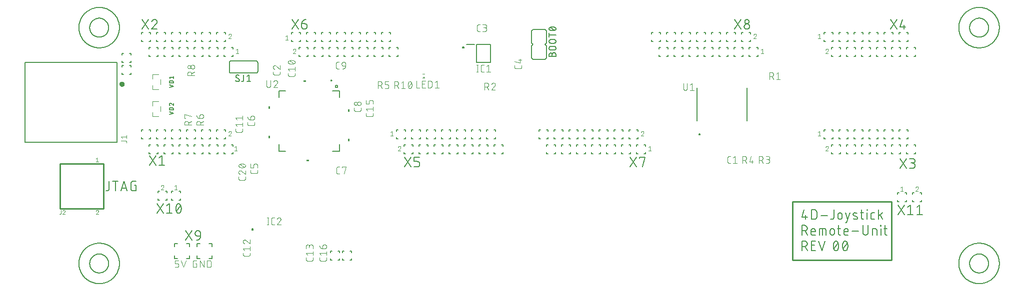
<source format=gbr>
G04 EAGLE Gerber RS-274X export*
G75*
%MOMM*%
%FSLAX34Y34*%
%LPD*%
%INSilkscreen Top*%
%IPPOS*%
%AMOC8*
5,1,8,0,0,1.08239X$1,22.5*%
G01*
%ADD10C,0.152400*%
%ADD11C,0.101600*%
%ADD12C,0.200000*%
%ADD13C,0.076200*%
%ADD14C,0.254000*%
%ADD15C,0.203200*%
%ADD16C,0.127000*%
%ADD17C,0.400000*%
%ADD18C,0.050800*%
%ADD19R,0.250000X0.225000*%
%ADD20C,0.075000*%

G36*
X384897Y342524D02*
X384897Y342524D01*
X384899Y342523D01*
X384942Y342543D01*
X384986Y342561D01*
X384986Y342563D01*
X384988Y342564D01*
X385021Y342649D01*
X385021Y345189D01*
X385020Y345191D01*
X385021Y345193D01*
X385001Y345236D01*
X384983Y345280D01*
X384981Y345280D01*
X384980Y345282D01*
X384895Y345315D01*
X381085Y345315D01*
X381083Y345314D01*
X381081Y345315D01*
X381038Y345295D01*
X380994Y345277D01*
X380994Y345275D01*
X380992Y345274D01*
X380959Y345189D01*
X380959Y342649D01*
X380960Y342647D01*
X380959Y342645D01*
X380979Y342602D01*
X380997Y342558D01*
X380999Y342558D01*
X381000Y342556D01*
X381085Y342523D01*
X384895Y342523D01*
X384897Y342524D01*
G37*
G36*
X324483Y297110D02*
X324483Y297110D01*
X324485Y297109D01*
X324528Y297129D01*
X324572Y297147D01*
X324572Y297149D01*
X324574Y297150D01*
X324607Y297235D01*
X324607Y301045D01*
X324606Y301047D01*
X324607Y301049D01*
X324587Y301092D01*
X324569Y301136D01*
X324567Y301136D01*
X324566Y301138D01*
X324481Y301171D01*
X321941Y301171D01*
X321939Y301170D01*
X321937Y301171D01*
X321894Y301151D01*
X321850Y301133D01*
X321850Y301131D01*
X321848Y301130D01*
X321815Y301045D01*
X321815Y297235D01*
X321816Y297233D01*
X321815Y297231D01*
X321835Y297188D01*
X321853Y297144D01*
X321855Y297144D01*
X321856Y297142D01*
X321941Y297109D01*
X324481Y297109D01*
X324483Y297110D01*
G37*
G36*
X459041Y292110D02*
X459041Y292110D01*
X459043Y292109D01*
X459086Y292129D01*
X459130Y292147D01*
X459130Y292149D01*
X459132Y292150D01*
X459165Y292235D01*
X459165Y296045D01*
X459164Y296047D01*
X459165Y296049D01*
X459145Y296092D01*
X459127Y296136D01*
X459125Y296136D01*
X459124Y296138D01*
X459039Y296171D01*
X456499Y296171D01*
X456497Y296170D01*
X456495Y296171D01*
X456452Y296151D01*
X456408Y296133D01*
X456408Y296131D01*
X456406Y296130D01*
X456373Y296045D01*
X456373Y292235D01*
X456374Y292233D01*
X456373Y292231D01*
X456393Y292188D01*
X456411Y292144D01*
X456413Y292144D01*
X456414Y292142D01*
X456499Y292109D01*
X459039Y292109D01*
X459041Y292110D01*
G37*
G36*
X324483Y247110D02*
X324483Y247110D01*
X324485Y247109D01*
X324528Y247129D01*
X324572Y247147D01*
X324572Y247149D01*
X324574Y247150D01*
X324607Y247235D01*
X324607Y251045D01*
X324606Y251047D01*
X324607Y251049D01*
X324587Y251092D01*
X324569Y251136D01*
X324567Y251136D01*
X324566Y251138D01*
X324481Y251171D01*
X321941Y251171D01*
X321939Y251170D01*
X321937Y251171D01*
X321894Y251151D01*
X321850Y251133D01*
X321850Y251131D01*
X321848Y251130D01*
X321815Y251045D01*
X321815Y247235D01*
X321816Y247233D01*
X321815Y247231D01*
X321835Y247188D01*
X321853Y247144D01*
X321855Y247144D01*
X321856Y247142D01*
X321941Y247109D01*
X324481Y247109D01*
X324483Y247110D01*
G37*
G36*
X459041Y242110D02*
X459041Y242110D01*
X459043Y242109D01*
X459086Y242129D01*
X459130Y242147D01*
X459130Y242149D01*
X459132Y242150D01*
X459165Y242235D01*
X459165Y246045D01*
X459164Y246047D01*
X459165Y246049D01*
X459145Y246092D01*
X459127Y246136D01*
X459125Y246136D01*
X459124Y246138D01*
X459039Y246171D01*
X456499Y246171D01*
X456497Y246170D01*
X456495Y246171D01*
X456452Y246151D01*
X456408Y246133D01*
X456408Y246131D01*
X456406Y246130D01*
X456373Y246045D01*
X456373Y242235D01*
X456374Y242233D01*
X456373Y242231D01*
X456393Y242188D01*
X456411Y242144D01*
X456413Y242144D01*
X456414Y242142D01*
X456499Y242109D01*
X459039Y242109D01*
X459041Y242110D01*
G37*
G36*
X389897Y207966D02*
X389897Y207966D01*
X389899Y207965D01*
X389942Y207985D01*
X389986Y208003D01*
X389986Y208005D01*
X389988Y208006D01*
X390021Y208091D01*
X390021Y210631D01*
X390020Y210633D01*
X390021Y210635D01*
X390001Y210678D01*
X389983Y210722D01*
X389981Y210722D01*
X389980Y210724D01*
X389895Y210757D01*
X386085Y210757D01*
X386083Y210756D01*
X386081Y210757D01*
X386038Y210737D01*
X385994Y210719D01*
X385994Y210717D01*
X385992Y210716D01*
X385959Y210631D01*
X385959Y208091D01*
X385960Y208089D01*
X385959Y208087D01*
X385979Y208044D01*
X385997Y208000D01*
X385999Y208000D01*
X386000Y207998D01*
X386085Y207965D01*
X389895Y207965D01*
X389897Y207966D01*
G37*
D10*
X132842Y120142D02*
X143679Y136398D01*
X132842Y136398D02*
X143679Y120142D01*
X149376Y132786D02*
X153892Y136398D01*
X153892Y120142D01*
X158407Y120142D02*
X149376Y120142D01*
X165008Y128270D02*
X165012Y128590D01*
X165023Y128909D01*
X165042Y129229D01*
X165069Y129547D01*
X165103Y129865D01*
X165145Y130182D01*
X165195Y130498D01*
X165252Y130813D01*
X165316Y131126D01*
X165388Y131438D01*
X165467Y131748D01*
X165554Y132055D01*
X165648Y132361D01*
X165749Y132664D01*
X165858Y132965D01*
X165973Y133263D01*
X166096Y133559D01*
X166226Y133851D01*
X166363Y134140D01*
X166362Y134141D02*
X166401Y134249D01*
X166444Y134356D01*
X166490Y134461D01*
X166541Y134565D01*
X166594Y134667D01*
X166651Y134767D01*
X166712Y134865D01*
X166776Y134960D01*
X166843Y135054D01*
X166914Y135145D01*
X166987Y135234D01*
X167064Y135320D01*
X167143Y135403D01*
X167225Y135484D01*
X167310Y135562D01*
X167398Y135636D01*
X167488Y135708D01*
X167580Y135776D01*
X167675Y135842D01*
X167772Y135904D01*
X167871Y135962D01*
X167973Y136018D01*
X168075Y136069D01*
X168180Y136117D01*
X168286Y136162D01*
X168394Y136203D01*
X168503Y136240D01*
X168613Y136273D01*
X168725Y136302D01*
X168837Y136328D01*
X168950Y136350D01*
X169064Y136367D01*
X169178Y136381D01*
X169293Y136391D01*
X169408Y136397D01*
X169523Y136399D01*
X169523Y136398D02*
X169638Y136396D01*
X169753Y136390D01*
X169868Y136380D01*
X169982Y136366D01*
X170096Y136349D01*
X170209Y136327D01*
X170321Y136301D01*
X170433Y136272D01*
X170543Y136239D01*
X170652Y136202D01*
X170760Y136161D01*
X170866Y136116D01*
X170971Y136068D01*
X171073Y136017D01*
X171174Y135961D01*
X171274Y135903D01*
X171371Y135841D01*
X171465Y135776D01*
X171558Y135707D01*
X171648Y135635D01*
X171736Y135561D01*
X171821Y135483D01*
X171903Y135402D01*
X171982Y135319D01*
X172059Y135233D01*
X172132Y135144D01*
X172203Y135053D01*
X172270Y134959D01*
X172334Y134864D01*
X172395Y134766D01*
X172452Y134666D01*
X172505Y134564D01*
X172556Y134460D01*
X172602Y134355D01*
X172645Y134248D01*
X172684Y134140D01*
X172683Y134140D02*
X172820Y133851D01*
X172950Y133559D01*
X173073Y133263D01*
X173188Y132965D01*
X173297Y132664D01*
X173398Y132361D01*
X173492Y132055D01*
X173579Y131748D01*
X173658Y131438D01*
X173730Y131126D01*
X173794Y130813D01*
X173851Y130498D01*
X173901Y130182D01*
X173943Y129865D01*
X173977Y129547D01*
X174004Y129229D01*
X174023Y128909D01*
X174034Y128590D01*
X174038Y128270D01*
X165008Y128270D02*
X165012Y127950D01*
X165023Y127631D01*
X165042Y127311D01*
X165069Y126993D01*
X165103Y126675D01*
X165145Y126358D01*
X165195Y126042D01*
X165252Y125727D01*
X165316Y125414D01*
X165388Y125102D01*
X165467Y124792D01*
X165554Y124485D01*
X165648Y124179D01*
X165749Y123876D01*
X165858Y123575D01*
X165973Y123277D01*
X166096Y122981D01*
X166226Y122689D01*
X166363Y122400D01*
X166362Y122400D02*
X166401Y122292D01*
X166444Y122185D01*
X166490Y122080D01*
X166541Y121976D01*
X166594Y121874D01*
X166651Y121774D01*
X166712Y121676D01*
X166776Y121581D01*
X166843Y121487D01*
X166914Y121396D01*
X166987Y121307D01*
X167064Y121221D01*
X167143Y121138D01*
X167225Y121057D01*
X167310Y120979D01*
X167398Y120905D01*
X167488Y120833D01*
X167581Y120764D01*
X167675Y120699D01*
X167772Y120637D01*
X167872Y120579D01*
X167973Y120523D01*
X168075Y120472D01*
X168180Y120424D01*
X168286Y120379D01*
X168394Y120338D01*
X168503Y120301D01*
X168613Y120268D01*
X168725Y120239D01*
X168837Y120213D01*
X168950Y120191D01*
X169064Y120174D01*
X169178Y120160D01*
X169293Y120150D01*
X169408Y120144D01*
X169523Y120142D01*
X172683Y122400D02*
X172820Y122689D01*
X172950Y122981D01*
X173073Y123277D01*
X173188Y123575D01*
X173297Y123876D01*
X173398Y124179D01*
X173492Y124485D01*
X173579Y124792D01*
X173658Y125102D01*
X173730Y125414D01*
X173794Y125727D01*
X173851Y126042D01*
X173901Y126358D01*
X173943Y126675D01*
X173977Y126993D01*
X174004Y127311D01*
X174023Y127631D01*
X174034Y127950D01*
X174038Y128270D01*
X172684Y122400D02*
X172645Y122292D01*
X172602Y122185D01*
X172556Y122080D01*
X172505Y121976D01*
X172452Y121874D01*
X172395Y121774D01*
X172334Y121676D01*
X172270Y121581D01*
X172203Y121487D01*
X172132Y121396D01*
X172059Y121307D01*
X171982Y121221D01*
X171903Y121138D01*
X171821Y121057D01*
X171736Y120979D01*
X171648Y120905D01*
X171558Y120833D01*
X171465Y120764D01*
X171371Y120699D01*
X171274Y120637D01*
X171174Y120579D01*
X171073Y120523D01*
X170970Y120472D01*
X170866Y120424D01*
X170760Y120379D01*
X170652Y120338D01*
X170543Y120301D01*
X170433Y120268D01*
X170321Y120239D01*
X170209Y120213D01*
X170096Y120191D01*
X169982Y120174D01*
X169868Y120160D01*
X169753Y120150D01*
X169638Y120144D01*
X169523Y120142D01*
X165911Y123754D02*
X173136Y132786D01*
X191939Y90678D02*
X181102Y74422D01*
X191939Y74422D02*
X181102Y90678D01*
X201249Y81647D02*
X206667Y81647D01*
X201249Y81647D02*
X201131Y81649D01*
X201013Y81655D01*
X200895Y81664D01*
X200778Y81678D01*
X200661Y81695D01*
X200544Y81716D01*
X200429Y81741D01*
X200314Y81770D01*
X200200Y81803D01*
X200088Y81839D01*
X199977Y81879D01*
X199867Y81922D01*
X199758Y81969D01*
X199651Y82019D01*
X199546Y82074D01*
X199443Y82131D01*
X199342Y82192D01*
X199242Y82256D01*
X199145Y82323D01*
X199050Y82393D01*
X198958Y82467D01*
X198867Y82543D01*
X198780Y82623D01*
X198695Y82705D01*
X198613Y82790D01*
X198533Y82877D01*
X198457Y82968D01*
X198383Y83060D01*
X198313Y83155D01*
X198246Y83252D01*
X198182Y83352D01*
X198121Y83453D01*
X198064Y83556D01*
X198009Y83661D01*
X197959Y83768D01*
X197912Y83877D01*
X197869Y83987D01*
X197829Y84098D01*
X197793Y84210D01*
X197760Y84324D01*
X197731Y84439D01*
X197706Y84554D01*
X197685Y84671D01*
X197668Y84788D01*
X197654Y84905D01*
X197645Y85023D01*
X197639Y85141D01*
X197637Y85259D01*
X197636Y85259D02*
X197636Y86162D01*
X197638Y86295D01*
X197644Y86427D01*
X197654Y86559D01*
X197667Y86691D01*
X197685Y86823D01*
X197706Y86953D01*
X197731Y87084D01*
X197760Y87213D01*
X197793Y87341D01*
X197829Y87469D01*
X197869Y87595D01*
X197913Y87720D01*
X197961Y87844D01*
X198012Y87966D01*
X198067Y88087D01*
X198125Y88206D01*
X198187Y88324D01*
X198252Y88439D01*
X198321Y88553D01*
X198392Y88664D01*
X198468Y88773D01*
X198546Y88880D01*
X198627Y88985D01*
X198712Y89087D01*
X198799Y89187D01*
X198889Y89284D01*
X198982Y89379D01*
X199078Y89470D01*
X199176Y89559D01*
X199277Y89645D01*
X199381Y89728D01*
X199487Y89808D01*
X199595Y89884D01*
X199705Y89958D01*
X199818Y90028D01*
X199932Y90095D01*
X200049Y90158D01*
X200167Y90218D01*
X200287Y90275D01*
X200409Y90328D01*
X200532Y90377D01*
X200656Y90423D01*
X200782Y90465D01*
X200909Y90503D01*
X201037Y90538D01*
X201166Y90569D01*
X201295Y90596D01*
X201426Y90619D01*
X201557Y90639D01*
X201689Y90654D01*
X201821Y90666D01*
X201953Y90674D01*
X202086Y90678D01*
X202218Y90678D01*
X202351Y90674D01*
X202483Y90666D01*
X202615Y90654D01*
X202747Y90639D01*
X202878Y90619D01*
X203009Y90596D01*
X203138Y90569D01*
X203267Y90538D01*
X203395Y90503D01*
X203522Y90465D01*
X203648Y90423D01*
X203772Y90377D01*
X203895Y90328D01*
X204017Y90275D01*
X204137Y90218D01*
X204255Y90158D01*
X204372Y90095D01*
X204486Y90028D01*
X204599Y89958D01*
X204709Y89884D01*
X204817Y89808D01*
X204923Y89728D01*
X205027Y89645D01*
X205128Y89559D01*
X205226Y89470D01*
X205322Y89379D01*
X205415Y89284D01*
X205505Y89187D01*
X205592Y89087D01*
X205677Y88985D01*
X205758Y88880D01*
X205836Y88773D01*
X205912Y88664D01*
X205983Y88553D01*
X206052Y88439D01*
X206117Y88324D01*
X206179Y88206D01*
X206237Y88087D01*
X206292Y87966D01*
X206343Y87844D01*
X206391Y87720D01*
X206435Y87595D01*
X206475Y87469D01*
X206511Y87341D01*
X206544Y87213D01*
X206573Y87084D01*
X206598Y86953D01*
X206619Y86823D01*
X206637Y86691D01*
X206650Y86559D01*
X206660Y86427D01*
X206666Y86295D01*
X206668Y86162D01*
X206667Y86162D02*
X206667Y81647D01*
X206668Y81647D02*
X206666Y81472D01*
X206660Y81298D01*
X206649Y81124D01*
X206634Y80950D01*
X206615Y80776D01*
X206592Y80603D01*
X206565Y80431D01*
X206533Y80259D01*
X206498Y80088D01*
X206458Y79918D01*
X206414Y79749D01*
X206366Y79581D01*
X206314Y79414D01*
X206258Y79249D01*
X206198Y79085D01*
X206135Y78922D01*
X206067Y78762D01*
X205995Y78602D01*
X205920Y78445D01*
X205840Y78289D01*
X205757Y78136D01*
X205671Y77984D01*
X205580Y77835D01*
X205486Y77688D01*
X205389Y77543D01*
X205288Y77400D01*
X205184Y77260D01*
X205076Y77123D01*
X204965Y76988D01*
X204851Y76856D01*
X204734Y76727D01*
X204613Y76600D01*
X204490Y76477D01*
X204363Y76356D01*
X204234Y76239D01*
X204102Y76125D01*
X203967Y76014D01*
X203830Y75906D01*
X203690Y75802D01*
X203547Y75701D01*
X203402Y75604D01*
X203255Y75510D01*
X203106Y75419D01*
X202954Y75333D01*
X202801Y75250D01*
X202645Y75170D01*
X202488Y75095D01*
X202328Y75023D01*
X202168Y74955D01*
X202005Y74892D01*
X201841Y74832D01*
X201676Y74776D01*
X201509Y74724D01*
X201341Y74676D01*
X201172Y74632D01*
X201002Y74592D01*
X200831Y74557D01*
X200659Y74525D01*
X200487Y74498D01*
X200314Y74475D01*
X200140Y74456D01*
X199966Y74441D01*
X199792Y74430D01*
X199618Y74424D01*
X199443Y74422D01*
D11*
X166963Y28448D02*
X163068Y28448D01*
X166963Y28448D02*
X167062Y28450D01*
X167162Y28456D01*
X167261Y28465D01*
X167359Y28478D01*
X167457Y28495D01*
X167555Y28516D01*
X167651Y28541D01*
X167746Y28569D01*
X167840Y28601D01*
X167933Y28636D01*
X168025Y28675D01*
X168115Y28718D01*
X168203Y28763D01*
X168290Y28813D01*
X168374Y28865D01*
X168457Y28921D01*
X168537Y28979D01*
X168615Y29041D01*
X168690Y29106D01*
X168763Y29174D01*
X168833Y29244D01*
X168901Y29317D01*
X168966Y29392D01*
X169028Y29470D01*
X169086Y29550D01*
X169142Y29633D01*
X169194Y29717D01*
X169244Y29804D01*
X169289Y29892D01*
X169332Y29982D01*
X169371Y30074D01*
X169406Y30167D01*
X169438Y30261D01*
X169466Y30356D01*
X169491Y30452D01*
X169512Y30550D01*
X169529Y30648D01*
X169542Y30746D01*
X169551Y30845D01*
X169557Y30945D01*
X169559Y31044D01*
X169559Y32343D01*
X169557Y32442D01*
X169551Y32542D01*
X169542Y32641D01*
X169529Y32739D01*
X169512Y32837D01*
X169491Y32935D01*
X169466Y33031D01*
X169438Y33126D01*
X169406Y33220D01*
X169371Y33313D01*
X169332Y33405D01*
X169289Y33495D01*
X169244Y33583D01*
X169194Y33670D01*
X169142Y33754D01*
X169086Y33837D01*
X169028Y33917D01*
X168966Y33995D01*
X168901Y34070D01*
X168833Y34143D01*
X168763Y34213D01*
X168690Y34281D01*
X168615Y34346D01*
X168537Y34408D01*
X168457Y34466D01*
X168374Y34522D01*
X168290Y34574D01*
X168203Y34624D01*
X168115Y34669D01*
X168025Y34712D01*
X167933Y34751D01*
X167840Y34786D01*
X167746Y34818D01*
X167651Y34846D01*
X167555Y34871D01*
X167457Y34892D01*
X167359Y34909D01*
X167261Y34922D01*
X167162Y34931D01*
X167062Y34937D01*
X166963Y34939D01*
X163068Y34939D01*
X163068Y40132D01*
X169559Y40132D01*
X173849Y40132D02*
X177744Y28448D01*
X181638Y40132D01*
X198092Y34939D02*
X200039Y34939D01*
X200039Y28448D01*
X196144Y28448D01*
X196045Y28450D01*
X195945Y28456D01*
X195846Y28465D01*
X195748Y28478D01*
X195650Y28495D01*
X195552Y28516D01*
X195456Y28541D01*
X195361Y28569D01*
X195267Y28601D01*
X195174Y28636D01*
X195082Y28675D01*
X194992Y28718D01*
X194904Y28763D01*
X194817Y28813D01*
X194733Y28865D01*
X194650Y28921D01*
X194570Y28979D01*
X194492Y29041D01*
X194417Y29106D01*
X194344Y29174D01*
X194274Y29244D01*
X194206Y29317D01*
X194141Y29392D01*
X194079Y29470D01*
X194021Y29550D01*
X193965Y29633D01*
X193913Y29717D01*
X193863Y29804D01*
X193818Y29892D01*
X193775Y29982D01*
X193736Y30074D01*
X193701Y30167D01*
X193669Y30261D01*
X193641Y30356D01*
X193616Y30452D01*
X193595Y30550D01*
X193578Y30648D01*
X193565Y30746D01*
X193556Y30845D01*
X193550Y30945D01*
X193548Y31044D01*
X193548Y37536D01*
X193550Y37635D01*
X193556Y37735D01*
X193565Y37834D01*
X193578Y37932D01*
X193595Y38030D01*
X193616Y38128D01*
X193641Y38224D01*
X193669Y38319D01*
X193701Y38413D01*
X193736Y38506D01*
X193775Y38598D01*
X193818Y38688D01*
X193863Y38776D01*
X193913Y38863D01*
X193965Y38947D01*
X194021Y39030D01*
X194079Y39110D01*
X194141Y39188D01*
X194206Y39263D01*
X194274Y39336D01*
X194344Y39406D01*
X194417Y39474D01*
X194492Y39539D01*
X194570Y39601D01*
X194650Y39659D01*
X194733Y39715D01*
X194817Y39767D01*
X194904Y39817D01*
X194992Y39862D01*
X195082Y39905D01*
X195174Y39944D01*
X195266Y39979D01*
X195361Y40011D01*
X195456Y40039D01*
X195552Y40064D01*
X195650Y40085D01*
X195748Y40102D01*
X195846Y40115D01*
X195945Y40124D01*
X196045Y40130D01*
X196144Y40132D01*
X200039Y40132D01*
X205740Y40132D02*
X205740Y28448D01*
X212231Y28448D02*
X205740Y40132D01*
X212231Y40132D02*
X212231Y28448D01*
X217932Y28448D02*
X217932Y40132D01*
X221177Y40132D01*
X221290Y40130D01*
X221403Y40124D01*
X221516Y40114D01*
X221629Y40100D01*
X221741Y40083D01*
X221852Y40061D01*
X221962Y40036D01*
X222072Y40006D01*
X222180Y39973D01*
X222287Y39936D01*
X222393Y39896D01*
X222497Y39851D01*
X222600Y39803D01*
X222701Y39752D01*
X222800Y39697D01*
X222897Y39639D01*
X222992Y39577D01*
X223085Y39512D01*
X223175Y39444D01*
X223263Y39373D01*
X223349Y39298D01*
X223432Y39221D01*
X223512Y39141D01*
X223589Y39058D01*
X223664Y38972D01*
X223735Y38884D01*
X223803Y38794D01*
X223868Y38701D01*
X223930Y38606D01*
X223988Y38509D01*
X224043Y38410D01*
X224094Y38309D01*
X224142Y38206D01*
X224187Y38102D01*
X224227Y37996D01*
X224264Y37889D01*
X224297Y37781D01*
X224327Y37671D01*
X224352Y37561D01*
X224374Y37450D01*
X224391Y37338D01*
X224405Y37225D01*
X224415Y37112D01*
X224421Y36999D01*
X224423Y36886D01*
X224423Y31694D01*
X224424Y31694D02*
X224422Y31581D01*
X224416Y31468D01*
X224406Y31355D01*
X224392Y31242D01*
X224375Y31130D01*
X224353Y31019D01*
X224328Y30909D01*
X224298Y30799D01*
X224265Y30691D01*
X224228Y30584D01*
X224188Y30478D01*
X224143Y30374D01*
X224095Y30271D01*
X224044Y30170D01*
X223989Y30071D01*
X223931Y29974D01*
X223869Y29879D01*
X223804Y29786D01*
X223736Y29696D01*
X223665Y29608D01*
X223590Y29522D01*
X223513Y29439D01*
X223433Y29359D01*
X223350Y29282D01*
X223264Y29207D01*
X223176Y29136D01*
X223086Y29068D01*
X222993Y29003D01*
X222898Y28941D01*
X222801Y28883D01*
X222702Y28828D01*
X222601Y28777D01*
X222498Y28729D01*
X222394Y28684D01*
X222288Y28644D01*
X222181Y28607D01*
X222073Y28574D01*
X221963Y28544D01*
X221853Y28519D01*
X221742Y28497D01*
X221630Y28480D01*
X221517Y28466D01*
X221404Y28456D01*
X221291Y28450D01*
X221178Y28448D01*
X221177Y28448D02*
X217932Y28448D01*
D12*
X434880Y335280D02*
X434882Y335369D01*
X434888Y335458D01*
X434898Y335547D01*
X434912Y335635D01*
X434929Y335722D01*
X434951Y335808D01*
X434977Y335894D01*
X435006Y335978D01*
X435039Y336061D01*
X435075Y336142D01*
X435116Y336222D01*
X435159Y336299D01*
X435206Y336375D01*
X435257Y336448D01*
X435310Y336519D01*
X435367Y336588D01*
X435427Y336654D01*
X435490Y336718D01*
X435555Y336778D01*
X435623Y336836D01*
X435694Y336890D01*
X435767Y336941D01*
X435842Y336989D01*
X435919Y337034D01*
X435998Y337075D01*
X436079Y337112D01*
X436161Y337146D01*
X436245Y337177D01*
X436330Y337203D01*
X436416Y337226D01*
X436503Y337244D01*
X436591Y337259D01*
X436680Y337270D01*
X436769Y337277D01*
X436858Y337280D01*
X436947Y337279D01*
X437036Y337274D01*
X437124Y337265D01*
X437213Y337252D01*
X437300Y337235D01*
X437387Y337215D01*
X437473Y337190D01*
X437557Y337162D01*
X437640Y337130D01*
X437722Y337094D01*
X437802Y337055D01*
X437880Y337012D01*
X437956Y336966D01*
X438030Y336916D01*
X438102Y336863D01*
X438171Y336807D01*
X438238Y336748D01*
X438302Y336686D01*
X438363Y336622D01*
X438422Y336554D01*
X438477Y336484D01*
X438529Y336412D01*
X438578Y336337D01*
X438623Y336261D01*
X438665Y336182D01*
X438703Y336102D01*
X438738Y336020D01*
X438769Y335936D01*
X438797Y335851D01*
X438820Y335765D01*
X438840Y335678D01*
X438856Y335591D01*
X438868Y335502D01*
X438876Y335414D01*
X438880Y335325D01*
X438880Y335235D01*
X438876Y335146D01*
X438868Y335058D01*
X438856Y334969D01*
X438840Y334882D01*
X438820Y334795D01*
X438797Y334709D01*
X438769Y334624D01*
X438738Y334540D01*
X438703Y334458D01*
X438665Y334378D01*
X438623Y334299D01*
X438578Y334223D01*
X438529Y334148D01*
X438477Y334076D01*
X438422Y334006D01*
X438363Y333938D01*
X438302Y333874D01*
X438238Y333812D01*
X438171Y333753D01*
X438102Y333697D01*
X438030Y333644D01*
X437956Y333594D01*
X437880Y333548D01*
X437802Y333505D01*
X437722Y333466D01*
X437640Y333430D01*
X437557Y333398D01*
X437473Y333370D01*
X437387Y333345D01*
X437300Y333325D01*
X437213Y333308D01*
X437124Y333295D01*
X437036Y333286D01*
X436947Y333281D01*
X436858Y333280D01*
X436769Y333283D01*
X436680Y333290D01*
X436591Y333301D01*
X436503Y333316D01*
X436416Y333334D01*
X436330Y333357D01*
X436245Y333383D01*
X436161Y333414D01*
X436079Y333448D01*
X435998Y333485D01*
X435919Y333526D01*
X435842Y333571D01*
X435767Y333619D01*
X435694Y333670D01*
X435623Y333724D01*
X435555Y333782D01*
X435490Y333842D01*
X435427Y333906D01*
X435367Y333972D01*
X435310Y334041D01*
X435257Y334112D01*
X435206Y334185D01*
X435159Y334261D01*
X435116Y334338D01*
X435075Y334418D01*
X435039Y334499D01*
X435006Y334582D01*
X434977Y334666D01*
X434951Y334752D01*
X434929Y334838D01*
X434912Y334925D01*
X434898Y335013D01*
X434888Y335102D01*
X434882Y335191D01*
X434880Y335280D01*
D10*
X1387602Y117602D02*
X1398439Y133858D01*
X1387602Y133858D02*
X1398439Y117602D01*
X1404136Y130246D02*
X1408652Y133858D01*
X1408652Y117602D01*
X1413167Y117602D02*
X1404136Y117602D01*
X1419768Y130246D02*
X1424283Y133858D01*
X1424283Y117602D01*
X1419768Y117602D02*
X1428799Y117602D01*
X1390993Y196342D02*
X1401830Y212598D01*
X1390993Y212598D02*
X1401830Y196342D01*
X1407527Y196342D02*
X1412042Y196342D01*
X1412175Y196344D01*
X1412307Y196350D01*
X1412439Y196360D01*
X1412571Y196373D01*
X1412703Y196391D01*
X1412833Y196412D01*
X1412964Y196437D01*
X1413093Y196466D01*
X1413221Y196499D01*
X1413349Y196535D01*
X1413475Y196575D01*
X1413600Y196619D01*
X1413724Y196667D01*
X1413846Y196718D01*
X1413967Y196773D01*
X1414086Y196831D01*
X1414204Y196893D01*
X1414319Y196958D01*
X1414433Y197027D01*
X1414544Y197098D01*
X1414653Y197174D01*
X1414760Y197252D01*
X1414865Y197333D01*
X1414967Y197418D01*
X1415067Y197505D01*
X1415164Y197595D01*
X1415259Y197688D01*
X1415350Y197784D01*
X1415439Y197882D01*
X1415525Y197983D01*
X1415608Y198087D01*
X1415688Y198193D01*
X1415764Y198301D01*
X1415838Y198411D01*
X1415908Y198524D01*
X1415975Y198638D01*
X1416038Y198755D01*
X1416098Y198873D01*
X1416155Y198993D01*
X1416208Y199115D01*
X1416257Y199238D01*
X1416303Y199362D01*
X1416345Y199488D01*
X1416383Y199615D01*
X1416418Y199743D01*
X1416449Y199872D01*
X1416476Y200001D01*
X1416499Y200132D01*
X1416519Y200263D01*
X1416534Y200395D01*
X1416546Y200527D01*
X1416554Y200659D01*
X1416558Y200792D01*
X1416558Y200924D01*
X1416554Y201057D01*
X1416546Y201189D01*
X1416534Y201321D01*
X1416519Y201453D01*
X1416499Y201584D01*
X1416476Y201715D01*
X1416449Y201844D01*
X1416418Y201973D01*
X1416383Y202101D01*
X1416345Y202228D01*
X1416303Y202354D01*
X1416257Y202478D01*
X1416208Y202601D01*
X1416155Y202723D01*
X1416098Y202843D01*
X1416038Y202961D01*
X1415975Y203078D01*
X1415908Y203192D01*
X1415838Y203305D01*
X1415764Y203415D01*
X1415688Y203523D01*
X1415608Y203629D01*
X1415525Y203733D01*
X1415439Y203834D01*
X1415350Y203932D01*
X1415259Y204028D01*
X1415164Y204121D01*
X1415067Y204211D01*
X1414967Y204298D01*
X1414865Y204383D01*
X1414760Y204464D01*
X1414653Y204542D01*
X1414544Y204618D01*
X1414433Y204689D01*
X1414319Y204758D01*
X1414204Y204823D01*
X1414086Y204885D01*
X1413967Y204943D01*
X1413846Y204998D01*
X1413724Y205049D01*
X1413600Y205097D01*
X1413475Y205141D01*
X1413349Y205181D01*
X1413221Y205217D01*
X1413093Y205250D01*
X1412964Y205279D01*
X1412833Y205304D01*
X1412703Y205325D01*
X1412571Y205343D01*
X1412439Y205356D01*
X1412307Y205366D01*
X1412175Y205372D01*
X1412042Y205374D01*
X1412946Y212598D02*
X1407527Y212598D01*
X1412946Y212598D02*
X1413065Y212596D01*
X1413185Y212590D01*
X1413304Y212580D01*
X1413422Y212566D01*
X1413541Y212549D01*
X1413658Y212527D01*
X1413775Y212502D01*
X1413890Y212472D01*
X1414005Y212439D01*
X1414119Y212402D01*
X1414231Y212362D01*
X1414342Y212317D01*
X1414451Y212269D01*
X1414559Y212218D01*
X1414665Y212163D01*
X1414769Y212104D01*
X1414871Y212042D01*
X1414971Y211977D01*
X1415069Y211908D01*
X1415165Y211836D01*
X1415258Y211761D01*
X1415348Y211684D01*
X1415436Y211603D01*
X1415521Y211519D01*
X1415603Y211432D01*
X1415683Y211343D01*
X1415759Y211251D01*
X1415833Y211157D01*
X1415903Y211060D01*
X1415970Y210962D01*
X1416034Y210861D01*
X1416094Y210757D01*
X1416151Y210652D01*
X1416204Y210545D01*
X1416254Y210437D01*
X1416300Y210327D01*
X1416342Y210215D01*
X1416381Y210102D01*
X1416416Y209988D01*
X1416447Y209873D01*
X1416475Y209756D01*
X1416498Y209639D01*
X1416518Y209522D01*
X1416534Y209403D01*
X1416546Y209284D01*
X1416554Y209165D01*
X1416558Y209046D01*
X1416558Y208926D01*
X1416554Y208807D01*
X1416546Y208688D01*
X1416534Y208569D01*
X1416518Y208450D01*
X1416498Y208333D01*
X1416475Y208216D01*
X1416447Y208099D01*
X1416416Y207984D01*
X1416381Y207870D01*
X1416342Y207757D01*
X1416300Y207645D01*
X1416254Y207535D01*
X1416204Y207427D01*
X1416151Y207320D01*
X1416094Y207215D01*
X1416034Y207111D01*
X1415970Y207010D01*
X1415903Y206912D01*
X1415833Y206815D01*
X1415759Y206721D01*
X1415683Y206629D01*
X1415603Y206540D01*
X1415521Y206453D01*
X1415436Y206369D01*
X1415348Y206288D01*
X1415258Y206211D01*
X1415165Y206136D01*
X1415069Y206064D01*
X1414971Y205995D01*
X1414871Y205930D01*
X1414769Y205868D01*
X1414665Y205809D01*
X1414559Y205754D01*
X1414451Y205703D01*
X1414342Y205655D01*
X1414231Y205610D01*
X1414119Y205570D01*
X1414005Y205533D01*
X1413890Y205500D01*
X1413775Y205470D01*
X1413658Y205445D01*
X1413541Y205423D01*
X1413422Y205406D01*
X1413304Y205392D01*
X1413185Y205382D01*
X1413065Y205376D01*
X1412946Y205374D01*
X1412946Y205373D02*
X1409333Y205373D01*
D13*
X1254647Y259207D02*
X1252601Y257570D01*
X1254647Y259207D02*
X1254647Y251841D01*
X1252601Y251841D02*
X1256693Y251841D01*
X1267552Y233808D02*
X1267637Y233806D01*
X1267722Y233800D01*
X1267806Y233790D01*
X1267890Y233777D01*
X1267974Y233759D01*
X1268056Y233738D01*
X1268137Y233713D01*
X1268217Y233684D01*
X1268296Y233651D01*
X1268373Y233615D01*
X1268448Y233575D01*
X1268522Y233532D01*
X1268593Y233486D01*
X1268662Y233436D01*
X1268729Y233383D01*
X1268793Y233327D01*
X1268854Y233268D01*
X1268913Y233207D01*
X1268969Y233143D01*
X1269022Y233076D01*
X1269072Y233007D01*
X1269118Y232936D01*
X1269161Y232862D01*
X1269201Y232787D01*
X1269237Y232710D01*
X1269270Y232631D01*
X1269299Y232551D01*
X1269324Y232470D01*
X1269345Y232388D01*
X1269363Y232304D01*
X1269376Y232220D01*
X1269386Y232136D01*
X1269392Y232051D01*
X1269394Y231966D01*
X1267552Y233807D02*
X1267456Y233805D01*
X1267360Y233799D01*
X1267265Y233789D01*
X1267170Y233776D01*
X1267075Y233758D01*
X1266982Y233737D01*
X1266889Y233712D01*
X1266798Y233683D01*
X1266707Y233651D01*
X1266618Y233615D01*
X1266531Y233575D01*
X1266445Y233532D01*
X1266361Y233486D01*
X1266279Y233436D01*
X1266199Y233382D01*
X1266122Y233326D01*
X1266047Y233266D01*
X1265974Y233204D01*
X1265904Y233138D01*
X1265836Y233070D01*
X1265771Y232999D01*
X1265710Y232926D01*
X1265651Y232850D01*
X1265595Y232771D01*
X1265543Y232691D01*
X1265494Y232608D01*
X1265448Y232524D01*
X1265406Y232438D01*
X1265368Y232350D01*
X1265333Y232261D01*
X1265301Y232170D01*
X1268779Y230534D02*
X1268839Y230593D01*
X1268896Y230655D01*
X1268951Y230719D01*
X1269002Y230786D01*
X1269051Y230855D01*
X1269097Y230925D01*
X1269140Y230998D01*
X1269180Y231072D01*
X1269216Y231148D01*
X1269249Y231226D01*
X1269279Y231305D01*
X1269306Y231385D01*
X1269329Y231466D01*
X1269348Y231548D01*
X1269364Y231630D01*
X1269377Y231714D01*
X1269386Y231798D01*
X1269391Y231882D01*
X1269393Y231966D01*
X1268779Y230533D02*
X1265301Y226441D01*
X1269393Y226441D01*
D10*
X1374902Y432562D02*
X1385739Y448818D01*
X1374902Y448818D02*
X1385739Y432562D01*
X1391436Y436174D02*
X1395049Y448818D01*
X1391436Y436174D02*
X1400467Y436174D01*
X1397758Y439787D02*
X1397758Y432562D01*
D13*
X1254647Y424307D02*
X1252601Y422670D01*
X1254647Y424307D02*
X1254647Y416941D01*
X1252601Y416941D02*
X1256693Y416941D01*
X1267552Y398908D02*
X1267637Y398906D01*
X1267722Y398900D01*
X1267806Y398890D01*
X1267890Y398877D01*
X1267974Y398859D01*
X1268056Y398838D01*
X1268137Y398813D01*
X1268217Y398784D01*
X1268296Y398751D01*
X1268373Y398715D01*
X1268448Y398675D01*
X1268522Y398632D01*
X1268593Y398586D01*
X1268662Y398536D01*
X1268729Y398483D01*
X1268793Y398427D01*
X1268854Y398368D01*
X1268913Y398307D01*
X1268969Y398243D01*
X1269022Y398176D01*
X1269072Y398107D01*
X1269118Y398036D01*
X1269161Y397962D01*
X1269201Y397887D01*
X1269237Y397810D01*
X1269270Y397731D01*
X1269299Y397651D01*
X1269324Y397570D01*
X1269345Y397488D01*
X1269363Y397404D01*
X1269376Y397320D01*
X1269386Y397236D01*
X1269392Y397151D01*
X1269394Y397066D01*
X1267552Y398907D02*
X1267456Y398905D01*
X1267360Y398899D01*
X1267265Y398889D01*
X1267170Y398876D01*
X1267075Y398858D01*
X1266982Y398837D01*
X1266889Y398812D01*
X1266798Y398783D01*
X1266707Y398751D01*
X1266618Y398715D01*
X1266531Y398675D01*
X1266445Y398632D01*
X1266361Y398586D01*
X1266279Y398536D01*
X1266199Y398482D01*
X1266122Y398426D01*
X1266047Y398366D01*
X1265974Y398304D01*
X1265904Y398238D01*
X1265836Y398170D01*
X1265771Y398099D01*
X1265710Y398026D01*
X1265651Y397950D01*
X1265595Y397871D01*
X1265543Y397791D01*
X1265494Y397708D01*
X1265448Y397624D01*
X1265406Y397538D01*
X1265368Y397450D01*
X1265333Y397361D01*
X1265301Y397270D01*
X1268779Y395634D02*
X1268839Y395693D01*
X1268896Y395755D01*
X1268951Y395819D01*
X1269002Y395886D01*
X1269051Y395955D01*
X1269097Y396025D01*
X1269140Y396098D01*
X1269180Y396172D01*
X1269216Y396248D01*
X1269249Y396326D01*
X1269279Y396405D01*
X1269306Y396485D01*
X1269329Y396566D01*
X1269348Y396648D01*
X1269364Y396730D01*
X1269377Y396814D01*
X1269386Y396898D01*
X1269391Y396982D01*
X1269393Y397066D01*
X1268779Y395633D02*
X1265301Y391541D01*
X1269393Y391541D01*
D10*
X1121579Y448818D02*
X1110742Y432562D01*
X1121579Y432562D02*
X1110742Y448818D01*
X1127276Y437078D02*
X1127278Y437211D01*
X1127284Y437343D01*
X1127294Y437475D01*
X1127307Y437607D01*
X1127325Y437739D01*
X1127346Y437869D01*
X1127371Y438000D01*
X1127400Y438129D01*
X1127433Y438257D01*
X1127469Y438385D01*
X1127509Y438511D01*
X1127553Y438636D01*
X1127601Y438760D01*
X1127652Y438882D01*
X1127707Y439003D01*
X1127765Y439122D01*
X1127827Y439240D01*
X1127892Y439355D01*
X1127961Y439469D01*
X1128032Y439580D01*
X1128108Y439689D01*
X1128186Y439796D01*
X1128267Y439901D01*
X1128352Y440003D01*
X1128439Y440103D01*
X1128529Y440200D01*
X1128622Y440295D01*
X1128718Y440386D01*
X1128816Y440475D01*
X1128917Y440561D01*
X1129021Y440644D01*
X1129127Y440724D01*
X1129235Y440800D01*
X1129345Y440874D01*
X1129458Y440944D01*
X1129572Y441011D01*
X1129689Y441074D01*
X1129807Y441134D01*
X1129927Y441191D01*
X1130049Y441244D01*
X1130172Y441293D01*
X1130296Y441339D01*
X1130422Y441381D01*
X1130549Y441419D01*
X1130677Y441454D01*
X1130806Y441485D01*
X1130935Y441512D01*
X1131066Y441535D01*
X1131197Y441555D01*
X1131329Y441570D01*
X1131461Y441582D01*
X1131593Y441590D01*
X1131726Y441594D01*
X1131858Y441594D01*
X1131991Y441590D01*
X1132123Y441582D01*
X1132255Y441570D01*
X1132387Y441555D01*
X1132518Y441535D01*
X1132649Y441512D01*
X1132778Y441485D01*
X1132907Y441454D01*
X1133035Y441419D01*
X1133162Y441381D01*
X1133288Y441339D01*
X1133412Y441293D01*
X1133535Y441244D01*
X1133657Y441191D01*
X1133777Y441134D01*
X1133895Y441074D01*
X1134012Y441011D01*
X1134126Y440944D01*
X1134239Y440874D01*
X1134349Y440800D01*
X1134457Y440724D01*
X1134563Y440644D01*
X1134667Y440561D01*
X1134768Y440475D01*
X1134866Y440386D01*
X1134962Y440295D01*
X1135055Y440200D01*
X1135145Y440103D01*
X1135232Y440003D01*
X1135317Y439901D01*
X1135398Y439796D01*
X1135476Y439689D01*
X1135552Y439580D01*
X1135623Y439469D01*
X1135692Y439355D01*
X1135757Y439240D01*
X1135819Y439122D01*
X1135877Y439003D01*
X1135932Y438882D01*
X1135983Y438760D01*
X1136031Y438636D01*
X1136075Y438511D01*
X1136115Y438385D01*
X1136151Y438257D01*
X1136184Y438129D01*
X1136213Y438000D01*
X1136238Y437869D01*
X1136259Y437739D01*
X1136277Y437607D01*
X1136290Y437475D01*
X1136300Y437343D01*
X1136306Y437211D01*
X1136308Y437078D01*
X1136306Y436945D01*
X1136300Y436813D01*
X1136290Y436681D01*
X1136277Y436549D01*
X1136259Y436417D01*
X1136238Y436287D01*
X1136213Y436156D01*
X1136184Y436027D01*
X1136151Y435899D01*
X1136115Y435771D01*
X1136075Y435645D01*
X1136031Y435520D01*
X1135983Y435396D01*
X1135932Y435274D01*
X1135877Y435153D01*
X1135819Y435034D01*
X1135757Y434916D01*
X1135692Y434801D01*
X1135623Y434687D01*
X1135552Y434576D01*
X1135476Y434467D01*
X1135398Y434360D01*
X1135317Y434255D01*
X1135232Y434153D01*
X1135145Y434053D01*
X1135055Y433956D01*
X1134962Y433861D01*
X1134866Y433770D01*
X1134768Y433681D01*
X1134667Y433595D01*
X1134563Y433512D01*
X1134457Y433432D01*
X1134349Y433356D01*
X1134239Y433282D01*
X1134126Y433212D01*
X1134012Y433145D01*
X1133895Y433082D01*
X1133777Y433022D01*
X1133657Y432965D01*
X1133535Y432912D01*
X1133412Y432863D01*
X1133288Y432817D01*
X1133162Y432775D01*
X1133035Y432737D01*
X1132907Y432702D01*
X1132778Y432671D01*
X1132649Y432644D01*
X1132518Y432621D01*
X1132387Y432601D01*
X1132255Y432586D01*
X1132123Y432574D01*
X1131991Y432566D01*
X1131858Y432562D01*
X1131726Y432562D01*
X1131593Y432566D01*
X1131461Y432574D01*
X1131329Y432586D01*
X1131197Y432601D01*
X1131066Y432621D01*
X1130935Y432644D01*
X1130806Y432671D01*
X1130677Y432702D01*
X1130549Y432737D01*
X1130422Y432775D01*
X1130296Y432817D01*
X1130172Y432863D01*
X1130049Y432912D01*
X1129927Y432965D01*
X1129807Y433022D01*
X1129689Y433082D01*
X1129572Y433145D01*
X1129458Y433212D01*
X1129345Y433282D01*
X1129235Y433356D01*
X1129127Y433432D01*
X1129021Y433512D01*
X1128917Y433595D01*
X1128816Y433681D01*
X1128718Y433770D01*
X1128622Y433861D01*
X1128529Y433956D01*
X1128439Y434053D01*
X1128352Y434153D01*
X1128267Y434255D01*
X1128186Y434360D01*
X1128108Y434467D01*
X1128032Y434576D01*
X1127961Y434687D01*
X1127892Y434801D01*
X1127827Y434916D01*
X1127765Y435034D01*
X1127707Y435153D01*
X1127652Y435274D01*
X1127601Y435396D01*
X1127553Y435520D01*
X1127509Y435645D01*
X1127469Y435771D01*
X1127433Y435899D01*
X1127400Y436027D01*
X1127371Y436156D01*
X1127346Y436287D01*
X1127325Y436417D01*
X1127307Y436549D01*
X1127294Y436681D01*
X1127284Y436813D01*
X1127278Y436945D01*
X1127276Y437078D01*
X1128180Y445206D02*
X1128182Y445325D01*
X1128188Y445445D01*
X1128198Y445564D01*
X1128212Y445682D01*
X1128229Y445801D01*
X1128251Y445918D01*
X1128276Y446035D01*
X1128306Y446150D01*
X1128339Y446265D01*
X1128376Y446379D01*
X1128416Y446491D01*
X1128461Y446602D01*
X1128509Y446711D01*
X1128560Y446819D01*
X1128615Y446925D01*
X1128674Y447029D01*
X1128736Y447131D01*
X1128801Y447231D01*
X1128870Y447329D01*
X1128942Y447425D01*
X1129017Y447518D01*
X1129094Y447608D01*
X1129175Y447696D01*
X1129259Y447781D01*
X1129346Y447863D01*
X1129435Y447943D01*
X1129527Y448019D01*
X1129621Y448093D01*
X1129718Y448163D01*
X1129816Y448230D01*
X1129917Y448294D01*
X1130021Y448354D01*
X1130126Y448411D01*
X1130233Y448464D01*
X1130341Y448514D01*
X1130451Y448560D01*
X1130563Y448602D01*
X1130676Y448641D01*
X1130790Y448676D01*
X1130905Y448707D01*
X1131022Y448735D01*
X1131139Y448758D01*
X1131256Y448778D01*
X1131375Y448794D01*
X1131494Y448806D01*
X1131613Y448814D01*
X1131732Y448818D01*
X1131852Y448818D01*
X1131971Y448814D01*
X1132090Y448806D01*
X1132209Y448794D01*
X1132328Y448778D01*
X1132445Y448758D01*
X1132562Y448735D01*
X1132679Y448707D01*
X1132794Y448676D01*
X1132908Y448641D01*
X1133021Y448602D01*
X1133133Y448560D01*
X1133243Y448514D01*
X1133351Y448464D01*
X1133458Y448411D01*
X1133563Y448354D01*
X1133667Y448294D01*
X1133768Y448230D01*
X1133866Y448163D01*
X1133963Y448093D01*
X1134057Y448019D01*
X1134149Y447943D01*
X1134238Y447863D01*
X1134325Y447781D01*
X1134409Y447696D01*
X1134490Y447608D01*
X1134567Y447518D01*
X1134642Y447425D01*
X1134714Y447329D01*
X1134783Y447231D01*
X1134848Y447131D01*
X1134910Y447029D01*
X1134969Y446925D01*
X1135024Y446819D01*
X1135075Y446711D01*
X1135123Y446602D01*
X1135168Y446491D01*
X1135208Y446379D01*
X1135245Y446265D01*
X1135278Y446150D01*
X1135308Y446035D01*
X1135333Y445918D01*
X1135355Y445801D01*
X1135372Y445682D01*
X1135386Y445564D01*
X1135396Y445445D01*
X1135402Y445325D01*
X1135404Y445206D01*
X1135402Y445087D01*
X1135396Y444967D01*
X1135386Y444848D01*
X1135372Y444730D01*
X1135355Y444611D01*
X1135333Y444494D01*
X1135308Y444377D01*
X1135278Y444262D01*
X1135245Y444147D01*
X1135208Y444033D01*
X1135168Y443921D01*
X1135123Y443810D01*
X1135075Y443701D01*
X1135024Y443593D01*
X1134969Y443487D01*
X1134910Y443383D01*
X1134848Y443281D01*
X1134783Y443181D01*
X1134714Y443083D01*
X1134642Y442987D01*
X1134567Y442894D01*
X1134490Y442804D01*
X1134409Y442716D01*
X1134325Y442631D01*
X1134238Y442549D01*
X1134149Y442469D01*
X1134057Y442393D01*
X1133963Y442319D01*
X1133866Y442249D01*
X1133768Y442182D01*
X1133667Y442118D01*
X1133563Y442058D01*
X1133458Y442001D01*
X1133351Y441948D01*
X1133243Y441898D01*
X1133133Y441852D01*
X1133021Y441810D01*
X1132908Y441771D01*
X1132794Y441736D01*
X1132679Y441705D01*
X1132562Y441677D01*
X1132445Y441654D01*
X1132328Y441634D01*
X1132209Y441618D01*
X1132090Y441606D01*
X1131971Y441598D01*
X1131852Y441594D01*
X1131732Y441594D01*
X1131613Y441598D01*
X1131494Y441606D01*
X1131375Y441618D01*
X1131256Y441634D01*
X1131139Y441654D01*
X1131022Y441677D01*
X1130905Y441705D01*
X1130790Y441736D01*
X1130676Y441771D01*
X1130563Y441810D01*
X1130451Y441852D01*
X1130341Y441898D01*
X1130233Y441948D01*
X1130126Y442001D01*
X1130021Y442058D01*
X1129917Y442118D01*
X1129816Y442182D01*
X1129718Y442249D01*
X1129621Y442319D01*
X1129527Y442393D01*
X1129435Y442469D01*
X1129346Y442549D01*
X1129259Y442631D01*
X1129175Y442716D01*
X1129094Y442804D01*
X1129017Y442894D01*
X1128942Y442987D01*
X1128870Y443083D01*
X1128801Y443181D01*
X1128736Y443281D01*
X1128674Y443383D01*
X1128615Y443487D01*
X1128560Y443593D01*
X1128509Y443701D01*
X1128461Y443810D01*
X1128416Y443921D01*
X1128376Y444033D01*
X1128339Y444147D01*
X1128306Y444262D01*
X1128276Y444377D01*
X1128251Y444494D01*
X1128229Y444611D01*
X1128212Y444730D01*
X1128198Y444848D01*
X1128188Y444967D01*
X1128182Y445087D01*
X1128180Y445206D01*
D13*
X1158127Y398907D02*
X1156081Y397270D01*
X1158127Y398907D02*
X1158127Y391541D01*
X1156081Y391541D02*
X1160173Y391541D01*
X1147474Y422466D02*
X1147472Y422551D01*
X1147466Y422636D01*
X1147456Y422720D01*
X1147443Y422804D01*
X1147425Y422888D01*
X1147404Y422970D01*
X1147379Y423051D01*
X1147350Y423131D01*
X1147317Y423210D01*
X1147281Y423287D01*
X1147241Y423362D01*
X1147198Y423436D01*
X1147152Y423507D01*
X1147102Y423576D01*
X1147049Y423643D01*
X1146993Y423707D01*
X1146934Y423768D01*
X1146873Y423827D01*
X1146809Y423883D01*
X1146742Y423936D01*
X1146673Y423986D01*
X1146602Y424032D01*
X1146528Y424075D01*
X1146453Y424115D01*
X1146376Y424151D01*
X1146297Y424184D01*
X1146217Y424213D01*
X1146136Y424238D01*
X1146054Y424259D01*
X1145970Y424277D01*
X1145886Y424290D01*
X1145802Y424300D01*
X1145717Y424306D01*
X1145632Y424308D01*
X1145632Y424307D02*
X1145536Y424305D01*
X1145440Y424299D01*
X1145345Y424289D01*
X1145250Y424276D01*
X1145155Y424258D01*
X1145062Y424237D01*
X1144969Y424212D01*
X1144878Y424183D01*
X1144787Y424151D01*
X1144698Y424115D01*
X1144611Y424075D01*
X1144525Y424032D01*
X1144441Y423986D01*
X1144359Y423936D01*
X1144279Y423882D01*
X1144202Y423826D01*
X1144127Y423766D01*
X1144054Y423704D01*
X1143984Y423638D01*
X1143916Y423570D01*
X1143851Y423499D01*
X1143790Y423426D01*
X1143731Y423350D01*
X1143675Y423271D01*
X1143623Y423191D01*
X1143574Y423108D01*
X1143528Y423024D01*
X1143486Y422938D01*
X1143448Y422850D01*
X1143413Y422761D01*
X1143381Y422670D01*
X1146859Y421034D02*
X1146919Y421093D01*
X1146976Y421155D01*
X1147031Y421219D01*
X1147082Y421286D01*
X1147131Y421355D01*
X1147177Y421425D01*
X1147220Y421498D01*
X1147260Y421572D01*
X1147296Y421648D01*
X1147329Y421726D01*
X1147359Y421805D01*
X1147386Y421885D01*
X1147409Y421966D01*
X1147428Y422048D01*
X1147444Y422130D01*
X1147457Y422214D01*
X1147466Y422298D01*
X1147471Y422382D01*
X1147473Y422466D01*
X1146859Y421033D02*
X1143381Y416941D01*
X1147473Y416941D01*
D10*
X944630Y215138D02*
X933793Y198882D01*
X944630Y198882D02*
X933793Y215138D01*
X950327Y215138D02*
X950327Y213332D01*
X950327Y215138D02*
X959358Y215138D01*
X954842Y198882D01*
D13*
X965581Y232170D02*
X967627Y233807D01*
X967627Y226441D01*
X965581Y226441D02*
X969673Y226441D01*
X956974Y257366D02*
X956972Y257451D01*
X956966Y257536D01*
X956956Y257620D01*
X956943Y257704D01*
X956925Y257788D01*
X956904Y257870D01*
X956879Y257951D01*
X956850Y258031D01*
X956817Y258110D01*
X956781Y258187D01*
X956741Y258262D01*
X956698Y258336D01*
X956652Y258407D01*
X956602Y258476D01*
X956549Y258543D01*
X956493Y258607D01*
X956434Y258668D01*
X956373Y258727D01*
X956309Y258783D01*
X956242Y258836D01*
X956173Y258886D01*
X956102Y258932D01*
X956028Y258975D01*
X955953Y259015D01*
X955876Y259051D01*
X955797Y259084D01*
X955717Y259113D01*
X955636Y259138D01*
X955554Y259159D01*
X955470Y259177D01*
X955386Y259190D01*
X955302Y259200D01*
X955217Y259206D01*
X955132Y259208D01*
X955132Y259207D02*
X955036Y259205D01*
X954940Y259199D01*
X954845Y259189D01*
X954750Y259176D01*
X954655Y259158D01*
X954562Y259137D01*
X954469Y259112D01*
X954378Y259083D01*
X954287Y259051D01*
X954198Y259015D01*
X954111Y258975D01*
X954025Y258932D01*
X953941Y258886D01*
X953859Y258836D01*
X953779Y258782D01*
X953702Y258726D01*
X953627Y258666D01*
X953554Y258604D01*
X953484Y258538D01*
X953416Y258470D01*
X953351Y258399D01*
X953290Y258326D01*
X953231Y258250D01*
X953175Y258171D01*
X953123Y258091D01*
X953074Y258008D01*
X953028Y257924D01*
X952986Y257838D01*
X952948Y257750D01*
X952913Y257661D01*
X952881Y257570D01*
X956359Y255934D02*
X956419Y255993D01*
X956476Y256055D01*
X956531Y256119D01*
X956582Y256186D01*
X956631Y256255D01*
X956677Y256325D01*
X956720Y256398D01*
X956760Y256472D01*
X956796Y256548D01*
X956829Y256626D01*
X956859Y256705D01*
X956886Y256785D01*
X956909Y256866D01*
X956928Y256948D01*
X956944Y257030D01*
X956957Y257114D01*
X956966Y257198D01*
X956971Y257282D01*
X956973Y257366D01*
X956359Y255933D02*
X952881Y251841D01*
X956973Y251841D01*
D10*
X562779Y215138D02*
X551942Y198882D01*
X562779Y198882D02*
X551942Y215138D01*
X568476Y198882D02*
X573895Y198882D01*
X574013Y198884D01*
X574131Y198890D01*
X574249Y198899D01*
X574366Y198913D01*
X574483Y198930D01*
X574600Y198951D01*
X574715Y198976D01*
X574830Y199005D01*
X574944Y199038D01*
X575056Y199074D01*
X575167Y199114D01*
X575277Y199157D01*
X575386Y199204D01*
X575493Y199254D01*
X575598Y199309D01*
X575701Y199366D01*
X575802Y199427D01*
X575902Y199491D01*
X575999Y199558D01*
X576094Y199628D01*
X576186Y199702D01*
X576277Y199778D01*
X576364Y199858D01*
X576449Y199940D01*
X576531Y200025D01*
X576611Y200112D01*
X576687Y200203D01*
X576761Y200295D01*
X576831Y200390D01*
X576898Y200487D01*
X576962Y200587D01*
X577023Y200688D01*
X577080Y200791D01*
X577135Y200896D01*
X577185Y201003D01*
X577232Y201112D01*
X577275Y201222D01*
X577315Y201333D01*
X577351Y201445D01*
X577384Y201559D01*
X577413Y201674D01*
X577438Y201789D01*
X577459Y201906D01*
X577476Y202023D01*
X577490Y202140D01*
X577499Y202258D01*
X577505Y202376D01*
X577507Y202494D01*
X577507Y204301D01*
X577505Y204419D01*
X577499Y204537D01*
X577490Y204655D01*
X577476Y204772D01*
X577459Y204889D01*
X577438Y205006D01*
X577413Y205121D01*
X577384Y205236D01*
X577351Y205350D01*
X577315Y205462D01*
X577275Y205573D01*
X577232Y205683D01*
X577185Y205792D01*
X577135Y205899D01*
X577080Y206004D01*
X577023Y206107D01*
X576962Y206208D01*
X576898Y206308D01*
X576831Y206405D01*
X576761Y206500D01*
X576687Y206592D01*
X576611Y206683D01*
X576531Y206770D01*
X576449Y206855D01*
X576364Y206937D01*
X576277Y207017D01*
X576186Y207093D01*
X576094Y207167D01*
X575999Y207237D01*
X575902Y207304D01*
X575802Y207368D01*
X575701Y207429D01*
X575598Y207486D01*
X575493Y207541D01*
X575386Y207591D01*
X575277Y207638D01*
X575167Y207681D01*
X575056Y207721D01*
X574944Y207757D01*
X574830Y207790D01*
X574715Y207819D01*
X574600Y207844D01*
X574483Y207865D01*
X574366Y207882D01*
X574249Y207896D01*
X574131Y207905D01*
X574013Y207911D01*
X573895Y207913D01*
X568476Y207913D01*
X568476Y215138D01*
X577507Y215138D01*
D13*
X530747Y259207D02*
X528701Y257570D01*
X530747Y259207D02*
X530747Y251841D01*
X528701Y251841D02*
X532793Y251841D01*
X543652Y233808D02*
X543737Y233806D01*
X543822Y233800D01*
X543906Y233790D01*
X543990Y233777D01*
X544074Y233759D01*
X544156Y233738D01*
X544237Y233713D01*
X544317Y233684D01*
X544396Y233651D01*
X544473Y233615D01*
X544548Y233575D01*
X544622Y233532D01*
X544693Y233486D01*
X544762Y233436D01*
X544829Y233383D01*
X544893Y233327D01*
X544954Y233268D01*
X545013Y233207D01*
X545069Y233143D01*
X545122Y233076D01*
X545172Y233007D01*
X545218Y232936D01*
X545261Y232862D01*
X545301Y232787D01*
X545337Y232710D01*
X545370Y232631D01*
X545399Y232551D01*
X545424Y232470D01*
X545445Y232388D01*
X545463Y232304D01*
X545476Y232220D01*
X545486Y232136D01*
X545492Y232051D01*
X545494Y231966D01*
X543652Y233807D02*
X543556Y233805D01*
X543460Y233799D01*
X543365Y233789D01*
X543270Y233776D01*
X543175Y233758D01*
X543082Y233737D01*
X542989Y233712D01*
X542898Y233683D01*
X542807Y233651D01*
X542718Y233615D01*
X542631Y233575D01*
X542545Y233532D01*
X542461Y233486D01*
X542379Y233436D01*
X542299Y233382D01*
X542222Y233326D01*
X542147Y233266D01*
X542074Y233204D01*
X542004Y233138D01*
X541936Y233070D01*
X541871Y232999D01*
X541810Y232926D01*
X541751Y232850D01*
X541695Y232771D01*
X541643Y232691D01*
X541594Y232608D01*
X541548Y232524D01*
X541506Y232438D01*
X541468Y232350D01*
X541433Y232261D01*
X541401Y232170D01*
X544879Y230534D02*
X544939Y230593D01*
X544996Y230655D01*
X545051Y230719D01*
X545102Y230786D01*
X545151Y230855D01*
X545197Y230925D01*
X545240Y230998D01*
X545280Y231072D01*
X545316Y231148D01*
X545349Y231226D01*
X545379Y231305D01*
X545406Y231385D01*
X545429Y231466D01*
X545448Y231548D01*
X545464Y231630D01*
X545477Y231714D01*
X545486Y231798D01*
X545491Y231882D01*
X545493Y231966D01*
X544879Y230533D02*
X541401Y226441D01*
X545493Y226441D01*
D10*
X118279Y448818D02*
X107442Y432562D01*
X118279Y432562D02*
X107442Y448818D01*
X128943Y448818D02*
X129068Y448816D01*
X129193Y448810D01*
X129318Y448801D01*
X129442Y448787D01*
X129566Y448770D01*
X129690Y448749D01*
X129812Y448724D01*
X129934Y448695D01*
X130055Y448663D01*
X130175Y448627D01*
X130294Y448587D01*
X130411Y448544D01*
X130527Y448497D01*
X130642Y448446D01*
X130754Y448392D01*
X130866Y448334D01*
X130975Y448274D01*
X131082Y448209D01*
X131188Y448142D01*
X131291Y448071D01*
X131392Y447997D01*
X131491Y447920D01*
X131587Y447840D01*
X131681Y447757D01*
X131772Y447672D01*
X131861Y447583D01*
X131946Y447492D01*
X132029Y447398D01*
X132109Y447302D01*
X132186Y447203D01*
X132260Y447102D01*
X132331Y446999D01*
X132398Y446893D01*
X132463Y446786D01*
X132523Y446677D01*
X132581Y446565D01*
X132635Y446453D01*
X132686Y446338D01*
X132733Y446222D01*
X132776Y446105D01*
X132816Y445986D01*
X132852Y445866D01*
X132884Y445745D01*
X132913Y445623D01*
X132938Y445501D01*
X132959Y445377D01*
X132976Y445253D01*
X132990Y445129D01*
X132999Y445004D01*
X133005Y444879D01*
X133007Y444754D01*
X128943Y448818D02*
X128800Y448816D01*
X128658Y448810D01*
X128515Y448800D01*
X128373Y448787D01*
X128232Y448769D01*
X128090Y448748D01*
X127950Y448723D01*
X127810Y448694D01*
X127671Y448661D01*
X127533Y448624D01*
X127396Y448584D01*
X127261Y448540D01*
X127126Y448492D01*
X126993Y448440D01*
X126861Y448385D01*
X126731Y448326D01*
X126603Y448264D01*
X126476Y448198D01*
X126351Y448129D01*
X126228Y448057D01*
X126108Y447981D01*
X125989Y447902D01*
X125872Y447819D01*
X125758Y447734D01*
X125646Y447645D01*
X125537Y447554D01*
X125430Y447459D01*
X125325Y447362D01*
X125224Y447261D01*
X125125Y447158D01*
X125029Y447053D01*
X124936Y446944D01*
X124846Y446833D01*
X124759Y446720D01*
X124675Y446605D01*
X124595Y446487D01*
X124517Y446367D01*
X124443Y446245D01*
X124373Y446121D01*
X124305Y445995D01*
X124242Y445867D01*
X124181Y445738D01*
X124124Y445607D01*
X124071Y445475D01*
X124022Y445341D01*
X123976Y445206D01*
X131652Y441593D02*
X131746Y441685D01*
X131836Y441779D01*
X131924Y441876D01*
X132009Y441976D01*
X132091Y442078D01*
X132170Y442183D01*
X132245Y442290D01*
X132317Y442399D01*
X132386Y442510D01*
X132452Y442624D01*
X132514Y442739D01*
X132573Y442856D01*
X132628Y442975D01*
X132679Y443095D01*
X132727Y443217D01*
X132772Y443340D01*
X132812Y443464D01*
X132849Y443590D01*
X132882Y443717D01*
X132911Y443844D01*
X132937Y443973D01*
X132958Y444102D01*
X132976Y444232D01*
X132989Y444362D01*
X132999Y444492D01*
X133005Y444623D01*
X133007Y444754D01*
X131653Y441593D02*
X123976Y432562D01*
X133007Y432562D01*
D13*
X267081Y397270D02*
X269127Y398907D01*
X269127Y391541D01*
X267081Y391541D02*
X271173Y391541D01*
X258474Y422466D02*
X258472Y422551D01*
X258466Y422636D01*
X258456Y422720D01*
X258443Y422804D01*
X258425Y422888D01*
X258404Y422970D01*
X258379Y423051D01*
X258350Y423131D01*
X258317Y423210D01*
X258281Y423287D01*
X258241Y423362D01*
X258198Y423436D01*
X258152Y423507D01*
X258102Y423576D01*
X258049Y423643D01*
X257993Y423707D01*
X257934Y423768D01*
X257873Y423827D01*
X257809Y423883D01*
X257742Y423936D01*
X257673Y423986D01*
X257602Y424032D01*
X257528Y424075D01*
X257453Y424115D01*
X257376Y424151D01*
X257297Y424184D01*
X257217Y424213D01*
X257136Y424238D01*
X257054Y424259D01*
X256970Y424277D01*
X256886Y424290D01*
X256802Y424300D01*
X256717Y424306D01*
X256632Y424308D01*
X256632Y424307D02*
X256536Y424305D01*
X256440Y424299D01*
X256345Y424289D01*
X256250Y424276D01*
X256155Y424258D01*
X256062Y424237D01*
X255969Y424212D01*
X255878Y424183D01*
X255787Y424151D01*
X255698Y424115D01*
X255611Y424075D01*
X255525Y424032D01*
X255441Y423986D01*
X255359Y423936D01*
X255279Y423882D01*
X255202Y423826D01*
X255127Y423766D01*
X255054Y423704D01*
X254984Y423638D01*
X254916Y423570D01*
X254851Y423499D01*
X254790Y423426D01*
X254731Y423350D01*
X254675Y423271D01*
X254623Y423191D01*
X254574Y423108D01*
X254528Y423024D01*
X254486Y422938D01*
X254448Y422850D01*
X254413Y422761D01*
X254381Y422670D01*
X257859Y421034D02*
X257919Y421093D01*
X257976Y421155D01*
X258031Y421219D01*
X258082Y421286D01*
X258131Y421355D01*
X258177Y421425D01*
X258220Y421498D01*
X258260Y421572D01*
X258296Y421648D01*
X258329Y421726D01*
X258359Y421805D01*
X258386Y421885D01*
X258409Y421966D01*
X258428Y422048D01*
X258444Y422130D01*
X258457Y422214D01*
X258466Y422298D01*
X258471Y422382D01*
X258473Y422466D01*
X257859Y421033D02*
X254381Y416941D01*
X258473Y416941D01*
D10*
X361442Y432562D02*
X372279Y448818D01*
X361442Y448818D02*
X372279Y432562D01*
X377976Y441593D02*
X383395Y441593D01*
X383513Y441591D01*
X383631Y441585D01*
X383749Y441576D01*
X383866Y441562D01*
X383983Y441545D01*
X384100Y441524D01*
X384215Y441499D01*
X384330Y441470D01*
X384444Y441437D01*
X384556Y441401D01*
X384667Y441361D01*
X384777Y441318D01*
X384886Y441271D01*
X384993Y441221D01*
X385098Y441166D01*
X385201Y441109D01*
X385302Y441048D01*
X385402Y440984D01*
X385499Y440917D01*
X385594Y440847D01*
X385686Y440773D01*
X385777Y440697D01*
X385864Y440617D01*
X385949Y440535D01*
X386031Y440450D01*
X386111Y440363D01*
X386187Y440272D01*
X386261Y440180D01*
X386331Y440085D01*
X386398Y439988D01*
X386462Y439888D01*
X386523Y439787D01*
X386580Y439684D01*
X386635Y439579D01*
X386685Y439472D01*
X386732Y439363D01*
X386775Y439253D01*
X386815Y439142D01*
X386851Y439030D01*
X386884Y438916D01*
X386913Y438801D01*
X386938Y438686D01*
X386959Y438569D01*
X386976Y438452D01*
X386990Y438335D01*
X386999Y438217D01*
X387005Y438099D01*
X387007Y437981D01*
X387007Y437078D01*
X387008Y437078D02*
X387006Y436945D01*
X387000Y436813D01*
X386990Y436681D01*
X386977Y436549D01*
X386959Y436417D01*
X386938Y436287D01*
X386913Y436156D01*
X386884Y436027D01*
X386851Y435899D01*
X386815Y435771D01*
X386775Y435645D01*
X386731Y435520D01*
X386683Y435396D01*
X386632Y435274D01*
X386577Y435153D01*
X386519Y435034D01*
X386457Y434916D01*
X386392Y434801D01*
X386323Y434687D01*
X386252Y434576D01*
X386176Y434467D01*
X386098Y434360D01*
X386017Y434255D01*
X385932Y434153D01*
X385845Y434053D01*
X385755Y433956D01*
X385662Y433861D01*
X385566Y433770D01*
X385468Y433681D01*
X385367Y433595D01*
X385263Y433512D01*
X385157Y433432D01*
X385049Y433356D01*
X384939Y433282D01*
X384826Y433212D01*
X384712Y433145D01*
X384595Y433082D01*
X384477Y433022D01*
X384357Y432965D01*
X384235Y432912D01*
X384112Y432863D01*
X383988Y432817D01*
X383862Y432775D01*
X383735Y432737D01*
X383607Y432702D01*
X383478Y432671D01*
X383349Y432644D01*
X383218Y432621D01*
X383087Y432601D01*
X382955Y432586D01*
X382823Y432574D01*
X382691Y432566D01*
X382558Y432562D01*
X382426Y432562D01*
X382293Y432566D01*
X382161Y432574D01*
X382029Y432586D01*
X381897Y432601D01*
X381766Y432621D01*
X381635Y432644D01*
X381506Y432671D01*
X381377Y432702D01*
X381249Y432737D01*
X381122Y432775D01*
X380996Y432817D01*
X380872Y432863D01*
X380749Y432912D01*
X380627Y432965D01*
X380507Y433022D01*
X380389Y433082D01*
X380272Y433145D01*
X380158Y433212D01*
X380045Y433282D01*
X379935Y433356D01*
X379827Y433432D01*
X379721Y433512D01*
X379617Y433595D01*
X379516Y433681D01*
X379418Y433770D01*
X379322Y433861D01*
X379229Y433956D01*
X379139Y434053D01*
X379052Y434153D01*
X378967Y434255D01*
X378886Y434360D01*
X378808Y434467D01*
X378732Y434576D01*
X378661Y434687D01*
X378592Y434801D01*
X378527Y434916D01*
X378465Y435034D01*
X378407Y435153D01*
X378352Y435274D01*
X378301Y435396D01*
X378253Y435520D01*
X378209Y435645D01*
X378169Y435771D01*
X378133Y435899D01*
X378100Y436027D01*
X378071Y436156D01*
X378046Y436287D01*
X378025Y436417D01*
X378007Y436549D01*
X377994Y436681D01*
X377984Y436813D01*
X377978Y436945D01*
X377976Y437078D01*
X377976Y441593D01*
X377978Y441770D01*
X377985Y441948D01*
X377996Y442125D01*
X378011Y442301D01*
X378030Y442477D01*
X378054Y442653D01*
X378082Y442828D01*
X378115Y443003D01*
X378152Y443176D01*
X378193Y443349D01*
X378238Y443520D01*
X378287Y443690D01*
X378341Y443859D01*
X378398Y444027D01*
X378460Y444193D01*
X378526Y444358D01*
X378596Y444521D01*
X378670Y444682D01*
X378747Y444841D01*
X378829Y444999D01*
X378915Y445154D01*
X379004Y445307D01*
X379097Y445458D01*
X379194Y445607D01*
X379294Y445753D01*
X379398Y445897D01*
X379505Y446038D01*
X379616Y446176D01*
X379730Y446312D01*
X379848Y446445D01*
X379968Y446575D01*
X380092Y446702D01*
X380219Y446826D01*
X380349Y446946D01*
X380482Y447064D01*
X380617Y447178D01*
X380756Y447289D01*
X380897Y447396D01*
X381041Y447500D01*
X381187Y447600D01*
X381336Y447697D01*
X381487Y447790D01*
X381640Y447879D01*
X381795Y447965D01*
X381953Y448047D01*
X382112Y448124D01*
X382273Y448198D01*
X382436Y448268D01*
X382601Y448334D01*
X382767Y448396D01*
X382935Y448453D01*
X383104Y448507D01*
X383274Y448556D01*
X383445Y448601D01*
X383618Y448642D01*
X383791Y448679D01*
X383966Y448712D01*
X384141Y448740D01*
X384317Y448764D01*
X384493Y448783D01*
X384669Y448798D01*
X384846Y448809D01*
X385024Y448816D01*
X385201Y448818D01*
D13*
X352947Y421767D02*
X350901Y420130D01*
X352947Y421767D02*
X352947Y414401D01*
X350901Y414401D02*
X354993Y414401D01*
X365852Y398908D02*
X365937Y398906D01*
X366022Y398900D01*
X366106Y398890D01*
X366190Y398877D01*
X366274Y398859D01*
X366356Y398838D01*
X366437Y398813D01*
X366517Y398784D01*
X366596Y398751D01*
X366673Y398715D01*
X366748Y398675D01*
X366822Y398632D01*
X366893Y398586D01*
X366962Y398536D01*
X367029Y398483D01*
X367093Y398427D01*
X367154Y398368D01*
X367213Y398307D01*
X367269Y398243D01*
X367322Y398176D01*
X367372Y398107D01*
X367418Y398036D01*
X367461Y397962D01*
X367501Y397887D01*
X367537Y397810D01*
X367570Y397731D01*
X367599Y397651D01*
X367624Y397570D01*
X367645Y397488D01*
X367663Y397404D01*
X367676Y397320D01*
X367686Y397236D01*
X367692Y397151D01*
X367694Y397066D01*
X365852Y398907D02*
X365756Y398905D01*
X365660Y398899D01*
X365565Y398889D01*
X365470Y398876D01*
X365375Y398858D01*
X365282Y398837D01*
X365189Y398812D01*
X365098Y398783D01*
X365007Y398751D01*
X364918Y398715D01*
X364831Y398675D01*
X364745Y398632D01*
X364661Y398586D01*
X364579Y398536D01*
X364499Y398482D01*
X364422Y398426D01*
X364347Y398366D01*
X364274Y398304D01*
X364204Y398238D01*
X364136Y398170D01*
X364071Y398099D01*
X364010Y398026D01*
X363951Y397950D01*
X363895Y397871D01*
X363843Y397791D01*
X363794Y397708D01*
X363748Y397624D01*
X363706Y397538D01*
X363668Y397450D01*
X363633Y397361D01*
X363601Y397270D01*
X367079Y395634D02*
X367139Y395693D01*
X367196Y395755D01*
X367251Y395819D01*
X367302Y395886D01*
X367351Y395955D01*
X367397Y396025D01*
X367440Y396098D01*
X367480Y396172D01*
X367516Y396248D01*
X367549Y396326D01*
X367579Y396405D01*
X367606Y396485D01*
X367629Y396566D01*
X367648Y396648D01*
X367664Y396730D01*
X367677Y396814D01*
X367686Y396898D01*
X367691Y396982D01*
X367693Y397066D01*
X367079Y395633D02*
X363601Y391541D01*
X367693Y391541D01*
D10*
X130979Y217678D02*
X120142Y201422D01*
X130979Y201422D02*
X120142Y217678D01*
X136676Y214066D02*
X141192Y217678D01*
X141192Y201422D01*
X145707Y201422D02*
X136676Y201422D01*
D13*
X256632Y259208D02*
X256717Y259206D01*
X256802Y259200D01*
X256886Y259190D01*
X256970Y259177D01*
X257054Y259159D01*
X257136Y259138D01*
X257217Y259113D01*
X257297Y259084D01*
X257376Y259051D01*
X257453Y259015D01*
X257528Y258975D01*
X257602Y258932D01*
X257673Y258886D01*
X257742Y258836D01*
X257809Y258783D01*
X257873Y258727D01*
X257934Y258668D01*
X257993Y258607D01*
X258049Y258543D01*
X258102Y258476D01*
X258152Y258407D01*
X258198Y258336D01*
X258241Y258262D01*
X258281Y258187D01*
X258317Y258110D01*
X258350Y258031D01*
X258379Y257951D01*
X258404Y257870D01*
X258425Y257788D01*
X258443Y257704D01*
X258456Y257620D01*
X258466Y257536D01*
X258472Y257451D01*
X258474Y257366D01*
X256632Y259207D02*
X256536Y259205D01*
X256440Y259199D01*
X256345Y259189D01*
X256250Y259176D01*
X256155Y259158D01*
X256062Y259137D01*
X255969Y259112D01*
X255878Y259083D01*
X255787Y259051D01*
X255698Y259015D01*
X255611Y258975D01*
X255525Y258932D01*
X255441Y258886D01*
X255359Y258836D01*
X255279Y258782D01*
X255202Y258726D01*
X255127Y258666D01*
X255054Y258604D01*
X254984Y258538D01*
X254916Y258470D01*
X254851Y258399D01*
X254790Y258326D01*
X254731Y258250D01*
X254675Y258171D01*
X254623Y258091D01*
X254574Y258008D01*
X254528Y257924D01*
X254486Y257838D01*
X254448Y257750D01*
X254413Y257661D01*
X254381Y257570D01*
X257859Y255934D02*
X257919Y255993D01*
X257976Y256055D01*
X258031Y256119D01*
X258082Y256186D01*
X258131Y256255D01*
X258177Y256325D01*
X258220Y256398D01*
X258260Y256472D01*
X258296Y256548D01*
X258329Y256626D01*
X258359Y256705D01*
X258386Y256785D01*
X258409Y256866D01*
X258428Y256948D01*
X258444Y257030D01*
X258457Y257114D01*
X258466Y257198D01*
X258471Y257282D01*
X258473Y257366D01*
X257859Y255933D02*
X254381Y251841D01*
X258473Y251841D01*
X266587Y233807D02*
X264541Y232170D01*
X266587Y233807D02*
X266587Y226441D01*
X264541Y226441D02*
X268633Y226441D01*
X164987Y167767D02*
X162941Y166130D01*
X164987Y167767D02*
X164987Y160401D01*
X162941Y160401D02*
X167033Y160401D01*
X144174Y165926D02*
X144172Y166011D01*
X144166Y166096D01*
X144156Y166180D01*
X144143Y166264D01*
X144125Y166348D01*
X144104Y166430D01*
X144079Y166511D01*
X144050Y166591D01*
X144017Y166670D01*
X143981Y166747D01*
X143941Y166822D01*
X143898Y166896D01*
X143852Y166967D01*
X143802Y167036D01*
X143749Y167103D01*
X143693Y167167D01*
X143634Y167228D01*
X143573Y167287D01*
X143509Y167343D01*
X143442Y167396D01*
X143373Y167446D01*
X143302Y167492D01*
X143228Y167535D01*
X143153Y167575D01*
X143076Y167611D01*
X142997Y167644D01*
X142917Y167673D01*
X142836Y167698D01*
X142754Y167719D01*
X142670Y167737D01*
X142586Y167750D01*
X142502Y167760D01*
X142417Y167766D01*
X142332Y167768D01*
X142332Y167767D02*
X142236Y167765D01*
X142140Y167759D01*
X142045Y167749D01*
X141950Y167736D01*
X141855Y167718D01*
X141762Y167697D01*
X141669Y167672D01*
X141578Y167643D01*
X141487Y167611D01*
X141398Y167575D01*
X141311Y167535D01*
X141225Y167492D01*
X141141Y167446D01*
X141059Y167396D01*
X140979Y167342D01*
X140902Y167286D01*
X140827Y167226D01*
X140754Y167164D01*
X140684Y167098D01*
X140616Y167030D01*
X140551Y166959D01*
X140490Y166886D01*
X140431Y166810D01*
X140375Y166731D01*
X140323Y166651D01*
X140274Y166568D01*
X140228Y166484D01*
X140186Y166398D01*
X140148Y166310D01*
X140113Y166221D01*
X140081Y166130D01*
X143559Y164494D02*
X143619Y164553D01*
X143676Y164615D01*
X143731Y164679D01*
X143782Y164746D01*
X143831Y164815D01*
X143877Y164885D01*
X143920Y164958D01*
X143960Y165032D01*
X143996Y165108D01*
X144029Y165186D01*
X144059Y165265D01*
X144086Y165345D01*
X144109Y165426D01*
X144128Y165508D01*
X144144Y165590D01*
X144157Y165674D01*
X144166Y165758D01*
X144171Y165842D01*
X144173Y165926D01*
X143559Y164493D02*
X140081Y160401D01*
X144173Y160401D01*
X1419952Y165228D02*
X1420037Y165226D01*
X1420122Y165220D01*
X1420206Y165210D01*
X1420290Y165197D01*
X1420374Y165179D01*
X1420456Y165158D01*
X1420537Y165133D01*
X1420617Y165104D01*
X1420696Y165071D01*
X1420773Y165035D01*
X1420848Y164995D01*
X1420922Y164952D01*
X1420993Y164906D01*
X1421062Y164856D01*
X1421129Y164803D01*
X1421193Y164747D01*
X1421254Y164688D01*
X1421313Y164627D01*
X1421369Y164563D01*
X1421422Y164496D01*
X1421472Y164427D01*
X1421518Y164356D01*
X1421561Y164282D01*
X1421601Y164207D01*
X1421637Y164130D01*
X1421670Y164051D01*
X1421699Y163971D01*
X1421724Y163890D01*
X1421745Y163808D01*
X1421763Y163724D01*
X1421776Y163640D01*
X1421786Y163556D01*
X1421792Y163471D01*
X1421794Y163386D01*
X1419952Y165227D02*
X1419856Y165225D01*
X1419760Y165219D01*
X1419665Y165209D01*
X1419570Y165196D01*
X1419475Y165178D01*
X1419382Y165157D01*
X1419289Y165132D01*
X1419198Y165103D01*
X1419107Y165071D01*
X1419018Y165035D01*
X1418931Y164995D01*
X1418845Y164952D01*
X1418761Y164906D01*
X1418679Y164856D01*
X1418599Y164802D01*
X1418522Y164746D01*
X1418447Y164686D01*
X1418374Y164624D01*
X1418304Y164558D01*
X1418236Y164490D01*
X1418171Y164419D01*
X1418110Y164346D01*
X1418051Y164270D01*
X1417995Y164191D01*
X1417943Y164111D01*
X1417894Y164028D01*
X1417848Y163944D01*
X1417806Y163858D01*
X1417768Y163770D01*
X1417733Y163681D01*
X1417701Y163590D01*
X1421179Y161954D02*
X1421239Y162013D01*
X1421296Y162075D01*
X1421351Y162139D01*
X1421402Y162206D01*
X1421451Y162275D01*
X1421497Y162345D01*
X1421540Y162418D01*
X1421580Y162492D01*
X1421616Y162568D01*
X1421649Y162646D01*
X1421679Y162725D01*
X1421706Y162805D01*
X1421729Y162886D01*
X1421748Y162968D01*
X1421764Y163050D01*
X1421777Y163134D01*
X1421786Y163218D01*
X1421791Y163302D01*
X1421793Y163386D01*
X1421179Y161953D02*
X1417701Y157861D01*
X1421793Y157861D01*
X1394347Y165227D02*
X1392301Y163590D01*
X1394347Y165227D02*
X1394347Y157861D01*
X1392301Y157861D02*
X1396393Y157861D01*
D10*
X1228654Y126238D02*
X1225042Y113594D01*
X1234073Y113594D01*
X1231364Y117207D02*
X1231364Y109982D01*
X1241194Y109982D02*
X1241194Y126238D01*
X1245710Y126238D01*
X1245841Y126236D01*
X1245973Y126230D01*
X1246104Y126221D01*
X1246234Y126207D01*
X1246365Y126190D01*
X1246494Y126169D01*
X1246623Y126145D01*
X1246751Y126116D01*
X1246879Y126084D01*
X1247005Y126048D01*
X1247130Y126009D01*
X1247255Y125966D01*
X1247377Y125919D01*
X1247499Y125869D01*
X1247619Y125815D01*
X1247737Y125758D01*
X1247853Y125697D01*
X1247968Y125633D01*
X1248081Y125566D01*
X1248192Y125495D01*
X1248300Y125421D01*
X1248407Y125344D01*
X1248511Y125264D01*
X1248613Y125181D01*
X1248712Y125096D01*
X1248809Y125007D01*
X1248903Y124915D01*
X1248995Y124821D01*
X1249084Y124724D01*
X1249169Y124625D01*
X1249252Y124523D01*
X1249332Y124419D01*
X1249409Y124312D01*
X1249483Y124204D01*
X1249554Y124093D01*
X1249621Y123980D01*
X1249685Y123865D01*
X1249746Y123749D01*
X1249803Y123631D01*
X1249857Y123511D01*
X1249907Y123389D01*
X1249954Y123267D01*
X1249997Y123142D01*
X1250036Y123017D01*
X1250072Y122891D01*
X1250104Y122763D01*
X1250133Y122635D01*
X1250157Y122506D01*
X1250178Y122377D01*
X1250195Y122246D01*
X1250209Y122116D01*
X1250218Y121985D01*
X1250224Y121853D01*
X1250226Y121722D01*
X1250225Y121722D02*
X1250225Y114498D01*
X1250226Y114498D02*
X1250224Y114367D01*
X1250218Y114235D01*
X1250209Y114104D01*
X1250195Y113974D01*
X1250178Y113843D01*
X1250157Y113714D01*
X1250133Y113585D01*
X1250104Y113457D01*
X1250072Y113329D01*
X1250036Y113203D01*
X1249997Y113078D01*
X1249954Y112953D01*
X1249907Y112831D01*
X1249857Y112709D01*
X1249803Y112589D01*
X1249746Y112471D01*
X1249685Y112355D01*
X1249621Y112240D01*
X1249554Y112127D01*
X1249483Y112016D01*
X1249409Y111908D01*
X1249332Y111801D01*
X1249252Y111697D01*
X1249169Y111595D01*
X1249084Y111496D01*
X1248995Y111399D01*
X1248903Y111305D01*
X1248809Y111213D01*
X1248712Y111124D01*
X1248613Y111039D01*
X1248511Y110956D01*
X1248407Y110876D01*
X1248300Y110799D01*
X1248192Y110725D01*
X1248081Y110654D01*
X1247968Y110587D01*
X1247853Y110523D01*
X1247737Y110462D01*
X1247619Y110405D01*
X1247499Y110351D01*
X1247377Y110301D01*
X1247255Y110254D01*
X1247130Y110211D01*
X1247005Y110172D01*
X1246879Y110136D01*
X1246751Y110104D01*
X1246623Y110075D01*
X1246494Y110051D01*
X1246364Y110030D01*
X1246234Y110013D01*
X1246104Y109999D01*
X1245973Y109990D01*
X1245841Y109984D01*
X1245710Y109982D01*
X1241194Y109982D01*
X1257486Y116304D02*
X1268323Y116304D01*
X1278937Y113594D02*
X1278937Y126238D01*
X1278936Y113594D02*
X1278934Y113476D01*
X1278928Y113358D01*
X1278919Y113240D01*
X1278905Y113123D01*
X1278888Y113006D01*
X1278867Y112889D01*
X1278842Y112774D01*
X1278813Y112659D01*
X1278780Y112545D01*
X1278744Y112433D01*
X1278704Y112322D01*
X1278661Y112212D01*
X1278614Y112103D01*
X1278564Y111996D01*
X1278509Y111891D01*
X1278452Y111788D01*
X1278391Y111687D01*
X1278327Y111587D01*
X1278260Y111490D01*
X1278190Y111395D01*
X1278116Y111303D01*
X1278040Y111212D01*
X1277960Y111125D01*
X1277878Y111040D01*
X1277793Y110958D01*
X1277706Y110878D01*
X1277615Y110802D01*
X1277523Y110728D01*
X1277428Y110658D01*
X1277331Y110591D01*
X1277231Y110527D01*
X1277130Y110466D01*
X1277027Y110409D01*
X1276922Y110354D01*
X1276815Y110304D01*
X1276706Y110257D01*
X1276596Y110214D01*
X1276485Y110174D01*
X1276373Y110138D01*
X1276259Y110105D01*
X1276144Y110076D01*
X1276029Y110051D01*
X1275912Y110030D01*
X1275795Y110013D01*
X1275678Y109999D01*
X1275560Y109990D01*
X1275442Y109984D01*
X1275324Y109982D01*
X1273518Y109982D01*
X1285865Y113594D02*
X1285865Y117207D01*
X1285867Y117326D01*
X1285873Y117446D01*
X1285883Y117565D01*
X1285897Y117683D01*
X1285914Y117802D01*
X1285936Y117919D01*
X1285961Y118036D01*
X1285991Y118151D01*
X1286024Y118266D01*
X1286061Y118380D01*
X1286101Y118492D01*
X1286146Y118603D01*
X1286194Y118712D01*
X1286245Y118820D01*
X1286300Y118926D01*
X1286359Y119030D01*
X1286421Y119132D01*
X1286486Y119232D01*
X1286555Y119330D01*
X1286627Y119426D01*
X1286702Y119519D01*
X1286779Y119609D01*
X1286860Y119697D01*
X1286944Y119782D01*
X1287031Y119864D01*
X1287120Y119944D01*
X1287212Y120020D01*
X1287306Y120094D01*
X1287403Y120164D01*
X1287501Y120231D01*
X1287602Y120295D01*
X1287706Y120355D01*
X1287811Y120412D01*
X1287918Y120465D01*
X1288026Y120515D01*
X1288136Y120561D01*
X1288248Y120603D01*
X1288361Y120642D01*
X1288475Y120677D01*
X1288590Y120708D01*
X1288707Y120736D01*
X1288824Y120759D01*
X1288941Y120779D01*
X1289060Y120795D01*
X1289179Y120807D01*
X1289298Y120815D01*
X1289417Y120819D01*
X1289537Y120819D01*
X1289656Y120815D01*
X1289775Y120807D01*
X1289894Y120795D01*
X1290013Y120779D01*
X1290130Y120759D01*
X1290247Y120736D01*
X1290364Y120708D01*
X1290479Y120677D01*
X1290593Y120642D01*
X1290706Y120603D01*
X1290818Y120561D01*
X1290928Y120515D01*
X1291036Y120465D01*
X1291143Y120412D01*
X1291248Y120355D01*
X1291352Y120295D01*
X1291453Y120231D01*
X1291551Y120164D01*
X1291648Y120094D01*
X1291742Y120020D01*
X1291834Y119944D01*
X1291923Y119864D01*
X1292010Y119782D01*
X1292094Y119697D01*
X1292175Y119609D01*
X1292252Y119519D01*
X1292327Y119426D01*
X1292399Y119330D01*
X1292468Y119232D01*
X1292533Y119132D01*
X1292595Y119030D01*
X1292654Y118926D01*
X1292709Y118820D01*
X1292760Y118712D01*
X1292808Y118603D01*
X1292853Y118492D01*
X1292893Y118380D01*
X1292930Y118266D01*
X1292963Y118151D01*
X1292993Y118036D01*
X1293018Y117919D01*
X1293040Y117802D01*
X1293057Y117683D01*
X1293071Y117565D01*
X1293081Y117446D01*
X1293087Y117326D01*
X1293089Y117207D01*
X1293090Y117207D02*
X1293090Y113594D01*
X1293089Y113594D02*
X1293087Y113475D01*
X1293081Y113355D01*
X1293071Y113236D01*
X1293057Y113118D01*
X1293040Y112999D01*
X1293018Y112882D01*
X1292993Y112765D01*
X1292963Y112650D01*
X1292930Y112535D01*
X1292893Y112421D01*
X1292853Y112309D01*
X1292808Y112198D01*
X1292760Y112089D01*
X1292709Y111981D01*
X1292654Y111875D01*
X1292595Y111771D01*
X1292533Y111669D01*
X1292468Y111569D01*
X1292399Y111471D01*
X1292327Y111375D01*
X1292252Y111282D01*
X1292175Y111192D01*
X1292094Y111104D01*
X1292010Y111019D01*
X1291923Y110937D01*
X1291834Y110857D01*
X1291742Y110781D01*
X1291648Y110707D01*
X1291551Y110637D01*
X1291453Y110570D01*
X1291352Y110506D01*
X1291248Y110446D01*
X1291143Y110389D01*
X1291036Y110336D01*
X1290928Y110286D01*
X1290818Y110240D01*
X1290706Y110198D01*
X1290593Y110159D01*
X1290479Y110124D01*
X1290364Y110093D01*
X1290247Y110065D01*
X1290130Y110042D01*
X1290013Y110022D01*
X1289894Y110006D01*
X1289775Y109994D01*
X1289656Y109986D01*
X1289537Y109982D01*
X1289417Y109982D01*
X1289298Y109986D01*
X1289179Y109994D01*
X1289060Y110006D01*
X1288941Y110022D01*
X1288824Y110042D01*
X1288707Y110065D01*
X1288590Y110093D01*
X1288475Y110124D01*
X1288361Y110159D01*
X1288248Y110198D01*
X1288136Y110240D01*
X1288026Y110286D01*
X1287918Y110336D01*
X1287811Y110389D01*
X1287706Y110446D01*
X1287602Y110506D01*
X1287501Y110570D01*
X1287403Y110637D01*
X1287306Y110707D01*
X1287212Y110781D01*
X1287120Y110857D01*
X1287031Y110937D01*
X1286944Y111019D01*
X1286860Y111104D01*
X1286779Y111192D01*
X1286702Y111282D01*
X1286627Y111375D01*
X1286555Y111471D01*
X1286486Y111569D01*
X1286421Y111669D01*
X1286359Y111771D01*
X1286300Y111875D01*
X1286245Y111981D01*
X1286194Y112089D01*
X1286146Y112198D01*
X1286101Y112309D01*
X1286061Y112421D01*
X1286024Y112535D01*
X1285991Y112650D01*
X1285961Y112765D01*
X1285936Y112882D01*
X1285914Y112999D01*
X1285897Y113118D01*
X1285883Y113236D01*
X1285873Y113355D01*
X1285867Y113475D01*
X1285865Y113594D01*
X1298891Y104563D02*
X1300697Y104563D01*
X1306116Y120819D01*
X1298891Y120819D02*
X1302503Y109982D01*
X1313271Y116304D02*
X1317787Y114498D01*
X1313271Y116304D02*
X1313183Y116341D01*
X1313097Y116382D01*
X1313012Y116426D01*
X1312929Y116474D01*
X1312849Y116525D01*
X1312770Y116579D01*
X1312694Y116637D01*
X1312620Y116697D01*
X1312548Y116761D01*
X1312480Y116827D01*
X1312414Y116897D01*
X1312351Y116968D01*
X1312290Y117043D01*
X1312233Y117119D01*
X1312180Y117198D01*
X1312129Y117279D01*
X1312082Y117362D01*
X1312038Y117447D01*
X1311998Y117534D01*
X1311961Y117622D01*
X1311928Y117712D01*
X1311898Y117803D01*
X1311873Y117895D01*
X1311851Y117988D01*
X1311833Y118082D01*
X1311818Y118176D01*
X1311808Y118271D01*
X1311802Y118367D01*
X1311799Y118462D01*
X1311800Y118558D01*
X1311806Y118653D01*
X1311815Y118749D01*
X1311828Y118843D01*
X1311844Y118937D01*
X1311865Y119031D01*
X1311890Y119123D01*
X1311918Y119214D01*
X1311950Y119304D01*
X1311985Y119393D01*
X1312024Y119480D01*
X1312067Y119566D01*
X1312113Y119650D01*
X1312163Y119731D01*
X1312215Y119811D01*
X1312271Y119889D01*
X1312331Y119964D01*
X1312393Y120036D01*
X1312458Y120106D01*
X1312526Y120174D01*
X1312596Y120238D01*
X1312669Y120300D01*
X1312745Y120358D01*
X1312823Y120414D01*
X1312903Y120466D01*
X1312985Y120515D01*
X1313069Y120560D01*
X1313155Y120602D01*
X1313242Y120641D01*
X1313331Y120676D01*
X1313422Y120707D01*
X1313513Y120734D01*
X1313606Y120758D01*
X1313699Y120778D01*
X1313793Y120794D01*
X1313888Y120806D01*
X1313983Y120815D01*
X1314079Y120819D01*
X1314174Y120820D01*
X1314421Y120813D01*
X1314667Y120801D01*
X1314913Y120783D01*
X1315159Y120758D01*
X1315403Y120728D01*
X1315647Y120692D01*
X1315890Y120651D01*
X1316132Y120603D01*
X1316373Y120549D01*
X1316612Y120490D01*
X1316850Y120425D01*
X1317086Y120354D01*
X1317321Y120278D01*
X1317554Y120196D01*
X1317784Y120108D01*
X1318012Y120015D01*
X1318239Y119917D01*
X1317787Y114497D02*
X1317875Y114460D01*
X1317961Y114419D01*
X1318046Y114375D01*
X1318129Y114327D01*
X1318209Y114276D01*
X1318288Y114222D01*
X1318364Y114164D01*
X1318438Y114104D01*
X1318510Y114040D01*
X1318578Y113974D01*
X1318644Y113904D01*
X1318707Y113833D01*
X1318768Y113758D01*
X1318825Y113682D01*
X1318878Y113603D01*
X1318929Y113522D01*
X1318976Y113439D01*
X1319020Y113354D01*
X1319060Y113267D01*
X1319097Y113179D01*
X1319130Y113089D01*
X1319160Y112998D01*
X1319185Y112906D01*
X1319207Y112813D01*
X1319225Y112719D01*
X1319240Y112625D01*
X1319250Y112530D01*
X1319256Y112434D01*
X1319259Y112339D01*
X1319258Y112243D01*
X1319252Y112148D01*
X1319243Y112052D01*
X1319230Y111958D01*
X1319214Y111864D01*
X1319193Y111770D01*
X1319168Y111678D01*
X1319140Y111587D01*
X1319108Y111497D01*
X1319073Y111408D01*
X1319034Y111321D01*
X1318991Y111235D01*
X1318945Y111151D01*
X1318895Y111070D01*
X1318843Y110990D01*
X1318787Y110912D01*
X1318727Y110837D01*
X1318665Y110765D01*
X1318600Y110695D01*
X1318532Y110627D01*
X1318462Y110563D01*
X1318389Y110501D01*
X1318313Y110443D01*
X1318235Y110387D01*
X1318155Y110335D01*
X1318073Y110286D01*
X1317989Y110241D01*
X1317903Y110199D01*
X1317816Y110160D01*
X1317727Y110125D01*
X1317636Y110094D01*
X1317545Y110067D01*
X1317452Y110043D01*
X1317359Y110023D01*
X1317265Y110007D01*
X1317170Y109995D01*
X1317075Y109986D01*
X1316979Y109982D01*
X1316884Y109981D01*
X1316884Y109982D02*
X1316522Y109991D01*
X1316160Y110009D01*
X1315799Y110036D01*
X1315439Y110071D01*
X1315079Y110114D01*
X1314720Y110166D01*
X1314363Y110227D01*
X1314008Y110296D01*
X1313654Y110373D01*
X1313302Y110459D01*
X1312952Y110553D01*
X1312604Y110656D01*
X1312259Y110766D01*
X1311917Y110885D01*
X1324167Y120819D02*
X1329585Y120819D01*
X1325973Y126238D02*
X1325973Y112691D01*
X1325975Y112590D01*
X1325981Y112489D01*
X1325990Y112388D01*
X1326003Y112287D01*
X1326020Y112187D01*
X1326041Y112088D01*
X1326065Y111990D01*
X1326093Y111893D01*
X1326125Y111796D01*
X1326160Y111701D01*
X1326199Y111608D01*
X1326241Y111516D01*
X1326287Y111425D01*
X1326336Y111337D01*
X1326388Y111250D01*
X1326444Y111165D01*
X1326502Y111082D01*
X1326564Y111002D01*
X1326629Y110924D01*
X1326696Y110848D01*
X1326766Y110775D01*
X1326839Y110705D01*
X1326915Y110638D01*
X1326993Y110573D01*
X1327073Y110511D01*
X1327156Y110453D01*
X1327241Y110397D01*
X1327328Y110345D01*
X1327416Y110296D01*
X1327507Y110250D01*
X1327599Y110208D01*
X1327692Y110169D01*
X1327787Y110134D01*
X1327884Y110102D01*
X1327981Y110074D01*
X1328079Y110050D01*
X1328178Y110029D01*
X1328278Y110012D01*
X1328379Y109999D01*
X1328480Y109990D01*
X1328581Y109984D01*
X1328682Y109982D01*
X1329585Y109982D01*
X1335329Y109982D02*
X1335329Y120819D01*
X1334877Y125335D02*
X1334877Y126238D01*
X1335780Y126238D01*
X1335780Y125335D01*
X1334877Y125335D01*
X1344343Y109982D02*
X1347955Y109982D01*
X1344343Y109982D02*
X1344242Y109984D01*
X1344141Y109990D01*
X1344040Y109999D01*
X1343939Y110012D01*
X1343839Y110029D01*
X1343740Y110050D01*
X1343642Y110074D01*
X1343545Y110102D01*
X1343448Y110134D01*
X1343353Y110169D01*
X1343260Y110208D01*
X1343168Y110250D01*
X1343077Y110296D01*
X1342989Y110345D01*
X1342902Y110397D01*
X1342817Y110453D01*
X1342734Y110511D01*
X1342654Y110573D01*
X1342576Y110638D01*
X1342500Y110705D01*
X1342427Y110775D01*
X1342357Y110848D01*
X1342290Y110924D01*
X1342225Y111002D01*
X1342163Y111082D01*
X1342105Y111165D01*
X1342049Y111250D01*
X1341997Y111337D01*
X1341948Y111425D01*
X1341902Y111516D01*
X1341860Y111608D01*
X1341821Y111701D01*
X1341786Y111796D01*
X1341754Y111893D01*
X1341726Y111990D01*
X1341702Y112088D01*
X1341681Y112187D01*
X1341664Y112287D01*
X1341651Y112388D01*
X1341642Y112489D01*
X1341636Y112590D01*
X1341634Y112691D01*
X1341634Y118110D01*
X1341636Y118211D01*
X1341642Y118312D01*
X1341651Y118413D01*
X1341664Y118514D01*
X1341681Y118614D01*
X1341702Y118713D01*
X1341726Y118811D01*
X1341754Y118908D01*
X1341786Y119005D01*
X1341821Y119100D01*
X1341860Y119193D01*
X1341902Y119285D01*
X1341948Y119376D01*
X1341997Y119465D01*
X1342049Y119551D01*
X1342105Y119636D01*
X1342163Y119719D01*
X1342225Y119799D01*
X1342290Y119877D01*
X1342357Y119953D01*
X1342427Y120026D01*
X1342500Y120096D01*
X1342576Y120163D01*
X1342654Y120228D01*
X1342734Y120290D01*
X1342817Y120348D01*
X1342902Y120404D01*
X1342989Y120456D01*
X1343077Y120505D01*
X1343168Y120551D01*
X1343260Y120593D01*
X1343353Y120632D01*
X1343448Y120667D01*
X1343545Y120699D01*
X1343642Y120727D01*
X1343740Y120751D01*
X1343839Y120772D01*
X1343939Y120789D01*
X1344040Y120802D01*
X1344141Y120811D01*
X1344242Y120817D01*
X1344343Y120819D01*
X1347955Y120819D01*
X1354290Y126238D02*
X1354290Y109982D01*
X1354290Y115401D02*
X1361515Y120819D01*
X1357451Y117658D02*
X1361515Y109982D01*
X1225042Y99568D02*
X1225042Y83312D01*
X1225042Y99568D02*
X1229558Y99568D01*
X1229691Y99566D01*
X1229823Y99560D01*
X1229955Y99550D01*
X1230087Y99537D01*
X1230219Y99519D01*
X1230349Y99498D01*
X1230480Y99473D01*
X1230609Y99444D01*
X1230737Y99411D01*
X1230865Y99375D01*
X1230991Y99335D01*
X1231116Y99291D01*
X1231240Y99243D01*
X1231362Y99192D01*
X1231483Y99137D01*
X1231602Y99079D01*
X1231720Y99017D01*
X1231835Y98952D01*
X1231949Y98883D01*
X1232060Y98812D01*
X1232169Y98736D01*
X1232276Y98658D01*
X1232381Y98577D01*
X1232483Y98492D01*
X1232583Y98405D01*
X1232680Y98315D01*
X1232775Y98222D01*
X1232866Y98126D01*
X1232955Y98028D01*
X1233041Y97927D01*
X1233124Y97823D01*
X1233204Y97717D01*
X1233280Y97609D01*
X1233354Y97499D01*
X1233424Y97386D01*
X1233491Y97272D01*
X1233554Y97155D01*
X1233614Y97037D01*
X1233671Y96917D01*
X1233724Y96795D01*
X1233773Y96672D01*
X1233819Y96548D01*
X1233861Y96422D01*
X1233899Y96295D01*
X1233934Y96167D01*
X1233965Y96038D01*
X1233992Y95909D01*
X1234015Y95778D01*
X1234035Y95647D01*
X1234050Y95515D01*
X1234062Y95383D01*
X1234070Y95251D01*
X1234074Y95118D01*
X1234074Y94986D01*
X1234070Y94853D01*
X1234062Y94721D01*
X1234050Y94589D01*
X1234035Y94457D01*
X1234015Y94326D01*
X1233992Y94195D01*
X1233965Y94066D01*
X1233934Y93937D01*
X1233899Y93809D01*
X1233861Y93682D01*
X1233819Y93556D01*
X1233773Y93432D01*
X1233724Y93309D01*
X1233671Y93187D01*
X1233614Y93067D01*
X1233554Y92949D01*
X1233491Y92832D01*
X1233424Y92718D01*
X1233354Y92605D01*
X1233280Y92495D01*
X1233204Y92387D01*
X1233124Y92281D01*
X1233041Y92177D01*
X1232955Y92076D01*
X1232866Y91978D01*
X1232775Y91882D01*
X1232680Y91789D01*
X1232583Y91699D01*
X1232483Y91612D01*
X1232381Y91527D01*
X1232276Y91446D01*
X1232169Y91368D01*
X1232060Y91292D01*
X1231949Y91221D01*
X1231835Y91152D01*
X1231720Y91087D01*
X1231602Y91025D01*
X1231483Y90967D01*
X1231362Y90912D01*
X1231240Y90861D01*
X1231116Y90813D01*
X1230991Y90769D01*
X1230865Y90729D01*
X1230737Y90693D01*
X1230609Y90660D01*
X1230480Y90631D01*
X1230349Y90606D01*
X1230219Y90585D01*
X1230087Y90567D01*
X1229955Y90554D01*
X1229823Y90544D01*
X1229691Y90538D01*
X1229558Y90536D01*
X1229558Y90537D02*
X1225042Y90537D01*
X1230461Y90537D02*
X1234073Y83312D01*
X1243152Y83312D02*
X1247668Y83312D01*
X1243152Y83312D02*
X1243051Y83314D01*
X1242950Y83320D01*
X1242849Y83329D01*
X1242748Y83342D01*
X1242648Y83359D01*
X1242549Y83380D01*
X1242451Y83404D01*
X1242354Y83432D01*
X1242257Y83464D01*
X1242162Y83499D01*
X1242069Y83538D01*
X1241977Y83580D01*
X1241886Y83626D01*
X1241798Y83675D01*
X1241711Y83727D01*
X1241626Y83783D01*
X1241543Y83841D01*
X1241463Y83903D01*
X1241385Y83968D01*
X1241309Y84035D01*
X1241236Y84105D01*
X1241166Y84178D01*
X1241099Y84254D01*
X1241034Y84332D01*
X1240972Y84412D01*
X1240914Y84495D01*
X1240858Y84580D01*
X1240806Y84667D01*
X1240757Y84755D01*
X1240711Y84846D01*
X1240669Y84938D01*
X1240630Y85031D01*
X1240595Y85126D01*
X1240563Y85223D01*
X1240535Y85320D01*
X1240511Y85418D01*
X1240490Y85517D01*
X1240473Y85617D01*
X1240460Y85718D01*
X1240451Y85819D01*
X1240445Y85920D01*
X1240443Y86021D01*
X1240443Y90537D01*
X1240445Y90656D01*
X1240451Y90776D01*
X1240461Y90895D01*
X1240475Y91013D01*
X1240492Y91132D01*
X1240514Y91249D01*
X1240539Y91366D01*
X1240569Y91481D01*
X1240602Y91596D01*
X1240639Y91710D01*
X1240679Y91822D01*
X1240724Y91933D01*
X1240772Y92042D01*
X1240823Y92150D01*
X1240878Y92256D01*
X1240937Y92360D01*
X1240999Y92462D01*
X1241064Y92562D01*
X1241133Y92660D01*
X1241205Y92756D01*
X1241280Y92849D01*
X1241357Y92939D01*
X1241438Y93027D01*
X1241522Y93112D01*
X1241609Y93194D01*
X1241698Y93274D01*
X1241790Y93350D01*
X1241884Y93424D01*
X1241981Y93494D01*
X1242079Y93561D01*
X1242180Y93625D01*
X1242284Y93685D01*
X1242389Y93742D01*
X1242496Y93795D01*
X1242604Y93845D01*
X1242714Y93891D01*
X1242826Y93933D01*
X1242939Y93972D01*
X1243053Y94007D01*
X1243168Y94038D01*
X1243285Y94066D01*
X1243402Y94089D01*
X1243519Y94109D01*
X1243638Y94125D01*
X1243757Y94137D01*
X1243876Y94145D01*
X1243995Y94149D01*
X1244115Y94149D01*
X1244234Y94145D01*
X1244353Y94137D01*
X1244472Y94125D01*
X1244591Y94109D01*
X1244708Y94089D01*
X1244825Y94066D01*
X1244942Y94038D01*
X1245057Y94007D01*
X1245171Y93972D01*
X1245284Y93933D01*
X1245396Y93891D01*
X1245506Y93845D01*
X1245614Y93795D01*
X1245721Y93742D01*
X1245826Y93685D01*
X1245930Y93625D01*
X1246031Y93561D01*
X1246129Y93494D01*
X1246226Y93424D01*
X1246320Y93350D01*
X1246412Y93274D01*
X1246501Y93194D01*
X1246588Y93112D01*
X1246672Y93027D01*
X1246753Y92939D01*
X1246830Y92849D01*
X1246905Y92756D01*
X1246977Y92660D01*
X1247046Y92562D01*
X1247111Y92462D01*
X1247173Y92360D01*
X1247232Y92256D01*
X1247287Y92150D01*
X1247338Y92042D01*
X1247386Y91933D01*
X1247431Y91822D01*
X1247471Y91710D01*
X1247508Y91596D01*
X1247541Y91481D01*
X1247571Y91366D01*
X1247596Y91249D01*
X1247618Y91132D01*
X1247635Y91013D01*
X1247649Y90895D01*
X1247659Y90776D01*
X1247665Y90656D01*
X1247667Y90537D01*
X1247668Y90537D02*
X1247668Y88731D01*
X1240443Y88731D01*
X1254789Y83312D02*
X1254789Y94149D01*
X1262917Y94149D01*
X1263018Y94147D01*
X1263119Y94141D01*
X1263220Y94132D01*
X1263321Y94119D01*
X1263421Y94102D01*
X1263520Y94081D01*
X1263618Y94057D01*
X1263715Y94029D01*
X1263812Y93997D01*
X1263907Y93962D01*
X1264000Y93923D01*
X1264092Y93881D01*
X1264183Y93835D01*
X1264272Y93786D01*
X1264358Y93734D01*
X1264443Y93678D01*
X1264526Y93620D01*
X1264606Y93558D01*
X1264684Y93493D01*
X1264760Y93426D01*
X1264833Y93356D01*
X1264903Y93283D01*
X1264970Y93207D01*
X1265035Y93129D01*
X1265097Y93049D01*
X1265155Y92966D01*
X1265211Y92881D01*
X1265263Y92795D01*
X1265312Y92706D01*
X1265358Y92615D01*
X1265400Y92523D01*
X1265439Y92430D01*
X1265474Y92335D01*
X1265506Y92238D01*
X1265534Y92141D01*
X1265558Y92043D01*
X1265579Y91944D01*
X1265596Y91844D01*
X1265609Y91743D01*
X1265618Y91642D01*
X1265624Y91541D01*
X1265626Y91440D01*
X1265626Y83312D01*
X1260207Y83312D02*
X1260207Y94149D01*
X1272747Y90537D02*
X1272747Y86924D01*
X1272748Y90537D02*
X1272750Y90656D01*
X1272756Y90776D01*
X1272766Y90895D01*
X1272780Y91013D01*
X1272797Y91132D01*
X1272819Y91249D01*
X1272844Y91366D01*
X1272874Y91481D01*
X1272907Y91596D01*
X1272944Y91710D01*
X1272984Y91822D01*
X1273029Y91933D01*
X1273077Y92042D01*
X1273128Y92150D01*
X1273183Y92256D01*
X1273242Y92360D01*
X1273304Y92462D01*
X1273369Y92562D01*
X1273438Y92660D01*
X1273510Y92756D01*
X1273585Y92849D01*
X1273662Y92939D01*
X1273743Y93027D01*
X1273827Y93112D01*
X1273914Y93194D01*
X1274003Y93274D01*
X1274095Y93350D01*
X1274189Y93424D01*
X1274286Y93494D01*
X1274384Y93561D01*
X1274485Y93625D01*
X1274589Y93685D01*
X1274694Y93742D01*
X1274801Y93795D01*
X1274909Y93845D01*
X1275019Y93891D01*
X1275131Y93933D01*
X1275244Y93972D01*
X1275358Y94007D01*
X1275473Y94038D01*
X1275590Y94066D01*
X1275707Y94089D01*
X1275824Y94109D01*
X1275943Y94125D01*
X1276062Y94137D01*
X1276181Y94145D01*
X1276300Y94149D01*
X1276420Y94149D01*
X1276539Y94145D01*
X1276658Y94137D01*
X1276777Y94125D01*
X1276896Y94109D01*
X1277013Y94089D01*
X1277130Y94066D01*
X1277247Y94038D01*
X1277362Y94007D01*
X1277476Y93972D01*
X1277589Y93933D01*
X1277701Y93891D01*
X1277811Y93845D01*
X1277919Y93795D01*
X1278026Y93742D01*
X1278131Y93685D01*
X1278235Y93625D01*
X1278336Y93561D01*
X1278434Y93494D01*
X1278531Y93424D01*
X1278625Y93350D01*
X1278717Y93274D01*
X1278806Y93194D01*
X1278893Y93112D01*
X1278977Y93027D01*
X1279058Y92939D01*
X1279135Y92849D01*
X1279210Y92756D01*
X1279282Y92660D01*
X1279351Y92562D01*
X1279416Y92462D01*
X1279478Y92360D01*
X1279537Y92256D01*
X1279592Y92150D01*
X1279643Y92042D01*
X1279691Y91933D01*
X1279736Y91822D01*
X1279776Y91710D01*
X1279813Y91596D01*
X1279846Y91481D01*
X1279876Y91366D01*
X1279901Y91249D01*
X1279923Y91132D01*
X1279940Y91013D01*
X1279954Y90895D01*
X1279964Y90776D01*
X1279970Y90656D01*
X1279972Y90537D01*
X1279972Y86924D01*
X1279970Y86805D01*
X1279964Y86685D01*
X1279954Y86566D01*
X1279940Y86448D01*
X1279923Y86329D01*
X1279901Y86212D01*
X1279876Y86095D01*
X1279846Y85980D01*
X1279813Y85865D01*
X1279776Y85751D01*
X1279736Y85639D01*
X1279691Y85528D01*
X1279643Y85419D01*
X1279592Y85311D01*
X1279537Y85205D01*
X1279478Y85101D01*
X1279416Y84999D01*
X1279351Y84899D01*
X1279282Y84801D01*
X1279210Y84705D01*
X1279135Y84612D01*
X1279058Y84522D01*
X1278977Y84434D01*
X1278893Y84349D01*
X1278806Y84267D01*
X1278717Y84187D01*
X1278625Y84111D01*
X1278531Y84037D01*
X1278434Y83967D01*
X1278336Y83900D01*
X1278235Y83836D01*
X1278131Y83776D01*
X1278026Y83719D01*
X1277919Y83666D01*
X1277811Y83616D01*
X1277701Y83570D01*
X1277589Y83528D01*
X1277476Y83489D01*
X1277362Y83454D01*
X1277247Y83423D01*
X1277130Y83395D01*
X1277013Y83372D01*
X1276896Y83352D01*
X1276777Y83336D01*
X1276658Y83324D01*
X1276539Y83316D01*
X1276420Y83312D01*
X1276300Y83312D01*
X1276181Y83316D01*
X1276062Y83324D01*
X1275943Y83336D01*
X1275824Y83352D01*
X1275707Y83372D01*
X1275590Y83395D01*
X1275473Y83423D01*
X1275358Y83454D01*
X1275244Y83489D01*
X1275131Y83528D01*
X1275019Y83570D01*
X1274909Y83616D01*
X1274801Y83666D01*
X1274694Y83719D01*
X1274589Y83776D01*
X1274485Y83836D01*
X1274384Y83900D01*
X1274286Y83967D01*
X1274189Y84037D01*
X1274095Y84111D01*
X1274003Y84187D01*
X1273914Y84267D01*
X1273827Y84349D01*
X1273743Y84434D01*
X1273662Y84522D01*
X1273585Y84612D01*
X1273510Y84705D01*
X1273438Y84801D01*
X1273369Y84899D01*
X1273304Y84999D01*
X1273242Y85101D01*
X1273183Y85205D01*
X1273128Y85311D01*
X1273077Y85419D01*
X1273029Y85528D01*
X1272984Y85639D01*
X1272944Y85751D01*
X1272907Y85865D01*
X1272874Y85980D01*
X1272844Y86095D01*
X1272819Y86212D01*
X1272797Y86329D01*
X1272780Y86448D01*
X1272766Y86566D01*
X1272756Y86685D01*
X1272750Y86805D01*
X1272748Y86924D01*
X1284997Y94149D02*
X1290416Y94149D01*
X1286803Y99568D02*
X1286803Y86021D01*
X1286804Y86021D02*
X1286806Y85920D01*
X1286812Y85819D01*
X1286821Y85718D01*
X1286834Y85617D01*
X1286851Y85517D01*
X1286872Y85418D01*
X1286896Y85320D01*
X1286924Y85223D01*
X1286956Y85126D01*
X1286991Y85031D01*
X1287030Y84938D01*
X1287072Y84846D01*
X1287118Y84755D01*
X1287167Y84667D01*
X1287219Y84580D01*
X1287275Y84495D01*
X1287333Y84412D01*
X1287395Y84332D01*
X1287460Y84254D01*
X1287527Y84178D01*
X1287597Y84105D01*
X1287670Y84035D01*
X1287746Y83968D01*
X1287824Y83903D01*
X1287904Y83841D01*
X1287987Y83783D01*
X1288072Y83727D01*
X1288159Y83675D01*
X1288247Y83626D01*
X1288338Y83580D01*
X1288430Y83538D01*
X1288523Y83499D01*
X1288618Y83464D01*
X1288715Y83432D01*
X1288812Y83404D01*
X1288910Y83380D01*
X1289009Y83359D01*
X1289109Y83342D01*
X1289210Y83329D01*
X1289311Y83320D01*
X1289412Y83314D01*
X1289513Y83312D01*
X1290416Y83312D01*
X1298903Y83312D02*
X1303419Y83312D01*
X1298903Y83312D02*
X1298802Y83314D01*
X1298701Y83320D01*
X1298600Y83329D01*
X1298499Y83342D01*
X1298399Y83359D01*
X1298300Y83380D01*
X1298202Y83404D01*
X1298105Y83432D01*
X1298008Y83464D01*
X1297913Y83499D01*
X1297820Y83538D01*
X1297728Y83580D01*
X1297637Y83626D01*
X1297549Y83675D01*
X1297462Y83727D01*
X1297377Y83783D01*
X1297294Y83841D01*
X1297214Y83903D01*
X1297136Y83968D01*
X1297060Y84035D01*
X1296987Y84105D01*
X1296917Y84178D01*
X1296850Y84254D01*
X1296785Y84332D01*
X1296723Y84412D01*
X1296665Y84495D01*
X1296609Y84580D01*
X1296557Y84667D01*
X1296508Y84755D01*
X1296462Y84846D01*
X1296420Y84938D01*
X1296381Y85031D01*
X1296346Y85126D01*
X1296314Y85223D01*
X1296286Y85320D01*
X1296262Y85418D01*
X1296241Y85517D01*
X1296224Y85617D01*
X1296211Y85718D01*
X1296202Y85819D01*
X1296196Y85920D01*
X1296194Y86021D01*
X1296194Y90537D01*
X1296195Y90537D02*
X1296197Y90656D01*
X1296203Y90776D01*
X1296213Y90895D01*
X1296227Y91013D01*
X1296244Y91132D01*
X1296266Y91249D01*
X1296291Y91366D01*
X1296321Y91481D01*
X1296354Y91596D01*
X1296391Y91710D01*
X1296431Y91822D01*
X1296476Y91933D01*
X1296524Y92042D01*
X1296575Y92150D01*
X1296630Y92256D01*
X1296689Y92360D01*
X1296751Y92462D01*
X1296816Y92562D01*
X1296885Y92660D01*
X1296957Y92756D01*
X1297032Y92849D01*
X1297109Y92939D01*
X1297190Y93027D01*
X1297274Y93112D01*
X1297361Y93194D01*
X1297450Y93274D01*
X1297542Y93350D01*
X1297636Y93424D01*
X1297733Y93494D01*
X1297831Y93561D01*
X1297932Y93625D01*
X1298036Y93685D01*
X1298141Y93742D01*
X1298248Y93795D01*
X1298356Y93845D01*
X1298466Y93891D01*
X1298578Y93933D01*
X1298691Y93972D01*
X1298805Y94007D01*
X1298920Y94038D01*
X1299037Y94066D01*
X1299154Y94089D01*
X1299271Y94109D01*
X1299390Y94125D01*
X1299509Y94137D01*
X1299628Y94145D01*
X1299747Y94149D01*
X1299867Y94149D01*
X1299986Y94145D01*
X1300105Y94137D01*
X1300224Y94125D01*
X1300343Y94109D01*
X1300460Y94089D01*
X1300577Y94066D01*
X1300694Y94038D01*
X1300809Y94007D01*
X1300923Y93972D01*
X1301036Y93933D01*
X1301148Y93891D01*
X1301258Y93845D01*
X1301366Y93795D01*
X1301473Y93742D01*
X1301578Y93685D01*
X1301682Y93625D01*
X1301783Y93561D01*
X1301881Y93494D01*
X1301978Y93424D01*
X1302072Y93350D01*
X1302164Y93274D01*
X1302253Y93194D01*
X1302340Y93112D01*
X1302424Y93027D01*
X1302505Y92939D01*
X1302582Y92849D01*
X1302657Y92756D01*
X1302729Y92660D01*
X1302798Y92562D01*
X1302863Y92462D01*
X1302925Y92360D01*
X1302984Y92256D01*
X1303039Y92150D01*
X1303090Y92042D01*
X1303138Y91933D01*
X1303183Y91822D01*
X1303223Y91710D01*
X1303260Y91596D01*
X1303293Y91481D01*
X1303323Y91366D01*
X1303348Y91249D01*
X1303370Y91132D01*
X1303387Y91013D01*
X1303401Y90895D01*
X1303411Y90776D01*
X1303417Y90656D01*
X1303419Y90537D01*
X1303419Y88731D01*
X1296194Y88731D01*
X1310019Y89634D02*
X1320856Y89634D01*
X1328117Y87828D02*
X1328117Y99568D01*
X1328116Y87828D02*
X1328118Y87695D01*
X1328124Y87563D01*
X1328134Y87431D01*
X1328147Y87299D01*
X1328165Y87167D01*
X1328186Y87037D01*
X1328211Y86906D01*
X1328240Y86777D01*
X1328273Y86649D01*
X1328309Y86521D01*
X1328349Y86395D01*
X1328393Y86270D01*
X1328441Y86146D01*
X1328492Y86024D01*
X1328547Y85903D01*
X1328605Y85784D01*
X1328667Y85666D01*
X1328732Y85551D01*
X1328801Y85437D01*
X1328872Y85326D01*
X1328948Y85217D01*
X1329026Y85110D01*
X1329107Y85005D01*
X1329192Y84903D01*
X1329279Y84803D01*
X1329369Y84706D01*
X1329462Y84611D01*
X1329558Y84520D01*
X1329656Y84431D01*
X1329757Y84345D01*
X1329861Y84262D01*
X1329967Y84182D01*
X1330075Y84106D01*
X1330185Y84032D01*
X1330298Y83962D01*
X1330412Y83895D01*
X1330529Y83832D01*
X1330647Y83772D01*
X1330767Y83715D01*
X1330889Y83662D01*
X1331012Y83613D01*
X1331136Y83567D01*
X1331262Y83525D01*
X1331389Y83487D01*
X1331517Y83452D01*
X1331646Y83421D01*
X1331775Y83394D01*
X1331906Y83371D01*
X1332037Y83351D01*
X1332169Y83336D01*
X1332301Y83324D01*
X1332433Y83316D01*
X1332566Y83312D01*
X1332698Y83312D01*
X1332831Y83316D01*
X1332963Y83324D01*
X1333095Y83336D01*
X1333227Y83351D01*
X1333358Y83371D01*
X1333489Y83394D01*
X1333618Y83421D01*
X1333747Y83452D01*
X1333875Y83487D01*
X1334002Y83525D01*
X1334128Y83567D01*
X1334252Y83613D01*
X1334375Y83662D01*
X1334497Y83715D01*
X1334617Y83772D01*
X1334735Y83832D01*
X1334852Y83895D01*
X1334966Y83962D01*
X1335079Y84032D01*
X1335189Y84106D01*
X1335297Y84182D01*
X1335403Y84262D01*
X1335507Y84345D01*
X1335608Y84431D01*
X1335706Y84520D01*
X1335802Y84611D01*
X1335895Y84706D01*
X1335985Y84803D01*
X1336072Y84903D01*
X1336157Y85005D01*
X1336238Y85110D01*
X1336316Y85217D01*
X1336392Y85326D01*
X1336463Y85437D01*
X1336532Y85551D01*
X1336597Y85666D01*
X1336659Y85784D01*
X1336717Y85903D01*
X1336772Y86024D01*
X1336823Y86146D01*
X1336871Y86270D01*
X1336915Y86395D01*
X1336955Y86521D01*
X1336991Y86649D01*
X1337024Y86777D01*
X1337053Y86906D01*
X1337078Y87037D01*
X1337099Y87167D01*
X1337117Y87299D01*
X1337130Y87431D01*
X1337140Y87563D01*
X1337146Y87695D01*
X1337148Y87828D01*
X1337148Y99568D01*
X1344651Y94149D02*
X1344651Y83312D01*
X1344651Y94149D02*
X1349166Y94149D01*
X1349270Y94147D01*
X1349373Y94141D01*
X1349477Y94131D01*
X1349580Y94117D01*
X1349682Y94099D01*
X1349783Y94078D01*
X1349884Y94052D01*
X1349983Y94023D01*
X1350082Y93990D01*
X1350179Y93953D01*
X1350274Y93912D01*
X1350368Y93868D01*
X1350460Y93820D01*
X1350550Y93769D01*
X1350639Y93714D01*
X1350725Y93656D01*
X1350808Y93594D01*
X1350890Y93530D01*
X1350968Y93462D01*
X1351044Y93392D01*
X1351118Y93319D01*
X1351188Y93242D01*
X1351256Y93164D01*
X1351320Y93082D01*
X1351382Y92999D01*
X1351440Y92913D01*
X1351495Y92824D01*
X1351546Y92734D01*
X1351594Y92642D01*
X1351638Y92548D01*
X1351679Y92453D01*
X1351716Y92356D01*
X1351749Y92257D01*
X1351778Y92158D01*
X1351804Y92057D01*
X1351825Y91956D01*
X1351843Y91854D01*
X1351857Y91751D01*
X1351867Y91647D01*
X1351873Y91544D01*
X1351875Y91440D01*
X1351876Y91440D02*
X1351876Y83312D01*
X1358684Y83312D02*
X1358684Y94149D01*
X1358233Y98665D02*
X1358233Y99568D01*
X1359136Y99568D01*
X1359136Y98665D01*
X1358233Y98665D01*
X1363674Y94149D02*
X1369093Y94149D01*
X1365480Y99568D02*
X1365480Y86021D01*
X1365481Y86021D02*
X1365483Y85920D01*
X1365489Y85819D01*
X1365498Y85718D01*
X1365511Y85617D01*
X1365528Y85517D01*
X1365549Y85418D01*
X1365573Y85320D01*
X1365601Y85223D01*
X1365633Y85126D01*
X1365668Y85031D01*
X1365707Y84938D01*
X1365749Y84846D01*
X1365795Y84755D01*
X1365844Y84667D01*
X1365896Y84580D01*
X1365952Y84495D01*
X1366010Y84412D01*
X1366072Y84332D01*
X1366137Y84254D01*
X1366204Y84178D01*
X1366274Y84105D01*
X1366347Y84035D01*
X1366423Y83968D01*
X1366501Y83903D01*
X1366581Y83841D01*
X1366664Y83783D01*
X1366749Y83727D01*
X1366836Y83675D01*
X1366924Y83626D01*
X1367015Y83580D01*
X1367107Y83538D01*
X1367200Y83499D01*
X1367295Y83464D01*
X1367392Y83432D01*
X1367489Y83404D01*
X1367587Y83380D01*
X1367686Y83359D01*
X1367786Y83342D01*
X1367887Y83329D01*
X1367988Y83320D01*
X1368089Y83314D01*
X1368190Y83312D01*
X1369093Y83312D01*
X1225042Y72898D02*
X1225042Y56642D01*
X1225042Y72898D02*
X1229558Y72898D01*
X1229691Y72896D01*
X1229823Y72890D01*
X1229955Y72880D01*
X1230087Y72867D01*
X1230219Y72849D01*
X1230349Y72828D01*
X1230480Y72803D01*
X1230609Y72774D01*
X1230737Y72741D01*
X1230865Y72705D01*
X1230991Y72665D01*
X1231116Y72621D01*
X1231240Y72573D01*
X1231362Y72522D01*
X1231483Y72467D01*
X1231602Y72409D01*
X1231720Y72347D01*
X1231835Y72282D01*
X1231949Y72213D01*
X1232060Y72142D01*
X1232169Y72066D01*
X1232276Y71988D01*
X1232381Y71907D01*
X1232483Y71822D01*
X1232583Y71735D01*
X1232680Y71645D01*
X1232775Y71552D01*
X1232866Y71456D01*
X1232955Y71358D01*
X1233041Y71257D01*
X1233124Y71153D01*
X1233204Y71047D01*
X1233280Y70939D01*
X1233354Y70829D01*
X1233424Y70716D01*
X1233491Y70602D01*
X1233554Y70485D01*
X1233614Y70367D01*
X1233671Y70247D01*
X1233724Y70125D01*
X1233773Y70002D01*
X1233819Y69878D01*
X1233861Y69752D01*
X1233899Y69625D01*
X1233934Y69497D01*
X1233965Y69368D01*
X1233992Y69239D01*
X1234015Y69108D01*
X1234035Y68977D01*
X1234050Y68845D01*
X1234062Y68713D01*
X1234070Y68581D01*
X1234074Y68448D01*
X1234074Y68316D01*
X1234070Y68183D01*
X1234062Y68051D01*
X1234050Y67919D01*
X1234035Y67787D01*
X1234015Y67656D01*
X1233992Y67525D01*
X1233965Y67396D01*
X1233934Y67267D01*
X1233899Y67139D01*
X1233861Y67012D01*
X1233819Y66886D01*
X1233773Y66762D01*
X1233724Y66639D01*
X1233671Y66517D01*
X1233614Y66397D01*
X1233554Y66279D01*
X1233491Y66162D01*
X1233424Y66048D01*
X1233354Y65935D01*
X1233280Y65825D01*
X1233204Y65717D01*
X1233124Y65611D01*
X1233041Y65507D01*
X1232955Y65406D01*
X1232866Y65308D01*
X1232775Y65212D01*
X1232680Y65119D01*
X1232583Y65029D01*
X1232483Y64942D01*
X1232381Y64857D01*
X1232276Y64776D01*
X1232169Y64698D01*
X1232060Y64622D01*
X1231949Y64551D01*
X1231835Y64482D01*
X1231720Y64417D01*
X1231602Y64355D01*
X1231483Y64297D01*
X1231362Y64242D01*
X1231240Y64191D01*
X1231116Y64143D01*
X1230991Y64099D01*
X1230865Y64059D01*
X1230737Y64023D01*
X1230609Y63990D01*
X1230480Y63961D01*
X1230349Y63936D01*
X1230219Y63915D01*
X1230087Y63897D01*
X1229955Y63884D01*
X1229823Y63874D01*
X1229691Y63868D01*
X1229558Y63866D01*
X1229558Y63867D02*
X1225042Y63867D01*
X1230461Y63867D02*
X1234073Y56642D01*
X1241133Y56642D02*
X1248357Y56642D01*
X1241133Y56642D02*
X1241133Y72898D01*
X1248357Y72898D01*
X1246551Y65673D02*
X1241133Y65673D01*
X1253226Y72898D02*
X1258644Y56642D01*
X1264063Y72898D01*
X1279452Y70640D02*
X1279315Y70351D01*
X1279185Y70059D01*
X1279062Y69763D01*
X1278947Y69465D01*
X1278838Y69164D01*
X1278737Y68861D01*
X1278643Y68555D01*
X1278556Y68248D01*
X1278477Y67938D01*
X1278405Y67626D01*
X1278341Y67313D01*
X1278284Y66998D01*
X1278234Y66682D01*
X1278192Y66365D01*
X1278158Y66047D01*
X1278131Y65729D01*
X1278112Y65409D01*
X1278101Y65090D01*
X1278097Y64770D01*
X1279451Y70641D02*
X1279490Y70749D01*
X1279533Y70856D01*
X1279579Y70961D01*
X1279630Y71065D01*
X1279683Y71167D01*
X1279740Y71267D01*
X1279801Y71365D01*
X1279865Y71460D01*
X1279932Y71554D01*
X1280003Y71645D01*
X1280076Y71734D01*
X1280153Y71820D01*
X1280232Y71903D01*
X1280314Y71984D01*
X1280399Y72062D01*
X1280487Y72136D01*
X1280577Y72208D01*
X1280669Y72276D01*
X1280764Y72342D01*
X1280861Y72404D01*
X1280960Y72462D01*
X1281062Y72518D01*
X1281164Y72569D01*
X1281269Y72617D01*
X1281375Y72662D01*
X1281483Y72703D01*
X1281592Y72740D01*
X1281702Y72773D01*
X1281814Y72802D01*
X1281926Y72828D01*
X1282039Y72850D01*
X1282153Y72867D01*
X1282267Y72881D01*
X1282382Y72891D01*
X1282497Y72897D01*
X1282612Y72899D01*
X1282612Y72898D02*
X1282727Y72896D01*
X1282842Y72890D01*
X1282957Y72880D01*
X1283071Y72866D01*
X1283185Y72849D01*
X1283298Y72827D01*
X1283410Y72801D01*
X1283522Y72772D01*
X1283632Y72739D01*
X1283741Y72702D01*
X1283849Y72661D01*
X1283955Y72616D01*
X1284060Y72568D01*
X1284162Y72517D01*
X1284263Y72461D01*
X1284363Y72403D01*
X1284460Y72341D01*
X1284554Y72276D01*
X1284647Y72207D01*
X1284737Y72135D01*
X1284825Y72061D01*
X1284910Y71983D01*
X1284992Y71902D01*
X1285071Y71819D01*
X1285148Y71733D01*
X1285221Y71644D01*
X1285292Y71553D01*
X1285359Y71459D01*
X1285423Y71364D01*
X1285484Y71266D01*
X1285541Y71166D01*
X1285594Y71064D01*
X1285645Y70960D01*
X1285691Y70855D01*
X1285734Y70748D01*
X1285773Y70640D01*
X1285910Y70351D01*
X1286040Y70059D01*
X1286163Y69763D01*
X1286278Y69465D01*
X1286387Y69164D01*
X1286488Y68861D01*
X1286582Y68555D01*
X1286669Y68248D01*
X1286748Y67938D01*
X1286820Y67626D01*
X1286884Y67313D01*
X1286941Y66998D01*
X1286991Y66682D01*
X1287033Y66365D01*
X1287067Y66047D01*
X1287094Y65729D01*
X1287113Y65409D01*
X1287124Y65090D01*
X1287128Y64770D01*
X1278097Y64770D02*
X1278101Y64450D01*
X1278112Y64131D01*
X1278131Y63811D01*
X1278158Y63493D01*
X1278192Y63175D01*
X1278234Y62858D01*
X1278284Y62542D01*
X1278341Y62227D01*
X1278405Y61914D01*
X1278477Y61602D01*
X1278556Y61292D01*
X1278643Y60985D01*
X1278737Y60679D01*
X1278838Y60376D01*
X1278947Y60075D01*
X1279062Y59777D01*
X1279185Y59481D01*
X1279315Y59189D01*
X1279452Y58900D01*
X1279451Y58900D02*
X1279490Y58792D01*
X1279533Y58685D01*
X1279579Y58580D01*
X1279630Y58476D01*
X1279683Y58374D01*
X1279740Y58274D01*
X1279801Y58176D01*
X1279865Y58081D01*
X1279932Y57987D01*
X1280003Y57896D01*
X1280076Y57807D01*
X1280153Y57721D01*
X1280232Y57638D01*
X1280314Y57557D01*
X1280399Y57479D01*
X1280487Y57405D01*
X1280577Y57333D01*
X1280670Y57264D01*
X1280764Y57199D01*
X1280861Y57137D01*
X1280961Y57079D01*
X1281062Y57023D01*
X1281164Y56972D01*
X1281269Y56924D01*
X1281375Y56879D01*
X1281483Y56838D01*
X1281592Y56801D01*
X1281702Y56768D01*
X1281814Y56739D01*
X1281926Y56713D01*
X1282039Y56691D01*
X1282153Y56674D01*
X1282267Y56660D01*
X1282382Y56650D01*
X1282497Y56644D01*
X1282612Y56642D01*
X1285772Y58900D02*
X1285909Y59189D01*
X1286039Y59481D01*
X1286162Y59777D01*
X1286277Y60075D01*
X1286386Y60376D01*
X1286487Y60679D01*
X1286581Y60985D01*
X1286668Y61292D01*
X1286747Y61602D01*
X1286819Y61914D01*
X1286883Y62227D01*
X1286940Y62542D01*
X1286990Y62858D01*
X1287032Y63175D01*
X1287066Y63493D01*
X1287093Y63811D01*
X1287112Y64131D01*
X1287123Y64450D01*
X1287127Y64770D01*
X1285773Y58900D02*
X1285734Y58792D01*
X1285691Y58685D01*
X1285645Y58580D01*
X1285594Y58476D01*
X1285541Y58374D01*
X1285484Y58274D01*
X1285423Y58176D01*
X1285359Y58081D01*
X1285292Y57987D01*
X1285221Y57896D01*
X1285148Y57807D01*
X1285071Y57721D01*
X1284992Y57638D01*
X1284910Y57557D01*
X1284825Y57479D01*
X1284737Y57405D01*
X1284647Y57333D01*
X1284554Y57264D01*
X1284460Y57199D01*
X1284363Y57137D01*
X1284263Y57079D01*
X1284162Y57023D01*
X1284059Y56972D01*
X1283955Y56924D01*
X1283849Y56879D01*
X1283741Y56838D01*
X1283632Y56801D01*
X1283522Y56768D01*
X1283410Y56739D01*
X1283298Y56713D01*
X1283185Y56691D01*
X1283071Y56674D01*
X1282957Y56660D01*
X1282842Y56650D01*
X1282727Y56644D01*
X1282612Y56642D01*
X1279000Y60254D02*
X1286225Y69286D01*
X1293728Y64770D02*
X1293732Y65090D01*
X1293743Y65409D01*
X1293762Y65729D01*
X1293789Y66047D01*
X1293823Y66365D01*
X1293865Y66682D01*
X1293915Y66998D01*
X1293972Y67313D01*
X1294036Y67626D01*
X1294108Y67938D01*
X1294187Y68248D01*
X1294274Y68555D01*
X1294368Y68861D01*
X1294469Y69164D01*
X1294578Y69465D01*
X1294693Y69763D01*
X1294816Y70059D01*
X1294946Y70351D01*
X1295083Y70640D01*
X1295082Y70641D02*
X1295121Y70749D01*
X1295164Y70856D01*
X1295210Y70961D01*
X1295261Y71065D01*
X1295314Y71167D01*
X1295371Y71267D01*
X1295432Y71365D01*
X1295496Y71460D01*
X1295563Y71554D01*
X1295634Y71645D01*
X1295707Y71734D01*
X1295784Y71820D01*
X1295863Y71903D01*
X1295945Y71984D01*
X1296030Y72062D01*
X1296118Y72136D01*
X1296208Y72208D01*
X1296300Y72276D01*
X1296395Y72342D01*
X1296492Y72404D01*
X1296591Y72462D01*
X1296693Y72518D01*
X1296795Y72569D01*
X1296900Y72617D01*
X1297006Y72662D01*
X1297114Y72703D01*
X1297223Y72740D01*
X1297333Y72773D01*
X1297445Y72802D01*
X1297557Y72828D01*
X1297670Y72850D01*
X1297784Y72867D01*
X1297898Y72881D01*
X1298013Y72891D01*
X1298128Y72897D01*
X1298243Y72899D01*
X1298243Y72898D02*
X1298358Y72896D01*
X1298473Y72890D01*
X1298588Y72880D01*
X1298702Y72866D01*
X1298816Y72849D01*
X1298929Y72827D01*
X1299041Y72801D01*
X1299153Y72772D01*
X1299263Y72739D01*
X1299372Y72702D01*
X1299480Y72661D01*
X1299586Y72616D01*
X1299691Y72568D01*
X1299793Y72517D01*
X1299894Y72461D01*
X1299994Y72403D01*
X1300091Y72341D01*
X1300185Y72276D01*
X1300278Y72207D01*
X1300368Y72135D01*
X1300456Y72061D01*
X1300541Y71983D01*
X1300623Y71902D01*
X1300702Y71819D01*
X1300779Y71733D01*
X1300852Y71644D01*
X1300923Y71553D01*
X1300990Y71459D01*
X1301054Y71364D01*
X1301115Y71266D01*
X1301172Y71166D01*
X1301225Y71064D01*
X1301276Y70960D01*
X1301322Y70855D01*
X1301365Y70748D01*
X1301404Y70640D01*
X1301541Y70351D01*
X1301671Y70059D01*
X1301794Y69763D01*
X1301909Y69465D01*
X1302018Y69164D01*
X1302119Y68861D01*
X1302213Y68555D01*
X1302300Y68248D01*
X1302379Y67938D01*
X1302451Y67626D01*
X1302515Y67313D01*
X1302572Y66998D01*
X1302622Y66682D01*
X1302664Y66365D01*
X1302698Y66047D01*
X1302725Y65729D01*
X1302744Y65409D01*
X1302755Y65090D01*
X1302759Y64770D01*
X1293728Y64770D02*
X1293732Y64450D01*
X1293743Y64131D01*
X1293762Y63811D01*
X1293789Y63493D01*
X1293823Y63175D01*
X1293865Y62858D01*
X1293915Y62542D01*
X1293972Y62227D01*
X1294036Y61914D01*
X1294108Y61602D01*
X1294187Y61292D01*
X1294274Y60985D01*
X1294368Y60679D01*
X1294469Y60376D01*
X1294578Y60075D01*
X1294693Y59777D01*
X1294816Y59481D01*
X1294946Y59189D01*
X1295083Y58900D01*
X1295082Y58900D02*
X1295121Y58792D01*
X1295164Y58685D01*
X1295210Y58580D01*
X1295261Y58476D01*
X1295314Y58374D01*
X1295371Y58274D01*
X1295432Y58176D01*
X1295496Y58081D01*
X1295563Y57987D01*
X1295634Y57896D01*
X1295707Y57807D01*
X1295784Y57721D01*
X1295863Y57638D01*
X1295945Y57557D01*
X1296030Y57479D01*
X1296118Y57405D01*
X1296208Y57333D01*
X1296301Y57264D01*
X1296395Y57199D01*
X1296492Y57137D01*
X1296592Y57079D01*
X1296693Y57023D01*
X1296795Y56972D01*
X1296900Y56924D01*
X1297006Y56879D01*
X1297114Y56838D01*
X1297223Y56801D01*
X1297333Y56768D01*
X1297445Y56739D01*
X1297557Y56713D01*
X1297670Y56691D01*
X1297784Y56674D01*
X1297898Y56660D01*
X1298013Y56650D01*
X1298128Y56644D01*
X1298243Y56642D01*
X1301404Y58900D02*
X1301541Y59189D01*
X1301671Y59481D01*
X1301794Y59777D01*
X1301909Y60075D01*
X1302018Y60376D01*
X1302119Y60679D01*
X1302213Y60985D01*
X1302300Y61292D01*
X1302379Y61602D01*
X1302451Y61914D01*
X1302515Y62227D01*
X1302572Y62542D01*
X1302622Y62858D01*
X1302664Y63175D01*
X1302698Y63493D01*
X1302725Y63811D01*
X1302744Y64131D01*
X1302755Y64450D01*
X1302759Y64770D01*
X1301404Y58900D02*
X1301365Y58792D01*
X1301322Y58685D01*
X1301276Y58580D01*
X1301225Y58476D01*
X1301172Y58374D01*
X1301115Y58274D01*
X1301054Y58176D01*
X1300990Y58081D01*
X1300923Y57987D01*
X1300852Y57896D01*
X1300779Y57807D01*
X1300702Y57721D01*
X1300623Y57638D01*
X1300541Y57557D01*
X1300456Y57479D01*
X1300368Y57405D01*
X1300278Y57333D01*
X1300185Y57264D01*
X1300091Y57199D01*
X1299994Y57137D01*
X1299894Y57079D01*
X1299793Y57023D01*
X1299690Y56972D01*
X1299586Y56924D01*
X1299480Y56879D01*
X1299372Y56838D01*
X1299263Y56801D01*
X1299153Y56768D01*
X1299041Y56739D01*
X1298929Y56713D01*
X1298816Y56691D01*
X1298702Y56674D01*
X1298588Y56660D01*
X1298473Y56650D01*
X1298358Y56644D01*
X1298243Y56642D01*
X1294631Y60254D02*
X1301856Y69286D01*
D14*
X1376680Y139700D02*
X1209040Y139700D01*
X1376680Y139700D02*
X1376680Y40640D01*
X1209040Y40640D01*
X1209040Y139700D01*
D15*
X293440Y92710D02*
X293442Y92779D01*
X293448Y92848D01*
X293458Y92916D01*
X293472Y92984D01*
X293489Y93051D01*
X293511Y93117D01*
X293536Y93181D01*
X293565Y93244D01*
X293598Y93305D01*
X293634Y93364D01*
X293673Y93421D01*
X293716Y93475D01*
X293761Y93527D01*
X293810Y93577D01*
X293861Y93623D01*
X293915Y93666D01*
X293972Y93707D01*
X294030Y93743D01*
X294091Y93777D01*
X294153Y93807D01*
X294217Y93833D01*
X294282Y93855D01*
X294349Y93874D01*
X294417Y93889D01*
X294485Y93900D01*
X294554Y93907D01*
X294623Y93910D01*
X294692Y93909D01*
X294761Y93904D01*
X294829Y93895D01*
X294897Y93882D01*
X294964Y93865D01*
X295031Y93845D01*
X295095Y93820D01*
X295158Y93792D01*
X295220Y93761D01*
X295279Y93725D01*
X295337Y93687D01*
X295392Y93645D01*
X295445Y93600D01*
X295495Y93552D01*
X295542Y93502D01*
X295586Y93448D01*
X295627Y93393D01*
X295665Y93335D01*
X295699Y93275D01*
X295730Y93213D01*
X295757Y93149D01*
X295780Y93084D01*
X295800Y93018D01*
X295816Y92950D01*
X295828Y92882D01*
X295836Y92814D01*
X295840Y92745D01*
X295840Y92675D01*
X295836Y92606D01*
X295828Y92538D01*
X295816Y92470D01*
X295800Y92402D01*
X295780Y92336D01*
X295757Y92271D01*
X295730Y92207D01*
X295699Y92145D01*
X295665Y92085D01*
X295627Y92027D01*
X295586Y91972D01*
X295542Y91918D01*
X295495Y91868D01*
X295445Y91820D01*
X295392Y91775D01*
X295337Y91733D01*
X295279Y91695D01*
X295220Y91659D01*
X295158Y91628D01*
X295095Y91600D01*
X295031Y91575D01*
X294964Y91555D01*
X294897Y91538D01*
X294829Y91525D01*
X294761Y91516D01*
X294692Y91511D01*
X294623Y91510D01*
X294554Y91513D01*
X294485Y91520D01*
X294417Y91531D01*
X294349Y91546D01*
X294282Y91565D01*
X294217Y91587D01*
X294153Y91613D01*
X294091Y91643D01*
X294030Y91677D01*
X293972Y91713D01*
X293915Y91754D01*
X293861Y91797D01*
X293810Y91843D01*
X293761Y91893D01*
X293716Y91945D01*
X293673Y91999D01*
X293634Y92056D01*
X293598Y92115D01*
X293565Y92176D01*
X293536Y92239D01*
X293511Y92303D01*
X293489Y92369D01*
X293472Y92436D01*
X293458Y92504D01*
X293448Y92572D01*
X293442Y92641D01*
X293440Y92710D01*
X650310Y401320D02*
X650312Y401389D01*
X650318Y401458D01*
X650328Y401526D01*
X650342Y401594D01*
X650359Y401661D01*
X650381Y401727D01*
X650406Y401791D01*
X650435Y401854D01*
X650468Y401915D01*
X650504Y401974D01*
X650543Y402031D01*
X650586Y402085D01*
X650631Y402137D01*
X650680Y402187D01*
X650731Y402233D01*
X650785Y402276D01*
X650842Y402317D01*
X650900Y402353D01*
X650961Y402387D01*
X651023Y402417D01*
X651087Y402443D01*
X651152Y402465D01*
X651219Y402484D01*
X651287Y402499D01*
X651355Y402510D01*
X651424Y402517D01*
X651493Y402520D01*
X651562Y402519D01*
X651631Y402514D01*
X651699Y402505D01*
X651767Y402492D01*
X651834Y402475D01*
X651901Y402455D01*
X651965Y402430D01*
X652028Y402402D01*
X652090Y402371D01*
X652149Y402335D01*
X652207Y402297D01*
X652262Y402255D01*
X652315Y402210D01*
X652365Y402162D01*
X652412Y402112D01*
X652456Y402058D01*
X652497Y402003D01*
X652535Y401945D01*
X652569Y401885D01*
X652600Y401823D01*
X652627Y401759D01*
X652650Y401694D01*
X652670Y401628D01*
X652686Y401560D01*
X652698Y401492D01*
X652706Y401424D01*
X652710Y401355D01*
X652710Y401285D01*
X652706Y401216D01*
X652698Y401148D01*
X652686Y401080D01*
X652670Y401012D01*
X652650Y400946D01*
X652627Y400881D01*
X652600Y400817D01*
X652569Y400755D01*
X652535Y400695D01*
X652497Y400637D01*
X652456Y400582D01*
X652412Y400528D01*
X652365Y400478D01*
X652315Y400430D01*
X652262Y400385D01*
X652207Y400343D01*
X652149Y400305D01*
X652090Y400269D01*
X652028Y400238D01*
X651965Y400210D01*
X651901Y400185D01*
X651834Y400165D01*
X651767Y400148D01*
X651699Y400135D01*
X651631Y400126D01*
X651562Y400121D01*
X651493Y400120D01*
X651424Y400123D01*
X651355Y400130D01*
X651287Y400141D01*
X651219Y400156D01*
X651152Y400175D01*
X651087Y400197D01*
X651023Y400223D01*
X650961Y400253D01*
X650900Y400287D01*
X650842Y400323D01*
X650785Y400364D01*
X650731Y400407D01*
X650680Y400453D01*
X650631Y400503D01*
X650586Y400555D01*
X650543Y400609D01*
X650504Y400666D01*
X650468Y400725D01*
X650435Y400786D01*
X650406Y400849D01*
X650381Y400913D01*
X650359Y400979D01*
X650342Y401046D01*
X650328Y401114D01*
X650318Y401182D01*
X650312Y401251D01*
X650310Y401320D01*
D10*
X51901Y174498D02*
X51901Y161854D01*
X51900Y161854D02*
X51898Y161736D01*
X51892Y161618D01*
X51883Y161500D01*
X51869Y161383D01*
X51852Y161266D01*
X51831Y161149D01*
X51806Y161034D01*
X51777Y160919D01*
X51744Y160805D01*
X51708Y160693D01*
X51668Y160582D01*
X51625Y160472D01*
X51578Y160363D01*
X51528Y160256D01*
X51473Y160151D01*
X51416Y160048D01*
X51355Y159947D01*
X51291Y159847D01*
X51224Y159750D01*
X51154Y159655D01*
X51080Y159563D01*
X51004Y159472D01*
X50924Y159385D01*
X50842Y159300D01*
X50757Y159218D01*
X50670Y159138D01*
X50579Y159062D01*
X50487Y158988D01*
X50392Y158918D01*
X50295Y158851D01*
X50195Y158787D01*
X50094Y158726D01*
X49991Y158669D01*
X49886Y158614D01*
X49779Y158564D01*
X49670Y158517D01*
X49560Y158474D01*
X49449Y158434D01*
X49337Y158398D01*
X49223Y158365D01*
X49108Y158336D01*
X48993Y158311D01*
X48876Y158290D01*
X48759Y158273D01*
X48642Y158259D01*
X48524Y158250D01*
X48406Y158244D01*
X48288Y158242D01*
X46482Y158242D01*
X62441Y158242D02*
X62441Y174498D01*
X57926Y174498D02*
X66957Y174498D01*
X77030Y174498D02*
X71612Y158242D01*
X82449Y158242D02*
X77030Y174498D01*
X81094Y162306D02*
X72966Y162306D01*
X94989Y167273D02*
X97698Y167273D01*
X97698Y158242D01*
X92280Y158242D01*
X92162Y158244D01*
X92044Y158250D01*
X91926Y158259D01*
X91809Y158273D01*
X91692Y158290D01*
X91575Y158311D01*
X91460Y158336D01*
X91345Y158365D01*
X91231Y158398D01*
X91119Y158434D01*
X91008Y158474D01*
X90898Y158517D01*
X90789Y158564D01*
X90682Y158614D01*
X90577Y158669D01*
X90474Y158726D01*
X90373Y158787D01*
X90273Y158851D01*
X90176Y158918D01*
X90081Y158988D01*
X89989Y159062D01*
X89898Y159138D01*
X89811Y159218D01*
X89726Y159300D01*
X89644Y159385D01*
X89564Y159472D01*
X89488Y159563D01*
X89414Y159655D01*
X89344Y159750D01*
X89277Y159847D01*
X89213Y159947D01*
X89152Y160048D01*
X89095Y160151D01*
X89040Y160256D01*
X88990Y160363D01*
X88943Y160472D01*
X88900Y160582D01*
X88860Y160693D01*
X88824Y160805D01*
X88791Y160919D01*
X88762Y161034D01*
X88737Y161149D01*
X88716Y161266D01*
X88699Y161383D01*
X88685Y161500D01*
X88676Y161618D01*
X88670Y161736D01*
X88668Y161854D01*
X88667Y161854D02*
X88667Y170886D01*
X88668Y170886D02*
X88670Y171004D01*
X88676Y171122D01*
X88685Y171240D01*
X88699Y171357D01*
X88716Y171474D01*
X88737Y171591D01*
X88762Y171706D01*
X88791Y171821D01*
X88824Y171935D01*
X88860Y172047D01*
X88900Y172158D01*
X88943Y172268D01*
X88990Y172377D01*
X89040Y172484D01*
X89094Y172589D01*
X89152Y172692D01*
X89213Y172793D01*
X89277Y172893D01*
X89344Y172990D01*
X89414Y173085D01*
X89488Y173177D01*
X89564Y173268D01*
X89644Y173355D01*
X89726Y173440D01*
X89811Y173522D01*
X89898Y173602D01*
X89989Y173678D01*
X90081Y173752D01*
X90176Y173822D01*
X90273Y173889D01*
X90373Y173953D01*
X90474Y174014D01*
X90577Y174071D01*
X90682Y174125D01*
X90789Y174176D01*
X90898Y174223D01*
X91008Y174266D01*
X91119Y174306D01*
X91231Y174342D01*
X91345Y174375D01*
X91460Y174404D01*
X91575Y174429D01*
X91692Y174450D01*
X91809Y174467D01*
X91926Y174481D01*
X92044Y174490D01*
X92162Y174496D01*
X92280Y174498D01*
X97698Y174498D01*
X710Y35000D02*
X720Y35842D01*
X751Y36683D01*
X803Y37523D01*
X875Y38361D01*
X968Y39197D01*
X1081Y40031D01*
X1215Y40862D01*
X1369Y41690D01*
X1543Y42513D01*
X1738Y43332D01*
X1952Y44146D01*
X2187Y44954D01*
X2441Y45756D01*
X2714Y46552D01*
X3008Y47341D01*
X3320Y48122D01*
X3652Y48896D01*
X4002Y49661D01*
X4371Y50417D01*
X4759Y51164D01*
X5165Y51901D01*
X5588Y52629D01*
X6030Y53345D01*
X6489Y54051D01*
X6965Y54744D01*
X7458Y55427D01*
X7968Y56096D01*
X8493Y56753D01*
X9035Y57397D01*
X9593Y58028D01*
X10166Y58644D01*
X10753Y59247D01*
X11356Y59834D01*
X11972Y60407D01*
X12603Y60965D01*
X13247Y61507D01*
X13904Y62032D01*
X14573Y62542D01*
X15256Y63035D01*
X15949Y63511D01*
X16655Y63970D01*
X17371Y64412D01*
X18099Y64835D01*
X18836Y65241D01*
X19583Y65629D01*
X20339Y65998D01*
X21104Y66348D01*
X21878Y66680D01*
X22659Y66992D01*
X23448Y67286D01*
X24244Y67559D01*
X25046Y67813D01*
X25854Y68048D01*
X26668Y68262D01*
X27487Y68457D01*
X28310Y68631D01*
X29138Y68785D01*
X29969Y68919D01*
X30803Y69032D01*
X31639Y69125D01*
X32477Y69197D01*
X33317Y69249D01*
X34158Y69280D01*
X35000Y69290D01*
X35842Y69280D01*
X36683Y69249D01*
X37523Y69197D01*
X38361Y69125D01*
X39197Y69032D01*
X40031Y68919D01*
X40862Y68785D01*
X41690Y68631D01*
X42513Y68457D01*
X43332Y68262D01*
X44146Y68048D01*
X44954Y67813D01*
X45756Y67559D01*
X46552Y67286D01*
X47341Y66992D01*
X48122Y66680D01*
X48896Y66348D01*
X49661Y65998D01*
X50417Y65629D01*
X51164Y65241D01*
X51901Y64835D01*
X52629Y64412D01*
X53345Y63970D01*
X54051Y63511D01*
X54744Y63035D01*
X55427Y62542D01*
X56096Y62032D01*
X56753Y61507D01*
X57397Y60965D01*
X58028Y60407D01*
X58644Y59834D01*
X59247Y59247D01*
X59834Y58644D01*
X60407Y58028D01*
X60965Y57397D01*
X61507Y56753D01*
X62032Y56096D01*
X62542Y55427D01*
X63035Y54744D01*
X63511Y54051D01*
X63970Y53345D01*
X64412Y52629D01*
X64835Y51901D01*
X65241Y51164D01*
X65629Y50417D01*
X65998Y49661D01*
X66348Y48896D01*
X66680Y48122D01*
X66992Y47341D01*
X67286Y46552D01*
X67559Y45756D01*
X67813Y44954D01*
X68048Y44146D01*
X68262Y43332D01*
X68457Y42513D01*
X68631Y41690D01*
X68785Y40862D01*
X68919Y40031D01*
X69032Y39197D01*
X69125Y38361D01*
X69197Y37523D01*
X69249Y36683D01*
X69280Y35842D01*
X69290Y35000D01*
X69280Y34158D01*
X69249Y33317D01*
X69197Y32477D01*
X69125Y31639D01*
X69032Y30803D01*
X68919Y29969D01*
X68785Y29138D01*
X68631Y28310D01*
X68457Y27487D01*
X68262Y26668D01*
X68048Y25854D01*
X67813Y25046D01*
X67559Y24244D01*
X67286Y23448D01*
X66992Y22659D01*
X66680Y21878D01*
X66348Y21104D01*
X65998Y20339D01*
X65629Y19583D01*
X65241Y18836D01*
X64835Y18099D01*
X64412Y17371D01*
X63970Y16655D01*
X63511Y15949D01*
X63035Y15256D01*
X62542Y14573D01*
X62032Y13904D01*
X61507Y13247D01*
X60965Y12603D01*
X60407Y11972D01*
X59834Y11356D01*
X59247Y10753D01*
X58644Y10166D01*
X58028Y9593D01*
X57397Y9035D01*
X56753Y8493D01*
X56096Y7968D01*
X55427Y7458D01*
X54744Y6965D01*
X54051Y6489D01*
X53345Y6030D01*
X52629Y5588D01*
X51901Y5165D01*
X51164Y4759D01*
X50417Y4371D01*
X49661Y4002D01*
X48896Y3652D01*
X48122Y3320D01*
X47341Y3008D01*
X46552Y2714D01*
X45756Y2441D01*
X44954Y2187D01*
X44146Y1952D01*
X43332Y1738D01*
X42513Y1543D01*
X41690Y1369D01*
X40862Y1215D01*
X40031Y1081D01*
X39197Y968D01*
X38361Y875D01*
X37523Y803D01*
X36683Y751D01*
X35842Y720D01*
X35000Y710D01*
X34158Y720D01*
X33317Y751D01*
X32477Y803D01*
X31639Y875D01*
X30803Y968D01*
X29969Y1081D01*
X29138Y1215D01*
X28310Y1369D01*
X27487Y1543D01*
X26668Y1738D01*
X25854Y1952D01*
X25046Y2187D01*
X24244Y2441D01*
X23448Y2714D01*
X22659Y3008D01*
X21878Y3320D01*
X21104Y3652D01*
X20339Y4002D01*
X19583Y4371D01*
X18836Y4759D01*
X18099Y5165D01*
X17371Y5588D01*
X16655Y6030D01*
X15949Y6489D01*
X15256Y6965D01*
X14573Y7458D01*
X13904Y7968D01*
X13247Y8493D01*
X12603Y9035D01*
X11972Y9593D01*
X11356Y10166D01*
X10753Y10753D01*
X10166Y11356D01*
X9593Y11972D01*
X9035Y12603D01*
X8493Y13247D01*
X7968Y13904D01*
X7458Y14573D01*
X6965Y15256D01*
X6489Y15949D01*
X6030Y16655D01*
X5588Y17371D01*
X5165Y18099D01*
X4759Y18836D01*
X4371Y19583D01*
X4002Y20339D01*
X3652Y21104D01*
X3320Y21878D01*
X3008Y22659D01*
X2714Y23448D01*
X2441Y24244D01*
X2187Y25046D01*
X1952Y25854D01*
X1738Y26668D01*
X1543Y27487D01*
X1369Y28310D01*
X1215Y29138D01*
X1081Y29969D01*
X968Y30803D01*
X875Y31639D01*
X803Y32477D01*
X751Y33317D01*
X720Y34158D01*
X710Y35000D01*
D15*
X19000Y35000D02*
X19005Y35393D01*
X19019Y35785D01*
X19043Y36177D01*
X19077Y36568D01*
X19120Y36959D01*
X19173Y37348D01*
X19236Y37735D01*
X19307Y38121D01*
X19389Y38506D01*
X19479Y38888D01*
X19580Y39267D01*
X19689Y39645D01*
X19808Y40019D01*
X19935Y40390D01*
X20072Y40758D01*
X20218Y41123D01*
X20373Y41484D01*
X20536Y41841D01*
X20708Y42194D01*
X20889Y42542D01*
X21079Y42886D01*
X21276Y43226D01*
X21482Y43560D01*
X21696Y43889D01*
X21919Y44213D01*
X22149Y44531D01*
X22386Y44844D01*
X22632Y45150D01*
X22885Y45451D01*
X23145Y45745D01*
X23412Y46033D01*
X23686Y46314D01*
X23967Y46588D01*
X24255Y46855D01*
X24549Y47115D01*
X24850Y47368D01*
X25156Y47614D01*
X25469Y47851D01*
X25787Y48081D01*
X26111Y48304D01*
X26440Y48518D01*
X26774Y48724D01*
X27114Y48921D01*
X27458Y49111D01*
X27806Y49292D01*
X28159Y49464D01*
X28516Y49627D01*
X28877Y49782D01*
X29242Y49928D01*
X29610Y50065D01*
X29981Y50192D01*
X30355Y50311D01*
X30733Y50420D01*
X31112Y50521D01*
X31494Y50611D01*
X31879Y50693D01*
X32265Y50764D01*
X32652Y50827D01*
X33041Y50880D01*
X33432Y50923D01*
X33823Y50957D01*
X34215Y50981D01*
X34607Y50995D01*
X35000Y51000D01*
X35393Y50995D01*
X35785Y50981D01*
X36177Y50957D01*
X36568Y50923D01*
X36959Y50880D01*
X37348Y50827D01*
X37735Y50764D01*
X38121Y50693D01*
X38506Y50611D01*
X38888Y50521D01*
X39267Y50420D01*
X39645Y50311D01*
X40019Y50192D01*
X40390Y50065D01*
X40758Y49928D01*
X41123Y49782D01*
X41484Y49627D01*
X41841Y49464D01*
X42194Y49292D01*
X42542Y49111D01*
X42886Y48921D01*
X43226Y48724D01*
X43560Y48518D01*
X43889Y48304D01*
X44213Y48081D01*
X44531Y47851D01*
X44844Y47614D01*
X45150Y47368D01*
X45451Y47115D01*
X45745Y46855D01*
X46033Y46588D01*
X46314Y46314D01*
X46588Y46033D01*
X46855Y45745D01*
X47115Y45451D01*
X47368Y45150D01*
X47614Y44844D01*
X47851Y44531D01*
X48081Y44213D01*
X48304Y43889D01*
X48518Y43560D01*
X48724Y43226D01*
X48921Y42886D01*
X49111Y42542D01*
X49292Y42194D01*
X49464Y41841D01*
X49627Y41484D01*
X49782Y41123D01*
X49928Y40758D01*
X50065Y40390D01*
X50192Y40019D01*
X50311Y39645D01*
X50420Y39267D01*
X50521Y38888D01*
X50611Y38506D01*
X50693Y38121D01*
X50764Y37735D01*
X50827Y37348D01*
X50880Y36959D01*
X50923Y36568D01*
X50957Y36177D01*
X50981Y35785D01*
X50995Y35393D01*
X51000Y35000D01*
X50995Y34607D01*
X50981Y34215D01*
X50957Y33823D01*
X50923Y33432D01*
X50880Y33041D01*
X50827Y32652D01*
X50764Y32265D01*
X50693Y31879D01*
X50611Y31494D01*
X50521Y31112D01*
X50420Y30733D01*
X50311Y30355D01*
X50192Y29981D01*
X50065Y29610D01*
X49928Y29242D01*
X49782Y28877D01*
X49627Y28516D01*
X49464Y28159D01*
X49292Y27806D01*
X49111Y27458D01*
X48921Y27114D01*
X48724Y26774D01*
X48518Y26440D01*
X48304Y26111D01*
X48081Y25787D01*
X47851Y25469D01*
X47614Y25156D01*
X47368Y24850D01*
X47115Y24549D01*
X46855Y24255D01*
X46588Y23967D01*
X46314Y23686D01*
X46033Y23412D01*
X45745Y23145D01*
X45451Y22885D01*
X45150Y22632D01*
X44844Y22386D01*
X44531Y22149D01*
X44213Y21919D01*
X43889Y21696D01*
X43560Y21482D01*
X43226Y21276D01*
X42886Y21079D01*
X42542Y20889D01*
X42194Y20708D01*
X41841Y20536D01*
X41484Y20373D01*
X41123Y20218D01*
X40758Y20072D01*
X40390Y19935D01*
X40019Y19808D01*
X39645Y19689D01*
X39267Y19580D01*
X38888Y19479D01*
X38506Y19389D01*
X38121Y19307D01*
X37735Y19236D01*
X37348Y19173D01*
X36959Y19120D01*
X36568Y19077D01*
X36177Y19043D01*
X35785Y19019D01*
X35393Y19005D01*
X35000Y19000D01*
X34607Y19005D01*
X34215Y19019D01*
X33823Y19043D01*
X33432Y19077D01*
X33041Y19120D01*
X32652Y19173D01*
X32265Y19236D01*
X31879Y19307D01*
X31494Y19389D01*
X31112Y19479D01*
X30733Y19580D01*
X30355Y19689D01*
X29981Y19808D01*
X29610Y19935D01*
X29242Y20072D01*
X28877Y20218D01*
X28516Y20373D01*
X28159Y20536D01*
X27806Y20708D01*
X27458Y20889D01*
X27114Y21079D01*
X26774Y21276D01*
X26440Y21482D01*
X26111Y21696D01*
X25787Y21919D01*
X25469Y22149D01*
X25156Y22386D01*
X24850Y22632D01*
X24549Y22885D01*
X24255Y23145D01*
X23967Y23412D01*
X23686Y23686D01*
X23412Y23967D01*
X23145Y24255D01*
X22885Y24549D01*
X22632Y24850D01*
X22386Y25156D01*
X22149Y25469D01*
X21919Y25787D01*
X21696Y26111D01*
X21482Y26440D01*
X21276Y26774D01*
X21079Y27114D01*
X20889Y27458D01*
X20708Y27806D01*
X20536Y28159D01*
X20373Y28516D01*
X20218Y28877D01*
X20072Y29242D01*
X19935Y29610D01*
X19808Y29981D01*
X19689Y30355D01*
X19580Y30733D01*
X19479Y31112D01*
X19389Y31494D01*
X19307Y31879D01*
X19236Y32265D01*
X19173Y32652D01*
X19120Y33041D01*
X19077Y33432D01*
X19043Y33823D01*
X19019Y34215D01*
X19005Y34607D01*
X19000Y35000D01*
D10*
X1490710Y35000D02*
X1490720Y35842D01*
X1490751Y36683D01*
X1490803Y37523D01*
X1490875Y38361D01*
X1490968Y39197D01*
X1491081Y40031D01*
X1491215Y40862D01*
X1491369Y41690D01*
X1491543Y42513D01*
X1491738Y43332D01*
X1491952Y44146D01*
X1492187Y44954D01*
X1492441Y45756D01*
X1492714Y46552D01*
X1493008Y47341D01*
X1493320Y48122D01*
X1493652Y48896D01*
X1494002Y49661D01*
X1494371Y50417D01*
X1494759Y51164D01*
X1495165Y51901D01*
X1495588Y52629D01*
X1496030Y53345D01*
X1496489Y54051D01*
X1496965Y54744D01*
X1497458Y55427D01*
X1497968Y56096D01*
X1498493Y56753D01*
X1499035Y57397D01*
X1499593Y58028D01*
X1500166Y58644D01*
X1500753Y59247D01*
X1501356Y59834D01*
X1501972Y60407D01*
X1502603Y60965D01*
X1503247Y61507D01*
X1503904Y62032D01*
X1504573Y62542D01*
X1505256Y63035D01*
X1505949Y63511D01*
X1506655Y63970D01*
X1507371Y64412D01*
X1508099Y64835D01*
X1508836Y65241D01*
X1509583Y65629D01*
X1510339Y65998D01*
X1511104Y66348D01*
X1511878Y66680D01*
X1512659Y66992D01*
X1513448Y67286D01*
X1514244Y67559D01*
X1515046Y67813D01*
X1515854Y68048D01*
X1516668Y68262D01*
X1517487Y68457D01*
X1518310Y68631D01*
X1519138Y68785D01*
X1519969Y68919D01*
X1520803Y69032D01*
X1521639Y69125D01*
X1522477Y69197D01*
X1523317Y69249D01*
X1524158Y69280D01*
X1525000Y69290D01*
X1525842Y69280D01*
X1526683Y69249D01*
X1527523Y69197D01*
X1528361Y69125D01*
X1529197Y69032D01*
X1530031Y68919D01*
X1530862Y68785D01*
X1531690Y68631D01*
X1532513Y68457D01*
X1533332Y68262D01*
X1534146Y68048D01*
X1534954Y67813D01*
X1535756Y67559D01*
X1536552Y67286D01*
X1537341Y66992D01*
X1538122Y66680D01*
X1538896Y66348D01*
X1539661Y65998D01*
X1540417Y65629D01*
X1541164Y65241D01*
X1541901Y64835D01*
X1542629Y64412D01*
X1543345Y63970D01*
X1544051Y63511D01*
X1544744Y63035D01*
X1545427Y62542D01*
X1546096Y62032D01*
X1546753Y61507D01*
X1547397Y60965D01*
X1548028Y60407D01*
X1548644Y59834D01*
X1549247Y59247D01*
X1549834Y58644D01*
X1550407Y58028D01*
X1550965Y57397D01*
X1551507Y56753D01*
X1552032Y56096D01*
X1552542Y55427D01*
X1553035Y54744D01*
X1553511Y54051D01*
X1553970Y53345D01*
X1554412Y52629D01*
X1554835Y51901D01*
X1555241Y51164D01*
X1555629Y50417D01*
X1555998Y49661D01*
X1556348Y48896D01*
X1556680Y48122D01*
X1556992Y47341D01*
X1557286Y46552D01*
X1557559Y45756D01*
X1557813Y44954D01*
X1558048Y44146D01*
X1558262Y43332D01*
X1558457Y42513D01*
X1558631Y41690D01*
X1558785Y40862D01*
X1558919Y40031D01*
X1559032Y39197D01*
X1559125Y38361D01*
X1559197Y37523D01*
X1559249Y36683D01*
X1559280Y35842D01*
X1559290Y35000D01*
X1559280Y34158D01*
X1559249Y33317D01*
X1559197Y32477D01*
X1559125Y31639D01*
X1559032Y30803D01*
X1558919Y29969D01*
X1558785Y29138D01*
X1558631Y28310D01*
X1558457Y27487D01*
X1558262Y26668D01*
X1558048Y25854D01*
X1557813Y25046D01*
X1557559Y24244D01*
X1557286Y23448D01*
X1556992Y22659D01*
X1556680Y21878D01*
X1556348Y21104D01*
X1555998Y20339D01*
X1555629Y19583D01*
X1555241Y18836D01*
X1554835Y18099D01*
X1554412Y17371D01*
X1553970Y16655D01*
X1553511Y15949D01*
X1553035Y15256D01*
X1552542Y14573D01*
X1552032Y13904D01*
X1551507Y13247D01*
X1550965Y12603D01*
X1550407Y11972D01*
X1549834Y11356D01*
X1549247Y10753D01*
X1548644Y10166D01*
X1548028Y9593D01*
X1547397Y9035D01*
X1546753Y8493D01*
X1546096Y7968D01*
X1545427Y7458D01*
X1544744Y6965D01*
X1544051Y6489D01*
X1543345Y6030D01*
X1542629Y5588D01*
X1541901Y5165D01*
X1541164Y4759D01*
X1540417Y4371D01*
X1539661Y4002D01*
X1538896Y3652D01*
X1538122Y3320D01*
X1537341Y3008D01*
X1536552Y2714D01*
X1535756Y2441D01*
X1534954Y2187D01*
X1534146Y1952D01*
X1533332Y1738D01*
X1532513Y1543D01*
X1531690Y1369D01*
X1530862Y1215D01*
X1530031Y1081D01*
X1529197Y968D01*
X1528361Y875D01*
X1527523Y803D01*
X1526683Y751D01*
X1525842Y720D01*
X1525000Y710D01*
X1524158Y720D01*
X1523317Y751D01*
X1522477Y803D01*
X1521639Y875D01*
X1520803Y968D01*
X1519969Y1081D01*
X1519138Y1215D01*
X1518310Y1369D01*
X1517487Y1543D01*
X1516668Y1738D01*
X1515854Y1952D01*
X1515046Y2187D01*
X1514244Y2441D01*
X1513448Y2714D01*
X1512659Y3008D01*
X1511878Y3320D01*
X1511104Y3652D01*
X1510339Y4002D01*
X1509583Y4371D01*
X1508836Y4759D01*
X1508099Y5165D01*
X1507371Y5588D01*
X1506655Y6030D01*
X1505949Y6489D01*
X1505256Y6965D01*
X1504573Y7458D01*
X1503904Y7968D01*
X1503247Y8493D01*
X1502603Y9035D01*
X1501972Y9593D01*
X1501356Y10166D01*
X1500753Y10753D01*
X1500166Y11356D01*
X1499593Y11972D01*
X1499035Y12603D01*
X1498493Y13247D01*
X1497968Y13904D01*
X1497458Y14573D01*
X1496965Y15256D01*
X1496489Y15949D01*
X1496030Y16655D01*
X1495588Y17371D01*
X1495165Y18099D01*
X1494759Y18836D01*
X1494371Y19583D01*
X1494002Y20339D01*
X1493652Y21104D01*
X1493320Y21878D01*
X1493008Y22659D01*
X1492714Y23448D01*
X1492441Y24244D01*
X1492187Y25046D01*
X1491952Y25854D01*
X1491738Y26668D01*
X1491543Y27487D01*
X1491369Y28310D01*
X1491215Y29138D01*
X1491081Y29969D01*
X1490968Y30803D01*
X1490875Y31639D01*
X1490803Y32477D01*
X1490751Y33317D01*
X1490720Y34158D01*
X1490710Y35000D01*
D15*
X1509000Y35000D02*
X1509005Y35393D01*
X1509019Y35785D01*
X1509043Y36177D01*
X1509077Y36568D01*
X1509120Y36959D01*
X1509173Y37348D01*
X1509236Y37735D01*
X1509307Y38121D01*
X1509389Y38506D01*
X1509479Y38888D01*
X1509580Y39267D01*
X1509689Y39645D01*
X1509808Y40019D01*
X1509935Y40390D01*
X1510072Y40758D01*
X1510218Y41123D01*
X1510373Y41484D01*
X1510536Y41841D01*
X1510708Y42194D01*
X1510889Y42542D01*
X1511079Y42886D01*
X1511276Y43226D01*
X1511482Y43560D01*
X1511696Y43889D01*
X1511919Y44213D01*
X1512149Y44531D01*
X1512386Y44844D01*
X1512632Y45150D01*
X1512885Y45451D01*
X1513145Y45745D01*
X1513412Y46033D01*
X1513686Y46314D01*
X1513967Y46588D01*
X1514255Y46855D01*
X1514549Y47115D01*
X1514850Y47368D01*
X1515156Y47614D01*
X1515469Y47851D01*
X1515787Y48081D01*
X1516111Y48304D01*
X1516440Y48518D01*
X1516774Y48724D01*
X1517114Y48921D01*
X1517458Y49111D01*
X1517806Y49292D01*
X1518159Y49464D01*
X1518516Y49627D01*
X1518877Y49782D01*
X1519242Y49928D01*
X1519610Y50065D01*
X1519981Y50192D01*
X1520355Y50311D01*
X1520733Y50420D01*
X1521112Y50521D01*
X1521494Y50611D01*
X1521879Y50693D01*
X1522265Y50764D01*
X1522652Y50827D01*
X1523041Y50880D01*
X1523432Y50923D01*
X1523823Y50957D01*
X1524215Y50981D01*
X1524607Y50995D01*
X1525000Y51000D01*
X1525393Y50995D01*
X1525785Y50981D01*
X1526177Y50957D01*
X1526568Y50923D01*
X1526959Y50880D01*
X1527348Y50827D01*
X1527735Y50764D01*
X1528121Y50693D01*
X1528506Y50611D01*
X1528888Y50521D01*
X1529267Y50420D01*
X1529645Y50311D01*
X1530019Y50192D01*
X1530390Y50065D01*
X1530758Y49928D01*
X1531123Y49782D01*
X1531484Y49627D01*
X1531841Y49464D01*
X1532194Y49292D01*
X1532542Y49111D01*
X1532886Y48921D01*
X1533226Y48724D01*
X1533560Y48518D01*
X1533889Y48304D01*
X1534213Y48081D01*
X1534531Y47851D01*
X1534844Y47614D01*
X1535150Y47368D01*
X1535451Y47115D01*
X1535745Y46855D01*
X1536033Y46588D01*
X1536314Y46314D01*
X1536588Y46033D01*
X1536855Y45745D01*
X1537115Y45451D01*
X1537368Y45150D01*
X1537614Y44844D01*
X1537851Y44531D01*
X1538081Y44213D01*
X1538304Y43889D01*
X1538518Y43560D01*
X1538724Y43226D01*
X1538921Y42886D01*
X1539111Y42542D01*
X1539292Y42194D01*
X1539464Y41841D01*
X1539627Y41484D01*
X1539782Y41123D01*
X1539928Y40758D01*
X1540065Y40390D01*
X1540192Y40019D01*
X1540311Y39645D01*
X1540420Y39267D01*
X1540521Y38888D01*
X1540611Y38506D01*
X1540693Y38121D01*
X1540764Y37735D01*
X1540827Y37348D01*
X1540880Y36959D01*
X1540923Y36568D01*
X1540957Y36177D01*
X1540981Y35785D01*
X1540995Y35393D01*
X1541000Y35000D01*
X1540995Y34607D01*
X1540981Y34215D01*
X1540957Y33823D01*
X1540923Y33432D01*
X1540880Y33041D01*
X1540827Y32652D01*
X1540764Y32265D01*
X1540693Y31879D01*
X1540611Y31494D01*
X1540521Y31112D01*
X1540420Y30733D01*
X1540311Y30355D01*
X1540192Y29981D01*
X1540065Y29610D01*
X1539928Y29242D01*
X1539782Y28877D01*
X1539627Y28516D01*
X1539464Y28159D01*
X1539292Y27806D01*
X1539111Y27458D01*
X1538921Y27114D01*
X1538724Y26774D01*
X1538518Y26440D01*
X1538304Y26111D01*
X1538081Y25787D01*
X1537851Y25469D01*
X1537614Y25156D01*
X1537368Y24850D01*
X1537115Y24549D01*
X1536855Y24255D01*
X1536588Y23967D01*
X1536314Y23686D01*
X1536033Y23412D01*
X1535745Y23145D01*
X1535451Y22885D01*
X1535150Y22632D01*
X1534844Y22386D01*
X1534531Y22149D01*
X1534213Y21919D01*
X1533889Y21696D01*
X1533560Y21482D01*
X1533226Y21276D01*
X1532886Y21079D01*
X1532542Y20889D01*
X1532194Y20708D01*
X1531841Y20536D01*
X1531484Y20373D01*
X1531123Y20218D01*
X1530758Y20072D01*
X1530390Y19935D01*
X1530019Y19808D01*
X1529645Y19689D01*
X1529267Y19580D01*
X1528888Y19479D01*
X1528506Y19389D01*
X1528121Y19307D01*
X1527735Y19236D01*
X1527348Y19173D01*
X1526959Y19120D01*
X1526568Y19077D01*
X1526177Y19043D01*
X1525785Y19019D01*
X1525393Y19005D01*
X1525000Y19000D01*
X1524607Y19005D01*
X1524215Y19019D01*
X1523823Y19043D01*
X1523432Y19077D01*
X1523041Y19120D01*
X1522652Y19173D01*
X1522265Y19236D01*
X1521879Y19307D01*
X1521494Y19389D01*
X1521112Y19479D01*
X1520733Y19580D01*
X1520355Y19689D01*
X1519981Y19808D01*
X1519610Y19935D01*
X1519242Y20072D01*
X1518877Y20218D01*
X1518516Y20373D01*
X1518159Y20536D01*
X1517806Y20708D01*
X1517458Y20889D01*
X1517114Y21079D01*
X1516774Y21276D01*
X1516440Y21482D01*
X1516111Y21696D01*
X1515787Y21919D01*
X1515469Y22149D01*
X1515156Y22386D01*
X1514850Y22632D01*
X1514549Y22885D01*
X1514255Y23145D01*
X1513967Y23412D01*
X1513686Y23686D01*
X1513412Y23967D01*
X1513145Y24255D01*
X1512885Y24549D01*
X1512632Y24850D01*
X1512386Y25156D01*
X1512149Y25469D01*
X1511919Y25787D01*
X1511696Y26111D01*
X1511482Y26440D01*
X1511276Y26774D01*
X1511079Y27114D01*
X1510889Y27458D01*
X1510708Y27806D01*
X1510536Y28159D01*
X1510373Y28516D01*
X1510218Y28877D01*
X1510072Y29242D01*
X1509935Y29610D01*
X1509808Y29981D01*
X1509689Y30355D01*
X1509580Y30733D01*
X1509479Y31112D01*
X1509389Y31494D01*
X1509307Y31879D01*
X1509236Y32265D01*
X1509173Y32652D01*
X1509120Y33041D01*
X1509077Y33432D01*
X1509043Y33823D01*
X1509019Y34215D01*
X1509005Y34607D01*
X1509000Y35000D01*
D16*
X65300Y376200D02*
X-91000Y376200D01*
X-91000Y240300D02*
X65300Y240300D01*
X-91000Y240300D02*
X-91000Y376200D01*
X65300Y376200D02*
X65300Y240300D01*
D17*
X71400Y339400D02*
X71402Y339489D01*
X71408Y339578D01*
X71418Y339667D01*
X71432Y339755D01*
X71449Y339842D01*
X71471Y339928D01*
X71497Y340014D01*
X71526Y340098D01*
X71559Y340181D01*
X71595Y340262D01*
X71636Y340342D01*
X71679Y340419D01*
X71726Y340495D01*
X71777Y340568D01*
X71830Y340639D01*
X71887Y340708D01*
X71947Y340774D01*
X72010Y340838D01*
X72075Y340898D01*
X72143Y340956D01*
X72214Y341010D01*
X72287Y341061D01*
X72362Y341109D01*
X72439Y341154D01*
X72518Y341195D01*
X72599Y341232D01*
X72681Y341266D01*
X72765Y341297D01*
X72850Y341323D01*
X72936Y341346D01*
X73023Y341364D01*
X73111Y341379D01*
X73200Y341390D01*
X73289Y341397D01*
X73378Y341400D01*
X73467Y341399D01*
X73556Y341394D01*
X73644Y341385D01*
X73733Y341372D01*
X73820Y341355D01*
X73907Y341335D01*
X73993Y341310D01*
X74077Y341282D01*
X74160Y341250D01*
X74242Y341214D01*
X74322Y341175D01*
X74400Y341132D01*
X74476Y341086D01*
X74550Y341036D01*
X74622Y340983D01*
X74691Y340927D01*
X74758Y340868D01*
X74822Y340806D01*
X74883Y340742D01*
X74942Y340674D01*
X74997Y340604D01*
X75049Y340532D01*
X75098Y340457D01*
X75143Y340381D01*
X75185Y340302D01*
X75223Y340222D01*
X75258Y340140D01*
X75289Y340056D01*
X75317Y339971D01*
X75340Y339885D01*
X75360Y339798D01*
X75376Y339711D01*
X75388Y339622D01*
X75396Y339534D01*
X75400Y339445D01*
X75400Y339355D01*
X75396Y339266D01*
X75388Y339178D01*
X75376Y339089D01*
X75360Y339002D01*
X75340Y338915D01*
X75317Y338829D01*
X75289Y338744D01*
X75258Y338660D01*
X75223Y338578D01*
X75185Y338498D01*
X75143Y338419D01*
X75098Y338343D01*
X75049Y338268D01*
X74997Y338196D01*
X74942Y338126D01*
X74883Y338058D01*
X74822Y337994D01*
X74758Y337932D01*
X74691Y337873D01*
X74622Y337817D01*
X74550Y337764D01*
X74476Y337714D01*
X74400Y337668D01*
X74322Y337625D01*
X74242Y337586D01*
X74160Y337550D01*
X74077Y337518D01*
X73993Y337490D01*
X73907Y337465D01*
X73820Y337445D01*
X73733Y337428D01*
X73644Y337415D01*
X73556Y337406D01*
X73467Y337401D01*
X73378Y337400D01*
X73289Y337403D01*
X73200Y337410D01*
X73111Y337421D01*
X73023Y337436D01*
X72936Y337454D01*
X72850Y337477D01*
X72765Y337503D01*
X72681Y337534D01*
X72599Y337568D01*
X72518Y337605D01*
X72439Y337646D01*
X72362Y337691D01*
X72287Y337739D01*
X72214Y337790D01*
X72143Y337844D01*
X72075Y337902D01*
X72010Y337962D01*
X71947Y338026D01*
X71887Y338092D01*
X71830Y338161D01*
X71777Y338232D01*
X71726Y338305D01*
X71679Y338381D01*
X71636Y338458D01*
X71595Y338538D01*
X71559Y338619D01*
X71526Y338702D01*
X71497Y338786D01*
X71471Y338872D01*
X71449Y338958D01*
X71432Y339045D01*
X71418Y339133D01*
X71408Y339222D01*
X71402Y339311D01*
X71400Y339400D01*
D13*
X72051Y243158D02*
X79364Y243158D01*
X79364Y243157D02*
X79453Y243155D01*
X79541Y243149D01*
X79629Y243140D01*
X79717Y243127D01*
X79804Y243110D01*
X79890Y243090D01*
X79976Y243065D01*
X80060Y243038D01*
X80143Y243006D01*
X80224Y242972D01*
X80304Y242933D01*
X80383Y242892D01*
X80459Y242847D01*
X80534Y242799D01*
X80606Y242748D01*
X80676Y242693D01*
X80744Y242636D01*
X80809Y242576D01*
X80872Y242513D01*
X80932Y242448D01*
X80989Y242380D01*
X81044Y242310D01*
X81095Y242238D01*
X81143Y242163D01*
X81188Y242087D01*
X81229Y242008D01*
X81268Y241928D01*
X81302Y241847D01*
X81334Y241764D01*
X81361Y241680D01*
X81386Y241594D01*
X81406Y241508D01*
X81423Y241421D01*
X81436Y241333D01*
X81445Y241245D01*
X81451Y241157D01*
X81453Y241068D01*
X81453Y240024D01*
X74140Y247351D02*
X72051Y249962D01*
X81453Y249962D01*
X81453Y247351D02*
X81453Y252574D01*
D10*
X710Y435000D02*
X720Y435842D01*
X751Y436683D01*
X803Y437523D01*
X875Y438361D01*
X968Y439197D01*
X1081Y440031D01*
X1215Y440862D01*
X1369Y441690D01*
X1543Y442513D01*
X1738Y443332D01*
X1952Y444146D01*
X2187Y444954D01*
X2441Y445756D01*
X2714Y446552D01*
X3008Y447341D01*
X3320Y448122D01*
X3652Y448896D01*
X4002Y449661D01*
X4371Y450417D01*
X4759Y451164D01*
X5165Y451901D01*
X5588Y452629D01*
X6030Y453345D01*
X6489Y454051D01*
X6965Y454744D01*
X7458Y455427D01*
X7968Y456096D01*
X8493Y456753D01*
X9035Y457397D01*
X9593Y458028D01*
X10166Y458644D01*
X10753Y459247D01*
X11356Y459834D01*
X11972Y460407D01*
X12603Y460965D01*
X13247Y461507D01*
X13904Y462032D01*
X14573Y462542D01*
X15256Y463035D01*
X15949Y463511D01*
X16655Y463970D01*
X17371Y464412D01*
X18099Y464835D01*
X18836Y465241D01*
X19583Y465629D01*
X20339Y465998D01*
X21104Y466348D01*
X21878Y466680D01*
X22659Y466992D01*
X23448Y467286D01*
X24244Y467559D01*
X25046Y467813D01*
X25854Y468048D01*
X26668Y468262D01*
X27487Y468457D01*
X28310Y468631D01*
X29138Y468785D01*
X29969Y468919D01*
X30803Y469032D01*
X31639Y469125D01*
X32477Y469197D01*
X33317Y469249D01*
X34158Y469280D01*
X35000Y469290D01*
X35842Y469280D01*
X36683Y469249D01*
X37523Y469197D01*
X38361Y469125D01*
X39197Y469032D01*
X40031Y468919D01*
X40862Y468785D01*
X41690Y468631D01*
X42513Y468457D01*
X43332Y468262D01*
X44146Y468048D01*
X44954Y467813D01*
X45756Y467559D01*
X46552Y467286D01*
X47341Y466992D01*
X48122Y466680D01*
X48896Y466348D01*
X49661Y465998D01*
X50417Y465629D01*
X51164Y465241D01*
X51901Y464835D01*
X52629Y464412D01*
X53345Y463970D01*
X54051Y463511D01*
X54744Y463035D01*
X55427Y462542D01*
X56096Y462032D01*
X56753Y461507D01*
X57397Y460965D01*
X58028Y460407D01*
X58644Y459834D01*
X59247Y459247D01*
X59834Y458644D01*
X60407Y458028D01*
X60965Y457397D01*
X61507Y456753D01*
X62032Y456096D01*
X62542Y455427D01*
X63035Y454744D01*
X63511Y454051D01*
X63970Y453345D01*
X64412Y452629D01*
X64835Y451901D01*
X65241Y451164D01*
X65629Y450417D01*
X65998Y449661D01*
X66348Y448896D01*
X66680Y448122D01*
X66992Y447341D01*
X67286Y446552D01*
X67559Y445756D01*
X67813Y444954D01*
X68048Y444146D01*
X68262Y443332D01*
X68457Y442513D01*
X68631Y441690D01*
X68785Y440862D01*
X68919Y440031D01*
X69032Y439197D01*
X69125Y438361D01*
X69197Y437523D01*
X69249Y436683D01*
X69280Y435842D01*
X69290Y435000D01*
X69280Y434158D01*
X69249Y433317D01*
X69197Y432477D01*
X69125Y431639D01*
X69032Y430803D01*
X68919Y429969D01*
X68785Y429138D01*
X68631Y428310D01*
X68457Y427487D01*
X68262Y426668D01*
X68048Y425854D01*
X67813Y425046D01*
X67559Y424244D01*
X67286Y423448D01*
X66992Y422659D01*
X66680Y421878D01*
X66348Y421104D01*
X65998Y420339D01*
X65629Y419583D01*
X65241Y418836D01*
X64835Y418099D01*
X64412Y417371D01*
X63970Y416655D01*
X63511Y415949D01*
X63035Y415256D01*
X62542Y414573D01*
X62032Y413904D01*
X61507Y413247D01*
X60965Y412603D01*
X60407Y411972D01*
X59834Y411356D01*
X59247Y410753D01*
X58644Y410166D01*
X58028Y409593D01*
X57397Y409035D01*
X56753Y408493D01*
X56096Y407968D01*
X55427Y407458D01*
X54744Y406965D01*
X54051Y406489D01*
X53345Y406030D01*
X52629Y405588D01*
X51901Y405165D01*
X51164Y404759D01*
X50417Y404371D01*
X49661Y404002D01*
X48896Y403652D01*
X48122Y403320D01*
X47341Y403008D01*
X46552Y402714D01*
X45756Y402441D01*
X44954Y402187D01*
X44146Y401952D01*
X43332Y401738D01*
X42513Y401543D01*
X41690Y401369D01*
X40862Y401215D01*
X40031Y401081D01*
X39197Y400968D01*
X38361Y400875D01*
X37523Y400803D01*
X36683Y400751D01*
X35842Y400720D01*
X35000Y400710D01*
X34158Y400720D01*
X33317Y400751D01*
X32477Y400803D01*
X31639Y400875D01*
X30803Y400968D01*
X29969Y401081D01*
X29138Y401215D01*
X28310Y401369D01*
X27487Y401543D01*
X26668Y401738D01*
X25854Y401952D01*
X25046Y402187D01*
X24244Y402441D01*
X23448Y402714D01*
X22659Y403008D01*
X21878Y403320D01*
X21104Y403652D01*
X20339Y404002D01*
X19583Y404371D01*
X18836Y404759D01*
X18099Y405165D01*
X17371Y405588D01*
X16655Y406030D01*
X15949Y406489D01*
X15256Y406965D01*
X14573Y407458D01*
X13904Y407968D01*
X13247Y408493D01*
X12603Y409035D01*
X11972Y409593D01*
X11356Y410166D01*
X10753Y410753D01*
X10166Y411356D01*
X9593Y411972D01*
X9035Y412603D01*
X8493Y413247D01*
X7968Y413904D01*
X7458Y414573D01*
X6965Y415256D01*
X6489Y415949D01*
X6030Y416655D01*
X5588Y417371D01*
X5165Y418099D01*
X4759Y418836D01*
X4371Y419583D01*
X4002Y420339D01*
X3652Y421104D01*
X3320Y421878D01*
X3008Y422659D01*
X2714Y423448D01*
X2441Y424244D01*
X2187Y425046D01*
X1952Y425854D01*
X1738Y426668D01*
X1543Y427487D01*
X1369Y428310D01*
X1215Y429138D01*
X1081Y429969D01*
X968Y430803D01*
X875Y431639D01*
X803Y432477D01*
X751Y433317D01*
X720Y434158D01*
X710Y435000D01*
D15*
X19000Y435000D02*
X19005Y435393D01*
X19019Y435785D01*
X19043Y436177D01*
X19077Y436568D01*
X19120Y436959D01*
X19173Y437348D01*
X19236Y437735D01*
X19307Y438121D01*
X19389Y438506D01*
X19479Y438888D01*
X19580Y439267D01*
X19689Y439645D01*
X19808Y440019D01*
X19935Y440390D01*
X20072Y440758D01*
X20218Y441123D01*
X20373Y441484D01*
X20536Y441841D01*
X20708Y442194D01*
X20889Y442542D01*
X21079Y442886D01*
X21276Y443226D01*
X21482Y443560D01*
X21696Y443889D01*
X21919Y444213D01*
X22149Y444531D01*
X22386Y444844D01*
X22632Y445150D01*
X22885Y445451D01*
X23145Y445745D01*
X23412Y446033D01*
X23686Y446314D01*
X23967Y446588D01*
X24255Y446855D01*
X24549Y447115D01*
X24850Y447368D01*
X25156Y447614D01*
X25469Y447851D01*
X25787Y448081D01*
X26111Y448304D01*
X26440Y448518D01*
X26774Y448724D01*
X27114Y448921D01*
X27458Y449111D01*
X27806Y449292D01*
X28159Y449464D01*
X28516Y449627D01*
X28877Y449782D01*
X29242Y449928D01*
X29610Y450065D01*
X29981Y450192D01*
X30355Y450311D01*
X30733Y450420D01*
X31112Y450521D01*
X31494Y450611D01*
X31879Y450693D01*
X32265Y450764D01*
X32652Y450827D01*
X33041Y450880D01*
X33432Y450923D01*
X33823Y450957D01*
X34215Y450981D01*
X34607Y450995D01*
X35000Y451000D01*
X35393Y450995D01*
X35785Y450981D01*
X36177Y450957D01*
X36568Y450923D01*
X36959Y450880D01*
X37348Y450827D01*
X37735Y450764D01*
X38121Y450693D01*
X38506Y450611D01*
X38888Y450521D01*
X39267Y450420D01*
X39645Y450311D01*
X40019Y450192D01*
X40390Y450065D01*
X40758Y449928D01*
X41123Y449782D01*
X41484Y449627D01*
X41841Y449464D01*
X42194Y449292D01*
X42542Y449111D01*
X42886Y448921D01*
X43226Y448724D01*
X43560Y448518D01*
X43889Y448304D01*
X44213Y448081D01*
X44531Y447851D01*
X44844Y447614D01*
X45150Y447368D01*
X45451Y447115D01*
X45745Y446855D01*
X46033Y446588D01*
X46314Y446314D01*
X46588Y446033D01*
X46855Y445745D01*
X47115Y445451D01*
X47368Y445150D01*
X47614Y444844D01*
X47851Y444531D01*
X48081Y444213D01*
X48304Y443889D01*
X48518Y443560D01*
X48724Y443226D01*
X48921Y442886D01*
X49111Y442542D01*
X49292Y442194D01*
X49464Y441841D01*
X49627Y441484D01*
X49782Y441123D01*
X49928Y440758D01*
X50065Y440390D01*
X50192Y440019D01*
X50311Y439645D01*
X50420Y439267D01*
X50521Y438888D01*
X50611Y438506D01*
X50693Y438121D01*
X50764Y437735D01*
X50827Y437348D01*
X50880Y436959D01*
X50923Y436568D01*
X50957Y436177D01*
X50981Y435785D01*
X50995Y435393D01*
X51000Y435000D01*
X50995Y434607D01*
X50981Y434215D01*
X50957Y433823D01*
X50923Y433432D01*
X50880Y433041D01*
X50827Y432652D01*
X50764Y432265D01*
X50693Y431879D01*
X50611Y431494D01*
X50521Y431112D01*
X50420Y430733D01*
X50311Y430355D01*
X50192Y429981D01*
X50065Y429610D01*
X49928Y429242D01*
X49782Y428877D01*
X49627Y428516D01*
X49464Y428159D01*
X49292Y427806D01*
X49111Y427458D01*
X48921Y427114D01*
X48724Y426774D01*
X48518Y426440D01*
X48304Y426111D01*
X48081Y425787D01*
X47851Y425469D01*
X47614Y425156D01*
X47368Y424850D01*
X47115Y424549D01*
X46855Y424255D01*
X46588Y423967D01*
X46314Y423686D01*
X46033Y423412D01*
X45745Y423145D01*
X45451Y422885D01*
X45150Y422632D01*
X44844Y422386D01*
X44531Y422149D01*
X44213Y421919D01*
X43889Y421696D01*
X43560Y421482D01*
X43226Y421276D01*
X42886Y421079D01*
X42542Y420889D01*
X42194Y420708D01*
X41841Y420536D01*
X41484Y420373D01*
X41123Y420218D01*
X40758Y420072D01*
X40390Y419935D01*
X40019Y419808D01*
X39645Y419689D01*
X39267Y419580D01*
X38888Y419479D01*
X38506Y419389D01*
X38121Y419307D01*
X37735Y419236D01*
X37348Y419173D01*
X36959Y419120D01*
X36568Y419077D01*
X36177Y419043D01*
X35785Y419019D01*
X35393Y419005D01*
X35000Y419000D01*
X34607Y419005D01*
X34215Y419019D01*
X33823Y419043D01*
X33432Y419077D01*
X33041Y419120D01*
X32652Y419173D01*
X32265Y419236D01*
X31879Y419307D01*
X31494Y419389D01*
X31112Y419479D01*
X30733Y419580D01*
X30355Y419689D01*
X29981Y419808D01*
X29610Y419935D01*
X29242Y420072D01*
X28877Y420218D01*
X28516Y420373D01*
X28159Y420536D01*
X27806Y420708D01*
X27458Y420889D01*
X27114Y421079D01*
X26774Y421276D01*
X26440Y421482D01*
X26111Y421696D01*
X25787Y421919D01*
X25469Y422149D01*
X25156Y422386D01*
X24850Y422632D01*
X24549Y422885D01*
X24255Y423145D01*
X23967Y423412D01*
X23686Y423686D01*
X23412Y423967D01*
X23145Y424255D01*
X22885Y424549D01*
X22632Y424850D01*
X22386Y425156D01*
X22149Y425469D01*
X21919Y425787D01*
X21696Y426111D01*
X21482Y426440D01*
X21276Y426774D01*
X21079Y427114D01*
X20889Y427458D01*
X20708Y427806D01*
X20536Y428159D01*
X20373Y428516D01*
X20218Y428877D01*
X20072Y429242D01*
X19935Y429610D01*
X19808Y429981D01*
X19689Y430355D01*
X19580Y430733D01*
X19479Y431112D01*
X19389Y431494D01*
X19307Y431879D01*
X19236Y432265D01*
X19173Y432652D01*
X19120Y433041D01*
X19077Y433432D01*
X19043Y433823D01*
X19019Y434215D01*
X19005Y434607D01*
X19000Y435000D01*
D10*
X1490710Y435000D02*
X1490720Y435842D01*
X1490751Y436683D01*
X1490803Y437523D01*
X1490875Y438361D01*
X1490968Y439197D01*
X1491081Y440031D01*
X1491215Y440862D01*
X1491369Y441690D01*
X1491543Y442513D01*
X1491738Y443332D01*
X1491952Y444146D01*
X1492187Y444954D01*
X1492441Y445756D01*
X1492714Y446552D01*
X1493008Y447341D01*
X1493320Y448122D01*
X1493652Y448896D01*
X1494002Y449661D01*
X1494371Y450417D01*
X1494759Y451164D01*
X1495165Y451901D01*
X1495588Y452629D01*
X1496030Y453345D01*
X1496489Y454051D01*
X1496965Y454744D01*
X1497458Y455427D01*
X1497968Y456096D01*
X1498493Y456753D01*
X1499035Y457397D01*
X1499593Y458028D01*
X1500166Y458644D01*
X1500753Y459247D01*
X1501356Y459834D01*
X1501972Y460407D01*
X1502603Y460965D01*
X1503247Y461507D01*
X1503904Y462032D01*
X1504573Y462542D01*
X1505256Y463035D01*
X1505949Y463511D01*
X1506655Y463970D01*
X1507371Y464412D01*
X1508099Y464835D01*
X1508836Y465241D01*
X1509583Y465629D01*
X1510339Y465998D01*
X1511104Y466348D01*
X1511878Y466680D01*
X1512659Y466992D01*
X1513448Y467286D01*
X1514244Y467559D01*
X1515046Y467813D01*
X1515854Y468048D01*
X1516668Y468262D01*
X1517487Y468457D01*
X1518310Y468631D01*
X1519138Y468785D01*
X1519969Y468919D01*
X1520803Y469032D01*
X1521639Y469125D01*
X1522477Y469197D01*
X1523317Y469249D01*
X1524158Y469280D01*
X1525000Y469290D01*
X1525842Y469280D01*
X1526683Y469249D01*
X1527523Y469197D01*
X1528361Y469125D01*
X1529197Y469032D01*
X1530031Y468919D01*
X1530862Y468785D01*
X1531690Y468631D01*
X1532513Y468457D01*
X1533332Y468262D01*
X1534146Y468048D01*
X1534954Y467813D01*
X1535756Y467559D01*
X1536552Y467286D01*
X1537341Y466992D01*
X1538122Y466680D01*
X1538896Y466348D01*
X1539661Y465998D01*
X1540417Y465629D01*
X1541164Y465241D01*
X1541901Y464835D01*
X1542629Y464412D01*
X1543345Y463970D01*
X1544051Y463511D01*
X1544744Y463035D01*
X1545427Y462542D01*
X1546096Y462032D01*
X1546753Y461507D01*
X1547397Y460965D01*
X1548028Y460407D01*
X1548644Y459834D01*
X1549247Y459247D01*
X1549834Y458644D01*
X1550407Y458028D01*
X1550965Y457397D01*
X1551507Y456753D01*
X1552032Y456096D01*
X1552542Y455427D01*
X1553035Y454744D01*
X1553511Y454051D01*
X1553970Y453345D01*
X1554412Y452629D01*
X1554835Y451901D01*
X1555241Y451164D01*
X1555629Y450417D01*
X1555998Y449661D01*
X1556348Y448896D01*
X1556680Y448122D01*
X1556992Y447341D01*
X1557286Y446552D01*
X1557559Y445756D01*
X1557813Y444954D01*
X1558048Y444146D01*
X1558262Y443332D01*
X1558457Y442513D01*
X1558631Y441690D01*
X1558785Y440862D01*
X1558919Y440031D01*
X1559032Y439197D01*
X1559125Y438361D01*
X1559197Y437523D01*
X1559249Y436683D01*
X1559280Y435842D01*
X1559290Y435000D01*
X1559280Y434158D01*
X1559249Y433317D01*
X1559197Y432477D01*
X1559125Y431639D01*
X1559032Y430803D01*
X1558919Y429969D01*
X1558785Y429138D01*
X1558631Y428310D01*
X1558457Y427487D01*
X1558262Y426668D01*
X1558048Y425854D01*
X1557813Y425046D01*
X1557559Y424244D01*
X1557286Y423448D01*
X1556992Y422659D01*
X1556680Y421878D01*
X1556348Y421104D01*
X1555998Y420339D01*
X1555629Y419583D01*
X1555241Y418836D01*
X1554835Y418099D01*
X1554412Y417371D01*
X1553970Y416655D01*
X1553511Y415949D01*
X1553035Y415256D01*
X1552542Y414573D01*
X1552032Y413904D01*
X1551507Y413247D01*
X1550965Y412603D01*
X1550407Y411972D01*
X1549834Y411356D01*
X1549247Y410753D01*
X1548644Y410166D01*
X1548028Y409593D01*
X1547397Y409035D01*
X1546753Y408493D01*
X1546096Y407968D01*
X1545427Y407458D01*
X1544744Y406965D01*
X1544051Y406489D01*
X1543345Y406030D01*
X1542629Y405588D01*
X1541901Y405165D01*
X1541164Y404759D01*
X1540417Y404371D01*
X1539661Y404002D01*
X1538896Y403652D01*
X1538122Y403320D01*
X1537341Y403008D01*
X1536552Y402714D01*
X1535756Y402441D01*
X1534954Y402187D01*
X1534146Y401952D01*
X1533332Y401738D01*
X1532513Y401543D01*
X1531690Y401369D01*
X1530862Y401215D01*
X1530031Y401081D01*
X1529197Y400968D01*
X1528361Y400875D01*
X1527523Y400803D01*
X1526683Y400751D01*
X1525842Y400720D01*
X1525000Y400710D01*
X1524158Y400720D01*
X1523317Y400751D01*
X1522477Y400803D01*
X1521639Y400875D01*
X1520803Y400968D01*
X1519969Y401081D01*
X1519138Y401215D01*
X1518310Y401369D01*
X1517487Y401543D01*
X1516668Y401738D01*
X1515854Y401952D01*
X1515046Y402187D01*
X1514244Y402441D01*
X1513448Y402714D01*
X1512659Y403008D01*
X1511878Y403320D01*
X1511104Y403652D01*
X1510339Y404002D01*
X1509583Y404371D01*
X1508836Y404759D01*
X1508099Y405165D01*
X1507371Y405588D01*
X1506655Y406030D01*
X1505949Y406489D01*
X1505256Y406965D01*
X1504573Y407458D01*
X1503904Y407968D01*
X1503247Y408493D01*
X1502603Y409035D01*
X1501972Y409593D01*
X1501356Y410166D01*
X1500753Y410753D01*
X1500166Y411356D01*
X1499593Y411972D01*
X1499035Y412603D01*
X1498493Y413247D01*
X1497968Y413904D01*
X1497458Y414573D01*
X1496965Y415256D01*
X1496489Y415949D01*
X1496030Y416655D01*
X1495588Y417371D01*
X1495165Y418099D01*
X1494759Y418836D01*
X1494371Y419583D01*
X1494002Y420339D01*
X1493652Y421104D01*
X1493320Y421878D01*
X1493008Y422659D01*
X1492714Y423448D01*
X1492441Y424244D01*
X1492187Y425046D01*
X1491952Y425854D01*
X1491738Y426668D01*
X1491543Y427487D01*
X1491369Y428310D01*
X1491215Y429138D01*
X1491081Y429969D01*
X1490968Y430803D01*
X1490875Y431639D01*
X1490803Y432477D01*
X1490751Y433317D01*
X1490720Y434158D01*
X1490710Y435000D01*
D15*
X1509000Y435000D02*
X1509005Y435393D01*
X1509019Y435785D01*
X1509043Y436177D01*
X1509077Y436568D01*
X1509120Y436959D01*
X1509173Y437348D01*
X1509236Y437735D01*
X1509307Y438121D01*
X1509389Y438506D01*
X1509479Y438888D01*
X1509580Y439267D01*
X1509689Y439645D01*
X1509808Y440019D01*
X1509935Y440390D01*
X1510072Y440758D01*
X1510218Y441123D01*
X1510373Y441484D01*
X1510536Y441841D01*
X1510708Y442194D01*
X1510889Y442542D01*
X1511079Y442886D01*
X1511276Y443226D01*
X1511482Y443560D01*
X1511696Y443889D01*
X1511919Y444213D01*
X1512149Y444531D01*
X1512386Y444844D01*
X1512632Y445150D01*
X1512885Y445451D01*
X1513145Y445745D01*
X1513412Y446033D01*
X1513686Y446314D01*
X1513967Y446588D01*
X1514255Y446855D01*
X1514549Y447115D01*
X1514850Y447368D01*
X1515156Y447614D01*
X1515469Y447851D01*
X1515787Y448081D01*
X1516111Y448304D01*
X1516440Y448518D01*
X1516774Y448724D01*
X1517114Y448921D01*
X1517458Y449111D01*
X1517806Y449292D01*
X1518159Y449464D01*
X1518516Y449627D01*
X1518877Y449782D01*
X1519242Y449928D01*
X1519610Y450065D01*
X1519981Y450192D01*
X1520355Y450311D01*
X1520733Y450420D01*
X1521112Y450521D01*
X1521494Y450611D01*
X1521879Y450693D01*
X1522265Y450764D01*
X1522652Y450827D01*
X1523041Y450880D01*
X1523432Y450923D01*
X1523823Y450957D01*
X1524215Y450981D01*
X1524607Y450995D01*
X1525000Y451000D01*
X1525393Y450995D01*
X1525785Y450981D01*
X1526177Y450957D01*
X1526568Y450923D01*
X1526959Y450880D01*
X1527348Y450827D01*
X1527735Y450764D01*
X1528121Y450693D01*
X1528506Y450611D01*
X1528888Y450521D01*
X1529267Y450420D01*
X1529645Y450311D01*
X1530019Y450192D01*
X1530390Y450065D01*
X1530758Y449928D01*
X1531123Y449782D01*
X1531484Y449627D01*
X1531841Y449464D01*
X1532194Y449292D01*
X1532542Y449111D01*
X1532886Y448921D01*
X1533226Y448724D01*
X1533560Y448518D01*
X1533889Y448304D01*
X1534213Y448081D01*
X1534531Y447851D01*
X1534844Y447614D01*
X1535150Y447368D01*
X1535451Y447115D01*
X1535745Y446855D01*
X1536033Y446588D01*
X1536314Y446314D01*
X1536588Y446033D01*
X1536855Y445745D01*
X1537115Y445451D01*
X1537368Y445150D01*
X1537614Y444844D01*
X1537851Y444531D01*
X1538081Y444213D01*
X1538304Y443889D01*
X1538518Y443560D01*
X1538724Y443226D01*
X1538921Y442886D01*
X1539111Y442542D01*
X1539292Y442194D01*
X1539464Y441841D01*
X1539627Y441484D01*
X1539782Y441123D01*
X1539928Y440758D01*
X1540065Y440390D01*
X1540192Y440019D01*
X1540311Y439645D01*
X1540420Y439267D01*
X1540521Y438888D01*
X1540611Y438506D01*
X1540693Y438121D01*
X1540764Y437735D01*
X1540827Y437348D01*
X1540880Y436959D01*
X1540923Y436568D01*
X1540957Y436177D01*
X1540981Y435785D01*
X1540995Y435393D01*
X1541000Y435000D01*
X1540995Y434607D01*
X1540981Y434215D01*
X1540957Y433823D01*
X1540923Y433432D01*
X1540880Y433041D01*
X1540827Y432652D01*
X1540764Y432265D01*
X1540693Y431879D01*
X1540611Y431494D01*
X1540521Y431112D01*
X1540420Y430733D01*
X1540311Y430355D01*
X1540192Y429981D01*
X1540065Y429610D01*
X1539928Y429242D01*
X1539782Y428877D01*
X1539627Y428516D01*
X1539464Y428159D01*
X1539292Y427806D01*
X1539111Y427458D01*
X1538921Y427114D01*
X1538724Y426774D01*
X1538518Y426440D01*
X1538304Y426111D01*
X1538081Y425787D01*
X1537851Y425469D01*
X1537614Y425156D01*
X1537368Y424850D01*
X1537115Y424549D01*
X1536855Y424255D01*
X1536588Y423967D01*
X1536314Y423686D01*
X1536033Y423412D01*
X1535745Y423145D01*
X1535451Y422885D01*
X1535150Y422632D01*
X1534844Y422386D01*
X1534531Y422149D01*
X1534213Y421919D01*
X1533889Y421696D01*
X1533560Y421482D01*
X1533226Y421276D01*
X1532886Y421079D01*
X1532542Y420889D01*
X1532194Y420708D01*
X1531841Y420536D01*
X1531484Y420373D01*
X1531123Y420218D01*
X1530758Y420072D01*
X1530390Y419935D01*
X1530019Y419808D01*
X1529645Y419689D01*
X1529267Y419580D01*
X1528888Y419479D01*
X1528506Y419389D01*
X1528121Y419307D01*
X1527735Y419236D01*
X1527348Y419173D01*
X1526959Y419120D01*
X1526568Y419077D01*
X1526177Y419043D01*
X1525785Y419019D01*
X1525393Y419005D01*
X1525000Y419000D01*
X1524607Y419005D01*
X1524215Y419019D01*
X1523823Y419043D01*
X1523432Y419077D01*
X1523041Y419120D01*
X1522652Y419173D01*
X1522265Y419236D01*
X1521879Y419307D01*
X1521494Y419389D01*
X1521112Y419479D01*
X1520733Y419580D01*
X1520355Y419689D01*
X1519981Y419808D01*
X1519610Y419935D01*
X1519242Y420072D01*
X1518877Y420218D01*
X1518516Y420373D01*
X1518159Y420536D01*
X1517806Y420708D01*
X1517458Y420889D01*
X1517114Y421079D01*
X1516774Y421276D01*
X1516440Y421482D01*
X1516111Y421696D01*
X1515787Y421919D01*
X1515469Y422149D01*
X1515156Y422386D01*
X1514850Y422632D01*
X1514549Y422885D01*
X1514255Y423145D01*
X1513967Y423412D01*
X1513686Y423686D01*
X1513412Y423967D01*
X1513145Y424255D01*
X1512885Y424549D01*
X1512632Y424850D01*
X1512386Y425156D01*
X1512149Y425469D01*
X1511919Y425787D01*
X1511696Y426111D01*
X1511482Y426440D01*
X1511276Y426774D01*
X1511079Y427114D01*
X1510889Y427458D01*
X1510708Y427806D01*
X1510536Y428159D01*
X1510373Y428516D01*
X1510218Y428877D01*
X1510072Y429242D01*
X1509935Y429610D01*
X1509808Y429981D01*
X1509689Y430355D01*
X1509580Y430733D01*
X1509479Y431112D01*
X1509389Y431494D01*
X1509307Y431879D01*
X1509236Y432265D01*
X1509173Y432652D01*
X1509120Y433041D01*
X1509077Y433432D01*
X1509043Y433823D01*
X1509019Y434215D01*
X1509005Y434607D01*
X1509000Y435000D01*
D12*
X697300Y406160D02*
X674300Y406160D01*
X697300Y406160D02*
X697300Y376160D01*
X674300Y376160D01*
X674300Y406160D01*
X670800Y406160D02*
X656800Y406160D01*
D11*
X675492Y371602D02*
X675492Y359918D01*
X674194Y359918D02*
X676790Y359918D01*
X676790Y371602D02*
X674194Y371602D01*
X683954Y359918D02*
X686550Y359918D01*
X683954Y359918D02*
X683855Y359920D01*
X683755Y359926D01*
X683656Y359935D01*
X683558Y359948D01*
X683460Y359965D01*
X683362Y359986D01*
X683266Y360011D01*
X683171Y360039D01*
X683077Y360071D01*
X682984Y360106D01*
X682892Y360145D01*
X682802Y360188D01*
X682714Y360233D01*
X682627Y360283D01*
X682543Y360335D01*
X682460Y360391D01*
X682380Y360449D01*
X682302Y360511D01*
X682227Y360576D01*
X682154Y360644D01*
X682084Y360714D01*
X682016Y360787D01*
X681951Y360862D01*
X681889Y360940D01*
X681831Y361020D01*
X681775Y361103D01*
X681723Y361187D01*
X681673Y361274D01*
X681628Y361362D01*
X681585Y361452D01*
X681546Y361544D01*
X681511Y361637D01*
X681479Y361731D01*
X681451Y361826D01*
X681426Y361922D01*
X681405Y362020D01*
X681388Y362118D01*
X681375Y362216D01*
X681366Y362315D01*
X681360Y362415D01*
X681358Y362514D01*
X681357Y362514D02*
X681357Y369006D01*
X681358Y369006D02*
X681360Y369105D01*
X681366Y369205D01*
X681375Y369304D01*
X681388Y369402D01*
X681405Y369500D01*
X681426Y369598D01*
X681451Y369694D01*
X681479Y369789D01*
X681511Y369883D01*
X681546Y369976D01*
X681585Y370068D01*
X681628Y370158D01*
X681673Y370246D01*
X681723Y370333D01*
X681775Y370417D01*
X681831Y370500D01*
X681889Y370580D01*
X681951Y370658D01*
X682016Y370733D01*
X682084Y370806D01*
X682154Y370876D01*
X682227Y370944D01*
X682302Y371009D01*
X682380Y371071D01*
X682460Y371129D01*
X682543Y371185D01*
X682627Y371237D01*
X682714Y371287D01*
X682802Y371332D01*
X682892Y371375D01*
X682984Y371414D01*
X683076Y371449D01*
X683171Y371481D01*
X683266Y371509D01*
X683362Y371534D01*
X683460Y371555D01*
X683558Y371572D01*
X683656Y371585D01*
X683755Y371594D01*
X683855Y371600D01*
X683954Y371602D01*
X686550Y371602D01*
X690915Y369006D02*
X694161Y371602D01*
X694161Y359918D01*
X697406Y359918D02*
X690915Y359918D01*
D14*
X42670Y128280D02*
X-30990Y128280D01*
X-30990Y204480D01*
X42670Y204480D01*
X42670Y128280D01*
D18*
X29575Y212806D02*
X31550Y214386D01*
X31550Y207274D01*
X29575Y207274D02*
X33526Y207274D01*
X31748Y125486D02*
X31830Y125484D01*
X31912Y125478D01*
X31994Y125469D01*
X32075Y125456D01*
X32155Y125439D01*
X32235Y125418D01*
X32313Y125394D01*
X32390Y125366D01*
X32466Y125335D01*
X32541Y125300D01*
X32613Y125261D01*
X32684Y125220D01*
X32753Y125175D01*
X32819Y125127D01*
X32884Y125076D01*
X32946Y125022D01*
X33005Y124965D01*
X33062Y124906D01*
X33116Y124844D01*
X33167Y124779D01*
X33215Y124713D01*
X33260Y124644D01*
X33301Y124573D01*
X33340Y124501D01*
X33375Y124426D01*
X33406Y124350D01*
X33434Y124273D01*
X33458Y124195D01*
X33479Y124115D01*
X33496Y124035D01*
X33509Y123954D01*
X33518Y123872D01*
X33524Y123790D01*
X33526Y123708D01*
X31748Y125486D02*
X31655Y125484D01*
X31563Y125478D01*
X31471Y125469D01*
X31379Y125456D01*
X31288Y125439D01*
X31198Y125419D01*
X31108Y125395D01*
X31020Y125367D01*
X30932Y125335D01*
X30847Y125301D01*
X30762Y125262D01*
X30680Y125221D01*
X30599Y125176D01*
X30519Y125127D01*
X30442Y125076D01*
X30367Y125022D01*
X30295Y124964D01*
X30225Y124904D01*
X30157Y124840D01*
X30092Y124775D01*
X30029Y124706D01*
X29970Y124635D01*
X29913Y124562D01*
X29859Y124486D01*
X29809Y124409D01*
X29761Y124329D01*
X29717Y124248D01*
X29677Y124164D01*
X29639Y124080D01*
X29605Y123993D01*
X29575Y123906D01*
X32933Y122325D02*
X32994Y122386D01*
X33052Y122449D01*
X33107Y122515D01*
X33160Y122583D01*
X33209Y122654D01*
X33254Y122726D01*
X33297Y122801D01*
X33336Y122877D01*
X33372Y122956D01*
X33404Y123035D01*
X33432Y123116D01*
X33457Y123199D01*
X33478Y123282D01*
X33495Y123366D01*
X33509Y123451D01*
X33518Y123536D01*
X33524Y123622D01*
X33526Y123708D01*
X32933Y122325D02*
X29575Y118374D01*
X33526Y118374D01*
X-29885Y119934D02*
X-29885Y125466D01*
X-29886Y119934D02*
X-29888Y119856D01*
X-29894Y119779D01*
X-29903Y119702D01*
X-29916Y119626D01*
X-29933Y119550D01*
X-29954Y119475D01*
X-29978Y119402D01*
X-30006Y119329D01*
X-30038Y119258D01*
X-30073Y119189D01*
X-30111Y119122D01*
X-30152Y119056D01*
X-30197Y118993D01*
X-30245Y118932D01*
X-30295Y118873D01*
X-30349Y118817D01*
X-30405Y118763D01*
X-30464Y118713D01*
X-30525Y118665D01*
X-30588Y118620D01*
X-30654Y118579D01*
X-30721Y118541D01*
X-30790Y118506D01*
X-30861Y118474D01*
X-30934Y118446D01*
X-31007Y118422D01*
X-31082Y118401D01*
X-31158Y118384D01*
X-31234Y118371D01*
X-31311Y118362D01*
X-31388Y118356D01*
X-31466Y118354D01*
X-32256Y118354D01*
X-24602Y125466D02*
X-24520Y125464D01*
X-24438Y125458D01*
X-24356Y125449D01*
X-24275Y125436D01*
X-24195Y125419D01*
X-24115Y125398D01*
X-24037Y125374D01*
X-23960Y125346D01*
X-23884Y125315D01*
X-23809Y125280D01*
X-23737Y125241D01*
X-23666Y125200D01*
X-23597Y125155D01*
X-23531Y125107D01*
X-23466Y125056D01*
X-23404Y125002D01*
X-23345Y124945D01*
X-23288Y124886D01*
X-23234Y124824D01*
X-23183Y124759D01*
X-23135Y124693D01*
X-23090Y124624D01*
X-23049Y124553D01*
X-23010Y124481D01*
X-22975Y124406D01*
X-22944Y124330D01*
X-22916Y124253D01*
X-22892Y124175D01*
X-22871Y124095D01*
X-22854Y124015D01*
X-22841Y123934D01*
X-22832Y123852D01*
X-22826Y123770D01*
X-22824Y123688D01*
X-24602Y125466D02*
X-24695Y125464D01*
X-24787Y125458D01*
X-24879Y125449D01*
X-24971Y125436D01*
X-25062Y125419D01*
X-25152Y125399D01*
X-25242Y125375D01*
X-25330Y125347D01*
X-25418Y125315D01*
X-25503Y125281D01*
X-25588Y125242D01*
X-25670Y125201D01*
X-25751Y125156D01*
X-25831Y125107D01*
X-25908Y125056D01*
X-25983Y125002D01*
X-26055Y124944D01*
X-26126Y124884D01*
X-26193Y124820D01*
X-26258Y124755D01*
X-26321Y124686D01*
X-26380Y124615D01*
X-26437Y124542D01*
X-26491Y124466D01*
X-26541Y124389D01*
X-26589Y124309D01*
X-26633Y124227D01*
X-26673Y124144D01*
X-26711Y124059D01*
X-26745Y123973D01*
X-26775Y123886D01*
X-23417Y122305D02*
X-23356Y122366D01*
X-23298Y122429D01*
X-23243Y122495D01*
X-23190Y122563D01*
X-23141Y122634D01*
X-23096Y122706D01*
X-23053Y122781D01*
X-23014Y122857D01*
X-22978Y122936D01*
X-22946Y123015D01*
X-22918Y123096D01*
X-22893Y123179D01*
X-22872Y123262D01*
X-22855Y123346D01*
X-22841Y123431D01*
X-22832Y123516D01*
X-22826Y123602D01*
X-22824Y123688D01*
X-23417Y122305D02*
X-26775Y118354D01*
X-22824Y118354D01*
D11*
X535178Y331978D02*
X535178Y343662D01*
X538424Y343662D01*
X538537Y343660D01*
X538650Y343654D01*
X538763Y343644D01*
X538876Y343630D01*
X538988Y343613D01*
X539099Y343591D01*
X539209Y343566D01*
X539319Y343536D01*
X539427Y343503D01*
X539534Y343466D01*
X539640Y343426D01*
X539744Y343381D01*
X539847Y343333D01*
X539948Y343282D01*
X540047Y343227D01*
X540144Y343169D01*
X540239Y343107D01*
X540332Y343042D01*
X540422Y342974D01*
X540510Y342903D01*
X540596Y342828D01*
X540679Y342751D01*
X540759Y342671D01*
X540836Y342588D01*
X540911Y342502D01*
X540982Y342414D01*
X541050Y342324D01*
X541115Y342231D01*
X541177Y342136D01*
X541235Y342039D01*
X541290Y341940D01*
X541341Y341839D01*
X541389Y341736D01*
X541434Y341632D01*
X541474Y341526D01*
X541511Y341419D01*
X541544Y341311D01*
X541574Y341201D01*
X541599Y341091D01*
X541621Y340980D01*
X541638Y340868D01*
X541652Y340755D01*
X541662Y340642D01*
X541668Y340529D01*
X541670Y340416D01*
X541668Y340303D01*
X541662Y340190D01*
X541652Y340077D01*
X541638Y339964D01*
X541621Y339852D01*
X541599Y339741D01*
X541574Y339631D01*
X541544Y339521D01*
X541511Y339413D01*
X541474Y339306D01*
X541434Y339200D01*
X541389Y339096D01*
X541341Y338993D01*
X541290Y338892D01*
X541235Y338793D01*
X541177Y338696D01*
X541115Y338601D01*
X541050Y338508D01*
X540982Y338418D01*
X540911Y338330D01*
X540836Y338244D01*
X540759Y338161D01*
X540679Y338081D01*
X540596Y338004D01*
X540510Y337929D01*
X540422Y337858D01*
X540332Y337790D01*
X540239Y337725D01*
X540144Y337663D01*
X540047Y337605D01*
X539948Y337550D01*
X539847Y337499D01*
X539744Y337451D01*
X539640Y337406D01*
X539534Y337366D01*
X539427Y337329D01*
X539319Y337296D01*
X539209Y337266D01*
X539099Y337241D01*
X538988Y337219D01*
X538876Y337202D01*
X538763Y337188D01*
X538650Y337178D01*
X538537Y337172D01*
X538424Y337170D01*
X538424Y337171D02*
X535178Y337171D01*
X539073Y337171D02*
X541669Y331978D01*
X546534Y341066D02*
X549780Y343662D01*
X549780Y331978D01*
X553025Y331978D02*
X546534Y331978D01*
X557965Y337820D02*
X557968Y338050D01*
X557976Y338280D01*
X557990Y338509D01*
X558009Y338738D01*
X558034Y338967D01*
X558064Y339194D01*
X558099Y339422D01*
X558140Y339648D01*
X558186Y339873D01*
X558238Y340097D01*
X558295Y340319D01*
X558357Y340541D01*
X558425Y340760D01*
X558498Y340978D01*
X558576Y341195D01*
X558659Y341409D01*
X558747Y341621D01*
X558840Y341831D01*
X558939Y342039D01*
X558938Y342039D02*
X558971Y342129D01*
X559007Y342218D01*
X559047Y342306D01*
X559091Y342391D01*
X559138Y342475D01*
X559188Y342557D01*
X559242Y342637D01*
X559298Y342714D01*
X559358Y342790D01*
X559421Y342863D01*
X559486Y342933D01*
X559555Y343001D01*
X559626Y343065D01*
X559699Y343127D01*
X559775Y343186D01*
X559853Y343242D01*
X559934Y343295D01*
X560016Y343344D01*
X560100Y343390D01*
X560187Y343433D01*
X560274Y343472D01*
X560364Y343508D01*
X560454Y343540D01*
X560546Y343568D01*
X560639Y343593D01*
X560733Y343614D01*
X560827Y343631D01*
X560922Y343645D01*
X561018Y343654D01*
X561114Y343660D01*
X561210Y343662D01*
X561306Y343660D01*
X561402Y343654D01*
X561498Y343645D01*
X561593Y343631D01*
X561687Y343614D01*
X561781Y343593D01*
X561874Y343568D01*
X561966Y343540D01*
X562056Y343508D01*
X562146Y343472D01*
X562233Y343433D01*
X562320Y343390D01*
X562404Y343344D01*
X562486Y343295D01*
X562567Y343242D01*
X562645Y343186D01*
X562721Y343127D01*
X562794Y343065D01*
X562865Y343001D01*
X562934Y342933D01*
X562999Y342863D01*
X563062Y342790D01*
X563122Y342714D01*
X563178Y342637D01*
X563232Y342557D01*
X563282Y342475D01*
X563329Y342391D01*
X563373Y342306D01*
X563413Y342218D01*
X563449Y342129D01*
X563482Y342039D01*
X563581Y341832D01*
X563674Y341622D01*
X563762Y341409D01*
X563845Y341195D01*
X563923Y340979D01*
X563996Y340761D01*
X564064Y340541D01*
X564126Y340320D01*
X564183Y340097D01*
X564235Y339873D01*
X564281Y339648D01*
X564322Y339422D01*
X564357Y339195D01*
X564387Y338967D01*
X564412Y338738D01*
X564431Y338509D01*
X564445Y338280D01*
X564453Y338050D01*
X564456Y337820D01*
X557964Y337820D02*
X557967Y337590D01*
X557975Y337360D01*
X557989Y337131D01*
X558008Y336902D01*
X558033Y336673D01*
X558063Y336445D01*
X558098Y336218D01*
X558139Y335992D01*
X558185Y335767D01*
X558237Y335543D01*
X558294Y335320D01*
X558356Y335099D01*
X558424Y334879D01*
X558497Y334661D01*
X558575Y334445D01*
X558658Y334231D01*
X558746Y334019D01*
X558839Y333808D01*
X558938Y333601D01*
X558971Y333511D01*
X559007Y333422D01*
X559048Y333334D01*
X559091Y333249D01*
X559138Y333165D01*
X559188Y333083D01*
X559242Y333003D01*
X559298Y332926D01*
X559358Y332850D01*
X559421Y332777D01*
X559486Y332707D01*
X559555Y332639D01*
X559626Y332575D01*
X559699Y332513D01*
X559775Y332454D01*
X559853Y332398D01*
X559934Y332345D01*
X560016Y332296D01*
X560100Y332250D01*
X560187Y332207D01*
X560274Y332168D01*
X560364Y332132D01*
X560454Y332100D01*
X560546Y332072D01*
X560639Y332047D01*
X560733Y332026D01*
X560827Y332009D01*
X560922Y331995D01*
X561018Y331986D01*
X561114Y331980D01*
X561210Y331978D01*
X563482Y333601D02*
X563581Y333808D01*
X563674Y334019D01*
X563762Y334231D01*
X563845Y334445D01*
X563923Y334661D01*
X563996Y334879D01*
X564064Y335099D01*
X564126Y335320D01*
X564183Y335543D01*
X564235Y335767D01*
X564281Y335992D01*
X564322Y336218D01*
X564357Y336445D01*
X564387Y336673D01*
X564412Y336902D01*
X564431Y337131D01*
X564445Y337360D01*
X564453Y337590D01*
X564456Y337820D01*
X563482Y333601D02*
X563449Y333511D01*
X563413Y333422D01*
X563373Y333334D01*
X563329Y333249D01*
X563282Y333165D01*
X563232Y333083D01*
X563178Y333003D01*
X563122Y332926D01*
X563062Y332850D01*
X562999Y332777D01*
X562934Y332707D01*
X562865Y332639D01*
X562794Y332575D01*
X562721Y332513D01*
X562645Y332454D01*
X562567Y332398D01*
X562486Y332345D01*
X562404Y332296D01*
X562320Y332250D01*
X562233Y332207D01*
X562146Y332168D01*
X562056Y332132D01*
X561966Y332100D01*
X561874Y332072D01*
X561781Y332047D01*
X561687Y332026D01*
X561593Y332009D01*
X561498Y331995D01*
X561402Y331986D01*
X561306Y331980D01*
X561210Y331978D01*
X558613Y334574D02*
X563806Y341066D01*
X582200Y349560D02*
X586200Y349560D01*
X586200Y356560D02*
X582200Y356560D01*
D19*
X585450Y350185D03*
D11*
X572168Y344772D02*
X572168Y333088D01*
X577361Y333088D01*
X582074Y333088D02*
X587267Y333088D01*
X582074Y333088D02*
X582074Y344772D01*
X587267Y344772D01*
X585969Y339579D02*
X582074Y339579D01*
X591957Y344772D02*
X591957Y333088D01*
X591957Y344772D02*
X595203Y344772D01*
X595316Y344770D01*
X595429Y344764D01*
X595542Y344754D01*
X595655Y344740D01*
X595767Y344723D01*
X595878Y344701D01*
X595988Y344676D01*
X596098Y344646D01*
X596206Y344613D01*
X596313Y344576D01*
X596419Y344536D01*
X596523Y344491D01*
X596626Y344443D01*
X596727Y344392D01*
X596826Y344337D01*
X596923Y344279D01*
X597018Y344217D01*
X597111Y344152D01*
X597201Y344084D01*
X597289Y344013D01*
X597375Y343938D01*
X597458Y343861D01*
X597538Y343781D01*
X597615Y343698D01*
X597690Y343612D01*
X597761Y343524D01*
X597829Y343434D01*
X597894Y343341D01*
X597956Y343246D01*
X598014Y343149D01*
X598069Y343050D01*
X598120Y342949D01*
X598168Y342846D01*
X598213Y342742D01*
X598253Y342636D01*
X598290Y342529D01*
X598323Y342421D01*
X598353Y342311D01*
X598378Y342201D01*
X598400Y342090D01*
X598417Y341978D01*
X598431Y341865D01*
X598441Y341752D01*
X598447Y341639D01*
X598449Y341526D01*
X598449Y336334D01*
X598447Y336221D01*
X598441Y336108D01*
X598431Y335995D01*
X598417Y335882D01*
X598400Y335770D01*
X598378Y335659D01*
X598353Y335549D01*
X598323Y335439D01*
X598290Y335331D01*
X598253Y335224D01*
X598213Y335118D01*
X598168Y335014D01*
X598120Y334911D01*
X598069Y334810D01*
X598014Y334711D01*
X597956Y334614D01*
X597894Y334519D01*
X597829Y334426D01*
X597761Y334336D01*
X597690Y334248D01*
X597615Y334162D01*
X597538Y334079D01*
X597458Y333999D01*
X597375Y333922D01*
X597289Y333847D01*
X597201Y333776D01*
X597111Y333708D01*
X597018Y333643D01*
X596923Y333581D01*
X596826Y333523D01*
X596727Y333468D01*
X596626Y333417D01*
X596523Y333369D01*
X596419Y333324D01*
X596313Y333284D01*
X596206Y333247D01*
X596098Y333214D01*
X595988Y333184D01*
X595878Y333159D01*
X595767Y333137D01*
X595655Y333120D01*
X595542Y333106D01*
X595429Y333096D01*
X595316Y333090D01*
X595203Y333088D01*
X591957Y333088D01*
X603768Y342176D02*
X607014Y344772D01*
X607014Y333088D01*
X610259Y333088D02*
X603768Y333088D01*
X397002Y44516D02*
X397002Y41919D01*
X397000Y41820D01*
X396994Y41720D01*
X396985Y41621D01*
X396972Y41523D01*
X396955Y41425D01*
X396934Y41327D01*
X396909Y41231D01*
X396881Y41136D01*
X396849Y41042D01*
X396814Y40949D01*
X396775Y40857D01*
X396732Y40767D01*
X396687Y40679D01*
X396637Y40592D01*
X396585Y40508D01*
X396529Y40425D01*
X396471Y40345D01*
X396409Y40267D01*
X396344Y40192D01*
X396276Y40119D01*
X396206Y40049D01*
X396133Y39981D01*
X396058Y39916D01*
X395980Y39854D01*
X395900Y39796D01*
X395817Y39740D01*
X395733Y39688D01*
X395646Y39638D01*
X395558Y39593D01*
X395468Y39550D01*
X395376Y39511D01*
X395283Y39476D01*
X395189Y39444D01*
X395094Y39416D01*
X394998Y39391D01*
X394900Y39370D01*
X394802Y39353D01*
X394704Y39340D01*
X394605Y39331D01*
X394505Y39325D01*
X394406Y39323D01*
X387914Y39323D01*
X387914Y39322D02*
X387815Y39324D01*
X387715Y39330D01*
X387616Y39339D01*
X387518Y39352D01*
X387420Y39370D01*
X387322Y39390D01*
X387226Y39415D01*
X387130Y39443D01*
X387036Y39475D01*
X386943Y39510D01*
X386852Y39549D01*
X386762Y39592D01*
X386673Y39637D01*
X386587Y39687D01*
X386502Y39739D01*
X386420Y39795D01*
X386340Y39854D01*
X386262Y39915D01*
X386186Y39980D01*
X386113Y40048D01*
X386043Y40118D01*
X385975Y40191D01*
X385910Y40267D01*
X385849Y40345D01*
X385790Y40425D01*
X385734Y40507D01*
X385682Y40592D01*
X385633Y40678D01*
X385587Y40767D01*
X385544Y40857D01*
X385505Y40948D01*
X385470Y41041D01*
X385438Y41135D01*
X385410Y41231D01*
X385385Y41327D01*
X385365Y41425D01*
X385347Y41523D01*
X385334Y41621D01*
X385325Y41720D01*
X385319Y41819D01*
X385317Y41919D01*
X385318Y41919D02*
X385318Y44516D01*
X387914Y48881D02*
X385318Y52126D01*
X397002Y52126D01*
X397002Y48881D02*
X397002Y55372D01*
X397002Y60311D02*
X397002Y63556D01*
X397000Y63669D01*
X396994Y63782D01*
X396984Y63895D01*
X396970Y64008D01*
X396953Y64120D01*
X396931Y64231D01*
X396906Y64341D01*
X396876Y64451D01*
X396843Y64559D01*
X396806Y64666D01*
X396766Y64772D01*
X396721Y64876D01*
X396673Y64979D01*
X396622Y65080D01*
X396567Y65179D01*
X396509Y65276D01*
X396447Y65371D01*
X396382Y65464D01*
X396314Y65554D01*
X396243Y65642D01*
X396168Y65728D01*
X396091Y65811D01*
X396011Y65891D01*
X395928Y65968D01*
X395842Y66043D01*
X395754Y66114D01*
X395664Y66182D01*
X395571Y66247D01*
X395476Y66309D01*
X395379Y66367D01*
X395280Y66422D01*
X395179Y66473D01*
X395076Y66521D01*
X394972Y66566D01*
X394866Y66606D01*
X394759Y66643D01*
X394651Y66676D01*
X394541Y66706D01*
X394431Y66731D01*
X394320Y66753D01*
X394208Y66770D01*
X394095Y66784D01*
X393982Y66794D01*
X393869Y66800D01*
X393756Y66802D01*
X393643Y66800D01*
X393530Y66794D01*
X393417Y66784D01*
X393304Y66770D01*
X393192Y66753D01*
X393081Y66731D01*
X392971Y66706D01*
X392861Y66676D01*
X392753Y66643D01*
X392646Y66606D01*
X392540Y66566D01*
X392436Y66521D01*
X392333Y66473D01*
X392232Y66422D01*
X392133Y66367D01*
X392036Y66309D01*
X391941Y66247D01*
X391848Y66182D01*
X391758Y66114D01*
X391670Y66043D01*
X391584Y65968D01*
X391501Y65891D01*
X391421Y65811D01*
X391344Y65728D01*
X391269Y65642D01*
X391198Y65554D01*
X391130Y65464D01*
X391065Y65371D01*
X391003Y65276D01*
X390945Y65179D01*
X390890Y65080D01*
X390839Y64979D01*
X390791Y64876D01*
X390746Y64772D01*
X390706Y64666D01*
X390669Y64559D01*
X390636Y64451D01*
X390606Y64341D01*
X390581Y64231D01*
X390559Y64120D01*
X390542Y64008D01*
X390528Y63895D01*
X390518Y63782D01*
X390512Y63669D01*
X390510Y63556D01*
X385318Y64206D02*
X385318Y60311D01*
X385318Y64206D02*
X385320Y64307D01*
X385326Y64407D01*
X385336Y64507D01*
X385349Y64607D01*
X385367Y64706D01*
X385388Y64805D01*
X385413Y64902D01*
X385442Y64999D01*
X385475Y65094D01*
X385511Y65188D01*
X385551Y65280D01*
X385594Y65371D01*
X385641Y65460D01*
X385691Y65547D01*
X385745Y65633D01*
X385802Y65716D01*
X385862Y65796D01*
X385925Y65875D01*
X385992Y65951D01*
X386061Y66024D01*
X386133Y66094D01*
X386207Y66162D01*
X386284Y66227D01*
X386364Y66288D01*
X386446Y66347D01*
X386530Y66402D01*
X386616Y66454D01*
X386704Y66503D01*
X386794Y66548D01*
X386886Y66590D01*
X386979Y66628D01*
X387074Y66662D01*
X387169Y66693D01*
X387266Y66720D01*
X387364Y66743D01*
X387463Y66763D01*
X387563Y66778D01*
X387663Y66790D01*
X387763Y66798D01*
X387864Y66802D01*
X387964Y66802D01*
X388065Y66798D01*
X388165Y66790D01*
X388265Y66778D01*
X388365Y66763D01*
X388464Y66743D01*
X388562Y66720D01*
X388659Y66693D01*
X388754Y66662D01*
X388849Y66628D01*
X388942Y66590D01*
X389034Y66548D01*
X389124Y66503D01*
X389212Y66454D01*
X389298Y66402D01*
X389382Y66347D01*
X389464Y66288D01*
X389544Y66227D01*
X389621Y66162D01*
X389695Y66094D01*
X389767Y66024D01*
X389836Y65951D01*
X389903Y65875D01*
X389966Y65796D01*
X390026Y65716D01*
X390083Y65633D01*
X390137Y65547D01*
X390187Y65460D01*
X390234Y65371D01*
X390277Y65280D01*
X390317Y65188D01*
X390353Y65094D01*
X390386Y64999D01*
X390415Y64902D01*
X390440Y64805D01*
X390461Y64706D01*
X390479Y64607D01*
X390492Y64507D01*
X390502Y64407D01*
X390508Y64307D01*
X390510Y64206D01*
X390511Y64206D02*
X390511Y61609D01*
X419862Y44516D02*
X419862Y41919D01*
X419860Y41820D01*
X419854Y41720D01*
X419845Y41621D01*
X419832Y41523D01*
X419815Y41425D01*
X419794Y41327D01*
X419769Y41231D01*
X419741Y41136D01*
X419709Y41042D01*
X419674Y40949D01*
X419635Y40857D01*
X419592Y40767D01*
X419547Y40679D01*
X419497Y40592D01*
X419445Y40508D01*
X419389Y40425D01*
X419331Y40345D01*
X419269Y40267D01*
X419204Y40192D01*
X419136Y40119D01*
X419066Y40049D01*
X418993Y39981D01*
X418918Y39916D01*
X418840Y39854D01*
X418760Y39796D01*
X418677Y39740D01*
X418593Y39688D01*
X418506Y39638D01*
X418418Y39593D01*
X418328Y39550D01*
X418236Y39511D01*
X418143Y39476D01*
X418049Y39444D01*
X417954Y39416D01*
X417858Y39391D01*
X417760Y39370D01*
X417662Y39353D01*
X417564Y39340D01*
X417465Y39331D01*
X417365Y39325D01*
X417266Y39323D01*
X410774Y39323D01*
X410774Y39322D02*
X410675Y39324D01*
X410575Y39330D01*
X410476Y39339D01*
X410378Y39352D01*
X410280Y39370D01*
X410182Y39390D01*
X410086Y39415D01*
X409990Y39443D01*
X409896Y39475D01*
X409803Y39510D01*
X409712Y39549D01*
X409622Y39592D01*
X409533Y39637D01*
X409447Y39687D01*
X409362Y39739D01*
X409280Y39795D01*
X409200Y39854D01*
X409122Y39915D01*
X409046Y39980D01*
X408973Y40048D01*
X408903Y40118D01*
X408835Y40191D01*
X408770Y40267D01*
X408709Y40345D01*
X408650Y40425D01*
X408594Y40507D01*
X408542Y40592D01*
X408493Y40678D01*
X408447Y40767D01*
X408404Y40857D01*
X408365Y40948D01*
X408330Y41041D01*
X408298Y41135D01*
X408270Y41231D01*
X408245Y41327D01*
X408225Y41425D01*
X408207Y41523D01*
X408194Y41621D01*
X408185Y41720D01*
X408179Y41819D01*
X408177Y41919D01*
X408178Y41919D02*
X408178Y44516D01*
X410774Y48881D02*
X408178Y52126D01*
X419862Y52126D01*
X419862Y48881D02*
X419862Y55372D01*
X413371Y60311D02*
X413371Y64206D01*
X413373Y64305D01*
X413379Y64405D01*
X413388Y64504D01*
X413401Y64602D01*
X413418Y64700D01*
X413439Y64798D01*
X413464Y64894D01*
X413492Y64989D01*
X413524Y65083D01*
X413559Y65176D01*
X413598Y65268D01*
X413641Y65358D01*
X413686Y65446D01*
X413736Y65533D01*
X413788Y65617D01*
X413844Y65700D01*
X413902Y65780D01*
X413964Y65858D01*
X414029Y65933D01*
X414097Y66006D01*
X414167Y66076D01*
X414240Y66144D01*
X414315Y66209D01*
X414393Y66271D01*
X414473Y66329D01*
X414556Y66385D01*
X414640Y66437D01*
X414727Y66487D01*
X414815Y66532D01*
X414905Y66575D01*
X414997Y66614D01*
X415090Y66649D01*
X415184Y66681D01*
X415279Y66709D01*
X415375Y66734D01*
X415473Y66755D01*
X415571Y66772D01*
X415669Y66785D01*
X415768Y66794D01*
X415868Y66800D01*
X415967Y66802D01*
X416616Y66802D01*
X416729Y66800D01*
X416842Y66794D01*
X416955Y66784D01*
X417068Y66770D01*
X417180Y66753D01*
X417291Y66731D01*
X417401Y66706D01*
X417511Y66676D01*
X417619Y66643D01*
X417726Y66606D01*
X417832Y66566D01*
X417936Y66521D01*
X418039Y66473D01*
X418140Y66422D01*
X418239Y66367D01*
X418336Y66309D01*
X418431Y66247D01*
X418524Y66182D01*
X418614Y66114D01*
X418702Y66043D01*
X418788Y65968D01*
X418871Y65891D01*
X418951Y65811D01*
X419028Y65728D01*
X419103Y65642D01*
X419174Y65554D01*
X419242Y65464D01*
X419307Y65371D01*
X419369Y65276D01*
X419427Y65179D01*
X419482Y65080D01*
X419533Y64979D01*
X419581Y64876D01*
X419626Y64772D01*
X419666Y64666D01*
X419703Y64559D01*
X419736Y64451D01*
X419766Y64341D01*
X419791Y64231D01*
X419813Y64120D01*
X419830Y64008D01*
X419844Y63895D01*
X419854Y63782D01*
X419860Y63669D01*
X419862Y63556D01*
X419860Y63443D01*
X419854Y63330D01*
X419844Y63217D01*
X419830Y63104D01*
X419813Y62992D01*
X419791Y62881D01*
X419766Y62771D01*
X419736Y62661D01*
X419703Y62553D01*
X419666Y62446D01*
X419626Y62340D01*
X419581Y62236D01*
X419533Y62133D01*
X419482Y62032D01*
X419427Y61933D01*
X419369Y61836D01*
X419307Y61741D01*
X419242Y61648D01*
X419174Y61558D01*
X419103Y61470D01*
X419028Y61384D01*
X418951Y61301D01*
X418871Y61221D01*
X418788Y61144D01*
X418702Y61069D01*
X418614Y60998D01*
X418524Y60930D01*
X418431Y60865D01*
X418336Y60803D01*
X418239Y60745D01*
X418140Y60690D01*
X418039Y60639D01*
X417936Y60591D01*
X417832Y60546D01*
X417726Y60506D01*
X417619Y60469D01*
X417511Y60436D01*
X417401Y60406D01*
X417291Y60381D01*
X417180Y60359D01*
X417068Y60342D01*
X416955Y60328D01*
X416842Y60318D01*
X416729Y60312D01*
X416616Y60310D01*
X416616Y60311D02*
X413371Y60311D01*
X413228Y60313D01*
X413085Y60319D01*
X412942Y60329D01*
X412800Y60343D01*
X412658Y60360D01*
X412516Y60382D01*
X412375Y60407D01*
X412235Y60437D01*
X412096Y60470D01*
X411958Y60507D01*
X411821Y60548D01*
X411685Y60592D01*
X411550Y60641D01*
X411417Y60693D01*
X411285Y60748D01*
X411155Y60808D01*
X411026Y60871D01*
X410899Y60937D01*
X410775Y61007D01*
X410652Y61080D01*
X410531Y61157D01*
X410412Y61236D01*
X410296Y61320D01*
X410181Y61406D01*
X410070Y61495D01*
X409961Y61588D01*
X409854Y61683D01*
X409750Y61782D01*
X409649Y61883D01*
X409550Y61987D01*
X409455Y62093D01*
X409362Y62203D01*
X409273Y62314D01*
X409187Y62428D01*
X409104Y62545D01*
X409024Y62664D01*
X408947Y62785D01*
X408874Y62907D01*
X408804Y63032D01*
X408738Y63159D01*
X408675Y63288D01*
X408615Y63418D01*
X408560Y63550D01*
X408508Y63683D01*
X408459Y63818D01*
X408415Y63954D01*
X408374Y64091D01*
X408337Y64229D01*
X408304Y64368D01*
X408274Y64508D01*
X408249Y64649D01*
X408227Y64791D01*
X408210Y64933D01*
X408196Y65075D01*
X408186Y65218D01*
X408180Y65361D01*
X408178Y65504D01*
X290322Y52691D02*
X290322Y50094D01*
X290320Y49995D01*
X290314Y49895D01*
X290305Y49796D01*
X290292Y49698D01*
X290275Y49600D01*
X290254Y49502D01*
X290229Y49406D01*
X290201Y49311D01*
X290169Y49217D01*
X290134Y49124D01*
X290095Y49032D01*
X290052Y48942D01*
X290007Y48854D01*
X289957Y48767D01*
X289905Y48683D01*
X289849Y48600D01*
X289791Y48520D01*
X289729Y48442D01*
X289664Y48367D01*
X289596Y48294D01*
X289526Y48224D01*
X289453Y48156D01*
X289378Y48091D01*
X289300Y48029D01*
X289220Y47971D01*
X289137Y47915D01*
X289053Y47863D01*
X288966Y47813D01*
X288878Y47768D01*
X288788Y47725D01*
X288696Y47686D01*
X288603Y47651D01*
X288509Y47619D01*
X288414Y47591D01*
X288318Y47566D01*
X288220Y47545D01*
X288122Y47528D01*
X288024Y47515D01*
X287925Y47506D01*
X287825Y47500D01*
X287726Y47498D01*
X281234Y47498D01*
X281135Y47500D01*
X281035Y47506D01*
X280936Y47515D01*
X280838Y47528D01*
X280740Y47546D01*
X280642Y47566D01*
X280546Y47591D01*
X280450Y47619D01*
X280356Y47651D01*
X280263Y47686D01*
X280172Y47725D01*
X280082Y47768D01*
X279993Y47813D01*
X279907Y47863D01*
X279822Y47915D01*
X279740Y47971D01*
X279660Y48030D01*
X279582Y48091D01*
X279506Y48156D01*
X279433Y48224D01*
X279363Y48294D01*
X279295Y48367D01*
X279230Y48443D01*
X279169Y48521D01*
X279110Y48601D01*
X279054Y48683D01*
X279002Y48768D01*
X278953Y48854D01*
X278907Y48943D01*
X278864Y49033D01*
X278825Y49124D01*
X278790Y49217D01*
X278758Y49311D01*
X278730Y49407D01*
X278705Y49503D01*
X278685Y49601D01*
X278667Y49699D01*
X278654Y49797D01*
X278645Y49896D01*
X278639Y49995D01*
X278637Y50095D01*
X278638Y50094D02*
X278638Y52691D01*
X281234Y57056D02*
X278638Y60302D01*
X290322Y60302D01*
X290322Y63547D02*
X290322Y57056D01*
X278638Y72056D02*
X278640Y72163D01*
X278646Y72269D01*
X278656Y72375D01*
X278669Y72481D01*
X278687Y72587D01*
X278708Y72691D01*
X278733Y72795D01*
X278762Y72898D01*
X278794Y72999D01*
X278831Y73099D01*
X278871Y73198D01*
X278914Y73296D01*
X278961Y73392D01*
X279012Y73486D01*
X279066Y73578D01*
X279123Y73668D01*
X279183Y73756D01*
X279247Y73841D01*
X279314Y73924D01*
X279384Y74005D01*
X279456Y74083D01*
X279532Y74159D01*
X279610Y74231D01*
X279691Y74301D01*
X279774Y74368D01*
X279859Y74432D01*
X279947Y74492D01*
X280037Y74549D01*
X280129Y74603D01*
X280223Y74654D01*
X280319Y74701D01*
X280417Y74744D01*
X280516Y74784D01*
X280616Y74821D01*
X280717Y74853D01*
X280820Y74882D01*
X280924Y74907D01*
X281028Y74928D01*
X281134Y74946D01*
X281240Y74959D01*
X281346Y74969D01*
X281452Y74975D01*
X281559Y74977D01*
X278638Y72056D02*
X278640Y71935D01*
X278646Y71814D01*
X278656Y71694D01*
X278669Y71573D01*
X278687Y71454D01*
X278708Y71334D01*
X278733Y71216D01*
X278762Y71099D01*
X278795Y70982D01*
X278831Y70867D01*
X278872Y70753D01*
X278915Y70640D01*
X278963Y70528D01*
X279014Y70419D01*
X279069Y70311D01*
X279127Y70204D01*
X279188Y70100D01*
X279253Y69998D01*
X279321Y69898D01*
X279392Y69800D01*
X279466Y69704D01*
X279543Y69611D01*
X279624Y69521D01*
X279707Y69433D01*
X279793Y69348D01*
X279882Y69265D01*
X279973Y69186D01*
X280067Y69109D01*
X280163Y69036D01*
X280261Y68966D01*
X280362Y68899D01*
X280465Y68835D01*
X280570Y68775D01*
X280677Y68717D01*
X280785Y68664D01*
X280895Y68614D01*
X281007Y68568D01*
X281120Y68525D01*
X281235Y68486D01*
X283831Y74003D02*
X283753Y74082D01*
X283673Y74158D01*
X283590Y74231D01*
X283504Y74301D01*
X283417Y74368D01*
X283326Y74432D01*
X283234Y74492D01*
X283140Y74550D01*
X283043Y74604D01*
X282945Y74654D01*
X282845Y74701D01*
X282744Y74745D01*
X282641Y74785D01*
X282536Y74821D01*
X282431Y74853D01*
X282324Y74882D01*
X282217Y74907D01*
X282108Y74929D01*
X281999Y74946D01*
X281890Y74960D01*
X281780Y74969D01*
X281669Y74975D01*
X281559Y74977D01*
X283831Y74004D02*
X290322Y68486D01*
X290322Y74977D01*
X677474Y428498D02*
X680071Y428498D01*
X677474Y428498D02*
X677375Y428500D01*
X677275Y428506D01*
X677176Y428515D01*
X677078Y428528D01*
X676980Y428545D01*
X676882Y428566D01*
X676786Y428591D01*
X676691Y428619D01*
X676597Y428651D01*
X676504Y428686D01*
X676412Y428725D01*
X676322Y428768D01*
X676234Y428813D01*
X676147Y428863D01*
X676063Y428915D01*
X675980Y428971D01*
X675900Y429029D01*
X675822Y429091D01*
X675747Y429156D01*
X675674Y429224D01*
X675604Y429294D01*
X675536Y429367D01*
X675471Y429442D01*
X675409Y429520D01*
X675351Y429600D01*
X675295Y429683D01*
X675243Y429767D01*
X675193Y429854D01*
X675148Y429942D01*
X675105Y430032D01*
X675066Y430124D01*
X675031Y430217D01*
X674999Y430311D01*
X674971Y430406D01*
X674946Y430502D01*
X674925Y430600D01*
X674908Y430698D01*
X674895Y430796D01*
X674886Y430895D01*
X674880Y430995D01*
X674878Y431094D01*
X674878Y437586D01*
X674880Y437685D01*
X674886Y437785D01*
X674895Y437884D01*
X674908Y437982D01*
X674925Y438080D01*
X674946Y438178D01*
X674971Y438274D01*
X674999Y438369D01*
X675031Y438463D01*
X675066Y438556D01*
X675105Y438648D01*
X675148Y438738D01*
X675193Y438826D01*
X675243Y438913D01*
X675295Y438997D01*
X675351Y439080D01*
X675409Y439160D01*
X675471Y439238D01*
X675536Y439313D01*
X675604Y439386D01*
X675674Y439456D01*
X675747Y439524D01*
X675822Y439589D01*
X675900Y439651D01*
X675980Y439709D01*
X676063Y439765D01*
X676147Y439817D01*
X676234Y439867D01*
X676322Y439912D01*
X676412Y439955D01*
X676504Y439994D01*
X676596Y440029D01*
X676691Y440061D01*
X676786Y440089D01*
X676882Y440114D01*
X676980Y440135D01*
X677078Y440152D01*
X677176Y440165D01*
X677275Y440174D01*
X677375Y440180D01*
X677474Y440182D01*
X680071Y440182D01*
X684436Y428498D02*
X687682Y428498D01*
X687795Y428500D01*
X687908Y428506D01*
X688021Y428516D01*
X688134Y428530D01*
X688246Y428547D01*
X688357Y428569D01*
X688467Y428594D01*
X688577Y428624D01*
X688685Y428657D01*
X688792Y428694D01*
X688898Y428734D01*
X689002Y428779D01*
X689105Y428827D01*
X689206Y428878D01*
X689305Y428933D01*
X689402Y428991D01*
X689497Y429053D01*
X689590Y429118D01*
X689680Y429186D01*
X689768Y429257D01*
X689854Y429332D01*
X689937Y429409D01*
X690017Y429489D01*
X690094Y429572D01*
X690169Y429658D01*
X690240Y429746D01*
X690308Y429836D01*
X690373Y429929D01*
X690435Y430024D01*
X690493Y430121D01*
X690548Y430220D01*
X690599Y430321D01*
X690647Y430424D01*
X690692Y430528D01*
X690732Y430634D01*
X690769Y430741D01*
X690802Y430849D01*
X690832Y430959D01*
X690857Y431069D01*
X690879Y431180D01*
X690896Y431292D01*
X690910Y431405D01*
X690920Y431518D01*
X690926Y431631D01*
X690928Y431744D01*
X690926Y431857D01*
X690920Y431970D01*
X690910Y432083D01*
X690896Y432196D01*
X690879Y432308D01*
X690857Y432419D01*
X690832Y432529D01*
X690802Y432639D01*
X690769Y432747D01*
X690732Y432854D01*
X690692Y432960D01*
X690647Y433064D01*
X690599Y433167D01*
X690548Y433268D01*
X690493Y433367D01*
X690435Y433464D01*
X690373Y433559D01*
X690308Y433652D01*
X690240Y433742D01*
X690169Y433830D01*
X690094Y433916D01*
X690017Y433999D01*
X689937Y434079D01*
X689854Y434156D01*
X689768Y434231D01*
X689680Y434302D01*
X689590Y434370D01*
X689497Y434435D01*
X689402Y434497D01*
X689305Y434555D01*
X689206Y434610D01*
X689105Y434661D01*
X689002Y434709D01*
X688898Y434754D01*
X688792Y434794D01*
X688685Y434831D01*
X688577Y434864D01*
X688467Y434894D01*
X688357Y434919D01*
X688246Y434941D01*
X688134Y434958D01*
X688021Y434972D01*
X687908Y434982D01*
X687795Y434988D01*
X687682Y434990D01*
X688331Y440182D02*
X684436Y440182D01*
X688331Y440182D02*
X688432Y440180D01*
X688532Y440174D01*
X688632Y440164D01*
X688732Y440151D01*
X688831Y440133D01*
X688930Y440112D01*
X689027Y440087D01*
X689124Y440058D01*
X689219Y440025D01*
X689313Y439989D01*
X689405Y439949D01*
X689496Y439906D01*
X689585Y439859D01*
X689672Y439809D01*
X689758Y439755D01*
X689841Y439698D01*
X689921Y439638D01*
X690000Y439575D01*
X690076Y439508D01*
X690149Y439439D01*
X690219Y439367D01*
X690287Y439293D01*
X690352Y439216D01*
X690413Y439136D01*
X690472Y439054D01*
X690527Y438970D01*
X690579Y438884D01*
X690628Y438796D01*
X690673Y438706D01*
X690715Y438614D01*
X690753Y438521D01*
X690787Y438426D01*
X690818Y438331D01*
X690845Y438234D01*
X690868Y438136D01*
X690888Y438037D01*
X690903Y437937D01*
X690915Y437837D01*
X690923Y437737D01*
X690927Y437636D01*
X690927Y437536D01*
X690923Y437435D01*
X690915Y437335D01*
X690903Y437235D01*
X690888Y437135D01*
X690868Y437036D01*
X690845Y436938D01*
X690818Y436841D01*
X690787Y436746D01*
X690753Y436651D01*
X690715Y436558D01*
X690673Y436466D01*
X690628Y436376D01*
X690579Y436288D01*
X690527Y436202D01*
X690472Y436118D01*
X690413Y436036D01*
X690352Y435956D01*
X690287Y435879D01*
X690219Y435805D01*
X690149Y435733D01*
X690076Y435664D01*
X690000Y435597D01*
X689921Y435534D01*
X689841Y435474D01*
X689758Y435417D01*
X689672Y435363D01*
X689585Y435313D01*
X689496Y435266D01*
X689405Y435223D01*
X689313Y435183D01*
X689219Y435147D01*
X689124Y435114D01*
X689027Y435085D01*
X688930Y435060D01*
X688831Y435039D01*
X688732Y435021D01*
X688632Y435008D01*
X688532Y434998D01*
X688432Y434992D01*
X688331Y434990D01*
X688331Y434989D02*
X685734Y434989D01*
X750062Y370906D02*
X750062Y368309D01*
X750060Y368210D01*
X750054Y368110D01*
X750045Y368011D01*
X750032Y367913D01*
X750015Y367815D01*
X749994Y367717D01*
X749969Y367621D01*
X749941Y367526D01*
X749909Y367432D01*
X749874Y367339D01*
X749835Y367247D01*
X749792Y367157D01*
X749747Y367069D01*
X749697Y366982D01*
X749645Y366898D01*
X749589Y366815D01*
X749531Y366735D01*
X749469Y366657D01*
X749404Y366582D01*
X749336Y366509D01*
X749266Y366439D01*
X749193Y366371D01*
X749118Y366306D01*
X749040Y366244D01*
X748960Y366186D01*
X748877Y366130D01*
X748793Y366078D01*
X748706Y366028D01*
X748618Y365983D01*
X748528Y365940D01*
X748436Y365901D01*
X748343Y365866D01*
X748249Y365834D01*
X748154Y365806D01*
X748058Y365781D01*
X747960Y365760D01*
X747862Y365743D01*
X747764Y365730D01*
X747665Y365721D01*
X747565Y365715D01*
X747466Y365713D01*
X740974Y365713D01*
X740974Y365712D02*
X740875Y365714D01*
X740775Y365720D01*
X740676Y365729D01*
X740578Y365742D01*
X740480Y365760D01*
X740382Y365780D01*
X740286Y365805D01*
X740190Y365833D01*
X740096Y365865D01*
X740003Y365900D01*
X739912Y365939D01*
X739822Y365982D01*
X739733Y366027D01*
X739647Y366077D01*
X739562Y366129D01*
X739480Y366185D01*
X739400Y366244D01*
X739322Y366305D01*
X739246Y366370D01*
X739173Y366438D01*
X739103Y366508D01*
X739035Y366581D01*
X738970Y366657D01*
X738909Y366735D01*
X738850Y366815D01*
X738794Y366897D01*
X738742Y366982D01*
X738693Y367068D01*
X738647Y367157D01*
X738604Y367247D01*
X738565Y367338D01*
X738530Y367431D01*
X738498Y367525D01*
X738470Y367621D01*
X738445Y367717D01*
X738425Y367815D01*
X738407Y367913D01*
X738394Y368011D01*
X738385Y368110D01*
X738379Y368209D01*
X738377Y368309D01*
X738378Y368309D02*
X738378Y370906D01*
X738378Y377867D02*
X747466Y375271D01*
X747466Y381762D01*
X744869Y379815D02*
X750062Y379815D01*
D16*
X1047240Y332800D02*
X1047240Y276800D01*
X1132240Y276800D02*
X1132240Y332800D01*
D12*
X1050740Y253800D02*
X1050742Y253863D01*
X1050748Y253925D01*
X1050758Y253987D01*
X1050771Y254049D01*
X1050789Y254109D01*
X1050810Y254168D01*
X1050835Y254226D01*
X1050864Y254282D01*
X1050896Y254336D01*
X1050931Y254388D01*
X1050969Y254437D01*
X1051011Y254485D01*
X1051055Y254529D01*
X1051103Y254571D01*
X1051152Y254609D01*
X1051204Y254644D01*
X1051258Y254676D01*
X1051314Y254705D01*
X1051372Y254730D01*
X1051431Y254751D01*
X1051491Y254769D01*
X1051553Y254782D01*
X1051615Y254792D01*
X1051677Y254798D01*
X1051740Y254800D01*
X1051803Y254798D01*
X1051865Y254792D01*
X1051927Y254782D01*
X1051989Y254769D01*
X1052049Y254751D01*
X1052108Y254730D01*
X1052166Y254705D01*
X1052222Y254676D01*
X1052276Y254644D01*
X1052328Y254609D01*
X1052377Y254571D01*
X1052425Y254529D01*
X1052469Y254485D01*
X1052511Y254437D01*
X1052549Y254388D01*
X1052584Y254336D01*
X1052616Y254282D01*
X1052645Y254226D01*
X1052670Y254168D01*
X1052691Y254109D01*
X1052709Y254049D01*
X1052722Y253987D01*
X1052732Y253925D01*
X1052738Y253863D01*
X1052740Y253800D01*
X1052738Y253737D01*
X1052732Y253675D01*
X1052722Y253613D01*
X1052709Y253551D01*
X1052691Y253491D01*
X1052670Y253432D01*
X1052645Y253374D01*
X1052616Y253318D01*
X1052584Y253264D01*
X1052549Y253212D01*
X1052511Y253163D01*
X1052469Y253115D01*
X1052425Y253071D01*
X1052377Y253029D01*
X1052328Y252991D01*
X1052276Y252956D01*
X1052222Y252924D01*
X1052166Y252895D01*
X1052108Y252870D01*
X1052049Y252849D01*
X1051989Y252831D01*
X1051927Y252818D01*
X1051865Y252808D01*
X1051803Y252802D01*
X1051740Y252800D01*
X1051677Y252802D01*
X1051615Y252808D01*
X1051553Y252818D01*
X1051491Y252831D01*
X1051431Y252849D01*
X1051372Y252870D01*
X1051314Y252895D01*
X1051258Y252924D01*
X1051204Y252956D01*
X1051152Y252991D01*
X1051103Y253029D01*
X1051055Y253071D01*
X1051011Y253115D01*
X1050969Y253163D01*
X1050931Y253212D01*
X1050896Y253264D01*
X1050864Y253318D01*
X1050835Y253374D01*
X1050810Y253432D01*
X1050789Y253491D01*
X1050771Y253551D01*
X1050758Y253613D01*
X1050748Y253675D01*
X1050742Y253737D01*
X1050740Y253800D01*
D11*
X1024068Y332014D02*
X1024068Y340452D01*
X1024068Y332014D02*
X1024070Y331901D01*
X1024076Y331788D01*
X1024086Y331675D01*
X1024100Y331562D01*
X1024117Y331450D01*
X1024139Y331339D01*
X1024164Y331229D01*
X1024194Y331119D01*
X1024227Y331011D01*
X1024264Y330904D01*
X1024304Y330798D01*
X1024349Y330694D01*
X1024397Y330591D01*
X1024448Y330490D01*
X1024503Y330391D01*
X1024561Y330294D01*
X1024623Y330199D01*
X1024688Y330106D01*
X1024756Y330016D01*
X1024827Y329928D01*
X1024902Y329842D01*
X1024979Y329759D01*
X1025059Y329679D01*
X1025142Y329602D01*
X1025228Y329527D01*
X1025316Y329456D01*
X1025406Y329388D01*
X1025499Y329323D01*
X1025594Y329261D01*
X1025691Y329203D01*
X1025790Y329148D01*
X1025891Y329097D01*
X1025994Y329049D01*
X1026098Y329004D01*
X1026204Y328964D01*
X1026311Y328927D01*
X1026419Y328894D01*
X1026529Y328864D01*
X1026639Y328839D01*
X1026750Y328817D01*
X1026862Y328800D01*
X1026975Y328786D01*
X1027088Y328776D01*
X1027201Y328770D01*
X1027314Y328768D01*
X1027427Y328770D01*
X1027540Y328776D01*
X1027653Y328786D01*
X1027766Y328800D01*
X1027878Y328817D01*
X1027989Y328839D01*
X1028099Y328864D01*
X1028209Y328894D01*
X1028317Y328927D01*
X1028424Y328964D01*
X1028530Y329004D01*
X1028634Y329049D01*
X1028737Y329097D01*
X1028838Y329148D01*
X1028937Y329203D01*
X1029034Y329261D01*
X1029129Y329323D01*
X1029222Y329388D01*
X1029312Y329456D01*
X1029400Y329527D01*
X1029486Y329602D01*
X1029569Y329679D01*
X1029649Y329759D01*
X1029726Y329842D01*
X1029801Y329928D01*
X1029872Y330016D01*
X1029940Y330106D01*
X1030005Y330199D01*
X1030067Y330294D01*
X1030125Y330391D01*
X1030180Y330490D01*
X1030231Y330591D01*
X1030279Y330694D01*
X1030324Y330798D01*
X1030364Y330904D01*
X1030401Y331011D01*
X1030434Y331119D01*
X1030464Y331229D01*
X1030489Y331339D01*
X1030511Y331450D01*
X1030528Y331562D01*
X1030542Y331675D01*
X1030552Y331788D01*
X1030558Y331901D01*
X1030560Y332014D01*
X1030559Y332014D02*
X1030559Y340452D01*
X1035879Y337856D02*
X1039125Y340452D01*
X1039125Y328768D01*
X1042370Y328768D02*
X1035879Y328768D01*
D10*
X339182Y327948D02*
X339182Y316518D01*
X339182Y225332D02*
X350612Y225332D01*
X441798Y225332D02*
X441798Y236762D01*
X441798Y327948D02*
X430368Y327948D01*
X350612Y327948D02*
X339182Y327948D01*
X339182Y236762D02*
X339182Y225332D01*
X430368Y225332D02*
X441798Y225332D01*
X441798Y316518D02*
X441798Y327948D01*
X428082Y344458D02*
X428028Y344460D01*
X427974Y344466D01*
X427920Y344475D01*
X427867Y344489D01*
X427816Y344506D01*
X427765Y344527D01*
X427717Y344551D01*
X427670Y344579D01*
X427625Y344610D01*
X427583Y344644D01*
X427543Y344681D01*
X427506Y344721D01*
X427472Y344763D01*
X427441Y344808D01*
X427413Y344855D01*
X427389Y344903D01*
X427368Y344954D01*
X427351Y345005D01*
X427337Y345058D01*
X427328Y345112D01*
X427322Y345166D01*
X427320Y345220D01*
X427322Y345274D01*
X427328Y345328D01*
X427337Y345382D01*
X427351Y345435D01*
X427368Y345486D01*
X427389Y345537D01*
X427413Y345585D01*
X427441Y345632D01*
X427472Y345677D01*
X427506Y345719D01*
X427543Y345759D01*
X427583Y345796D01*
X427625Y345830D01*
X427670Y345861D01*
X427717Y345889D01*
X427765Y345913D01*
X427816Y345934D01*
X427867Y345951D01*
X427920Y345965D01*
X427974Y345974D01*
X428028Y345980D01*
X428082Y345982D01*
X428136Y345980D01*
X428190Y345974D01*
X428244Y345965D01*
X428297Y345951D01*
X428348Y345934D01*
X428399Y345913D01*
X428447Y345889D01*
X428494Y345861D01*
X428539Y345830D01*
X428581Y345796D01*
X428621Y345759D01*
X428658Y345719D01*
X428692Y345677D01*
X428723Y345632D01*
X428751Y345585D01*
X428775Y345537D01*
X428796Y345486D01*
X428813Y345435D01*
X428827Y345382D01*
X428836Y345328D01*
X428842Y345274D01*
X428844Y345220D01*
X428842Y345166D01*
X428836Y345112D01*
X428827Y345058D01*
X428813Y345005D01*
X428796Y344954D01*
X428775Y344903D01*
X428751Y344855D01*
X428723Y344808D01*
X428692Y344763D01*
X428658Y344721D01*
X428621Y344681D01*
X428581Y344644D01*
X428539Y344610D01*
X428494Y344579D01*
X428447Y344551D01*
X428399Y344527D01*
X428348Y344506D01*
X428297Y344489D01*
X428244Y344475D01*
X428190Y344466D01*
X428136Y344460D01*
X428082Y344458D01*
D13*
X318355Y345659D02*
X318355Y337037D01*
X318357Y336923D01*
X318363Y336808D01*
X318373Y336694D01*
X318387Y336581D01*
X318404Y336467D01*
X318426Y336355D01*
X318451Y336243D01*
X318481Y336133D01*
X318514Y336023D01*
X318551Y335915D01*
X318591Y335808D01*
X318636Y335702D01*
X318683Y335598D01*
X318735Y335496D01*
X318790Y335396D01*
X318848Y335297D01*
X318910Y335201D01*
X318975Y335106D01*
X319043Y335015D01*
X319115Y334925D01*
X319189Y334838D01*
X319266Y334754D01*
X319347Y334672D01*
X319430Y334593D01*
X319515Y334517D01*
X319604Y334444D01*
X319694Y334375D01*
X319787Y334308D01*
X319883Y334245D01*
X319980Y334185D01*
X320080Y334128D01*
X320181Y334075D01*
X320284Y334025D01*
X320389Y333979D01*
X320495Y333936D01*
X320603Y333898D01*
X320712Y333863D01*
X320822Y333832D01*
X320933Y333804D01*
X321045Y333781D01*
X321158Y333761D01*
X321271Y333745D01*
X321385Y333733D01*
X321499Y333725D01*
X321614Y333721D01*
X321728Y333721D01*
X321843Y333725D01*
X321957Y333733D01*
X322071Y333745D01*
X322184Y333761D01*
X322297Y333781D01*
X322409Y333804D01*
X322520Y333832D01*
X322630Y333863D01*
X322739Y333898D01*
X322847Y333936D01*
X322953Y333979D01*
X323058Y334025D01*
X323161Y334075D01*
X323262Y334128D01*
X323362Y334185D01*
X323459Y334245D01*
X323555Y334308D01*
X323648Y334375D01*
X323738Y334444D01*
X323827Y334517D01*
X323912Y334593D01*
X323995Y334672D01*
X324076Y334754D01*
X324153Y334838D01*
X324227Y334925D01*
X324299Y335015D01*
X324367Y335106D01*
X324432Y335201D01*
X324494Y335297D01*
X324552Y335396D01*
X324607Y335496D01*
X324659Y335598D01*
X324706Y335702D01*
X324751Y335808D01*
X324791Y335915D01*
X324828Y336023D01*
X324861Y336133D01*
X324891Y336243D01*
X324916Y336355D01*
X324938Y336467D01*
X324955Y336581D01*
X324969Y336694D01*
X324979Y336808D01*
X324985Y336923D01*
X324987Y337037D01*
X324987Y345659D01*
X333814Y345660D02*
X333921Y345658D01*
X334027Y345652D01*
X334133Y345643D01*
X334239Y345630D01*
X334344Y345613D01*
X334449Y345592D01*
X334552Y345567D01*
X334655Y345539D01*
X334757Y345507D01*
X334857Y345472D01*
X334956Y345433D01*
X335054Y345390D01*
X335150Y345344D01*
X335245Y345295D01*
X335337Y345242D01*
X335428Y345186D01*
X335516Y345127D01*
X335603Y345065D01*
X335687Y344999D01*
X335769Y344931D01*
X335848Y344860D01*
X335925Y344786D01*
X335999Y344709D01*
X336070Y344630D01*
X336138Y344548D01*
X336204Y344464D01*
X336266Y344377D01*
X336325Y344289D01*
X336381Y344198D01*
X336434Y344106D01*
X336483Y344011D01*
X336529Y343915D01*
X336572Y343817D01*
X336611Y343718D01*
X336646Y343618D01*
X336678Y343516D01*
X336706Y343413D01*
X336731Y343310D01*
X336752Y343205D01*
X336769Y343100D01*
X336782Y342994D01*
X336791Y342888D01*
X336797Y342782D01*
X336799Y342675D01*
X333814Y345659D02*
X333693Y345657D01*
X333573Y345651D01*
X333453Y345642D01*
X333333Y345629D01*
X333214Y345612D01*
X333095Y345591D01*
X332977Y345567D01*
X332860Y345538D01*
X332744Y345507D01*
X332628Y345471D01*
X332514Y345432D01*
X332402Y345389D01*
X332290Y345343D01*
X332180Y345294D01*
X332072Y345240D01*
X331966Y345184D01*
X331861Y345124D01*
X331758Y345061D01*
X331658Y344995D01*
X331559Y344926D01*
X331463Y344853D01*
X331369Y344778D01*
X331277Y344700D01*
X331188Y344618D01*
X331101Y344534D01*
X331018Y344448D01*
X330936Y344359D01*
X330858Y344267D01*
X330783Y344173D01*
X330711Y344076D01*
X330641Y343978D01*
X330575Y343877D01*
X330512Y343774D01*
X330453Y343669D01*
X330396Y343563D01*
X330343Y343454D01*
X330294Y343345D01*
X330248Y343233D01*
X330205Y343120D01*
X330167Y343006D01*
X335804Y340353D02*
X335884Y340433D01*
X335962Y340515D01*
X336036Y340599D01*
X336108Y340687D01*
X336176Y340777D01*
X336242Y340869D01*
X336304Y340963D01*
X336362Y341059D01*
X336417Y341158D01*
X336469Y341258D01*
X336517Y341360D01*
X336562Y341464D01*
X336602Y341569D01*
X336639Y341676D01*
X336673Y341784D01*
X336702Y341893D01*
X336728Y342003D01*
X336749Y342114D01*
X336767Y342225D01*
X336781Y342337D01*
X336791Y342449D01*
X336797Y342562D01*
X336799Y342675D01*
X335803Y340353D02*
X330166Y333721D01*
X336798Y333721D01*
D11*
X1101654Y204978D02*
X1104251Y204978D01*
X1101654Y204978D02*
X1101555Y204980D01*
X1101455Y204986D01*
X1101356Y204995D01*
X1101258Y205008D01*
X1101160Y205025D01*
X1101062Y205046D01*
X1100966Y205071D01*
X1100871Y205099D01*
X1100777Y205131D01*
X1100684Y205166D01*
X1100592Y205205D01*
X1100502Y205248D01*
X1100414Y205293D01*
X1100327Y205343D01*
X1100243Y205395D01*
X1100160Y205451D01*
X1100080Y205509D01*
X1100002Y205571D01*
X1099927Y205636D01*
X1099854Y205704D01*
X1099784Y205774D01*
X1099716Y205847D01*
X1099651Y205922D01*
X1099589Y206000D01*
X1099531Y206080D01*
X1099475Y206163D01*
X1099423Y206247D01*
X1099373Y206334D01*
X1099328Y206422D01*
X1099285Y206512D01*
X1099246Y206604D01*
X1099211Y206697D01*
X1099179Y206791D01*
X1099151Y206886D01*
X1099126Y206982D01*
X1099105Y207080D01*
X1099088Y207178D01*
X1099075Y207276D01*
X1099066Y207375D01*
X1099060Y207475D01*
X1099058Y207574D01*
X1099058Y214066D01*
X1099060Y214165D01*
X1099066Y214265D01*
X1099075Y214364D01*
X1099088Y214462D01*
X1099105Y214560D01*
X1099126Y214658D01*
X1099151Y214754D01*
X1099179Y214849D01*
X1099211Y214943D01*
X1099246Y215036D01*
X1099285Y215128D01*
X1099328Y215218D01*
X1099373Y215306D01*
X1099423Y215393D01*
X1099475Y215477D01*
X1099531Y215560D01*
X1099589Y215640D01*
X1099651Y215718D01*
X1099716Y215793D01*
X1099784Y215866D01*
X1099854Y215936D01*
X1099927Y216004D01*
X1100002Y216069D01*
X1100080Y216131D01*
X1100160Y216189D01*
X1100243Y216245D01*
X1100327Y216297D01*
X1100414Y216347D01*
X1100502Y216392D01*
X1100592Y216435D01*
X1100684Y216474D01*
X1100776Y216509D01*
X1100871Y216541D01*
X1100966Y216569D01*
X1101062Y216594D01*
X1101160Y216615D01*
X1101258Y216632D01*
X1101356Y216645D01*
X1101455Y216654D01*
X1101555Y216660D01*
X1101654Y216662D01*
X1104251Y216662D01*
X1108616Y214066D02*
X1111862Y216662D01*
X1111862Y204978D01*
X1115107Y204978D02*
X1108616Y204978D01*
X1170178Y347218D02*
X1170178Y358902D01*
X1173424Y358902D01*
X1173537Y358900D01*
X1173650Y358894D01*
X1173763Y358884D01*
X1173876Y358870D01*
X1173988Y358853D01*
X1174099Y358831D01*
X1174209Y358806D01*
X1174319Y358776D01*
X1174427Y358743D01*
X1174534Y358706D01*
X1174640Y358666D01*
X1174744Y358621D01*
X1174847Y358573D01*
X1174948Y358522D01*
X1175047Y358467D01*
X1175144Y358409D01*
X1175239Y358347D01*
X1175332Y358282D01*
X1175422Y358214D01*
X1175510Y358143D01*
X1175596Y358068D01*
X1175679Y357991D01*
X1175759Y357911D01*
X1175836Y357828D01*
X1175911Y357742D01*
X1175982Y357654D01*
X1176050Y357564D01*
X1176115Y357471D01*
X1176177Y357376D01*
X1176235Y357279D01*
X1176290Y357180D01*
X1176341Y357079D01*
X1176389Y356976D01*
X1176434Y356872D01*
X1176474Y356766D01*
X1176511Y356659D01*
X1176544Y356551D01*
X1176574Y356441D01*
X1176599Y356331D01*
X1176621Y356220D01*
X1176638Y356108D01*
X1176652Y355
... [138619 chars truncated]
</source>
